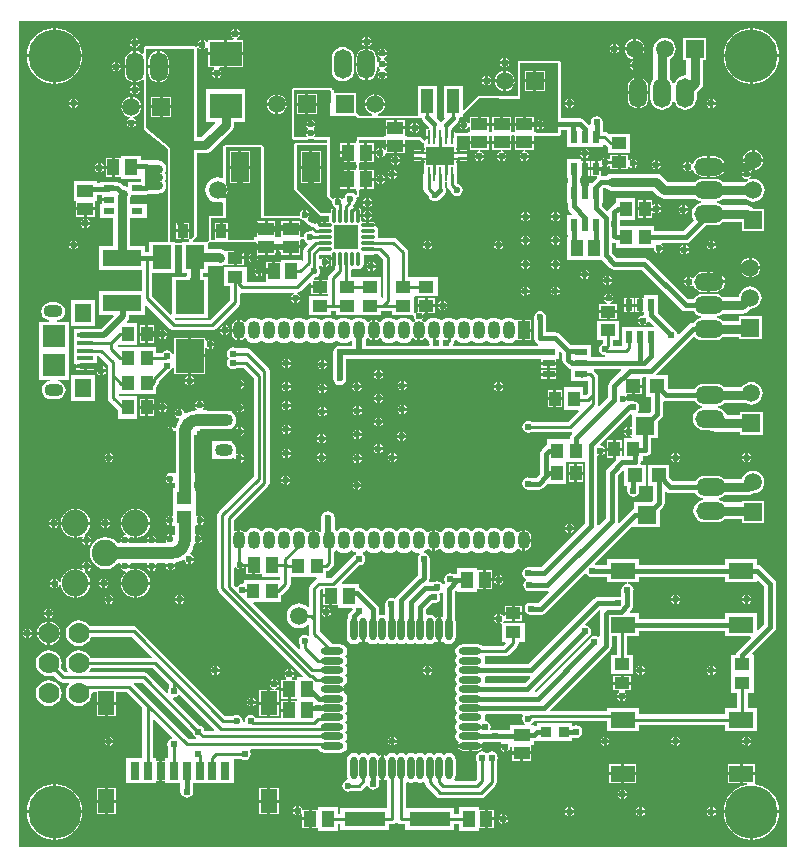
<source format=gtl>
G04*
G04 #@! TF.GenerationSoftware,Altium Limited,Altium Designer,18.1.9 (240)*
G04*
G04 Layer_Physical_Order=1*
G04 Layer_Color=255*
%FSLAX44Y44*%
%MOMM*%
G71*
G01*
G75*
%ADD10C,0.2540*%
%ADD15C,0.4000*%
%ADD64C,1.0500*%
%ADD65R,1.0000X1.3000*%
%ADD66C,1.5000*%
%ADD67R,1.0500X3.0000*%
%ADD68R,1.0500X1.5000*%
%ADD69R,1.5000X2.5000*%
%ADD70R,1.0000X2.0000*%
%ADD71R,0.8600X0.9652*%
%ADD72R,2.1000X1.4000*%
%ADD73R,1.2000X0.2500*%
%ADD74R,2.4000X1.4900*%
%ADD75R,0.2500X1.2000*%
%ADD76O,0.3500X1.2000*%
%ADD77O,1.2000X0.3500*%
%ADD78R,2.0500X2.0500*%
%ADD79R,0.6000X1.0500*%
%ADD80O,1.5240X1.0160*%
%ADD81O,1.0160X1.5240*%
%ADD82R,1.0160X1.5240*%
%ADD83R,3.5000X1.2000*%
%ADD84O,1.9000X0.6000*%
%ADD85O,0.6000X1.9000*%
%ADD86R,0.9100X1.2200*%
%ADD87R,2.7430X2.1590*%
%ADD88R,0.8000X1.5000*%
%ADD89R,1.4500X2.0000*%
%ADD90R,1.6000X2.0000*%
%ADD91R,3.3000X1.4000*%
%ADD92R,1.9000X1.9000*%
%ADD93R,1.4000X1.6000*%
%ADD94R,1.3500X0.4000*%
%ADD95R,1.6000X1.5000*%
%ADD96R,1.2000X1.2000*%
%ADD97R,1.4000X1.1000*%
%ADD98R,2.4500X2.8500*%
%ADD99R,0.9500X0.5500*%
%ADD100R,1.0500X0.6000*%
%ADD101R,1.3000X1.0000*%
%ADD102R,1.1000X1.4000*%
%ADD103C,0.8000*%
%ADD104C,0.7000*%
%ADD105C,0.5000*%
%ADD106R,2.8000X3.0915*%
%ADD107R,1.5920X3.3280*%
%ADD108R,1.7080X3.5540*%
%ADD109R,3.7000X2.7210*%
%ADD110R,3.1940X1.0950*%
%ADD111C,4.5000*%
%ADD112C,1.7780*%
%ADD113O,1.5000X2.5000*%
%ADD114C,2.2620*%
%ADD115O,1.6000X1.1000*%
%ADD116O,2.5000X1.5000*%
%ADD117R,1.5000X1.5000*%
%ADD118R,1.5000X1.5000*%
%ADD119C,0.6100*%
%ADD120C,0.6000*%
G36*
X650000Y898D02*
X649102Y0D01*
X640000Y0D01*
X0Y0D01*
Y700000D01*
X650000Y700000D01*
X650000Y898D01*
D02*
G37*
%LPC*%
G36*
X184270Y692877D02*
Y690270D01*
X186877D01*
X186815Y690580D01*
X185920Y691920D01*
X184580Y692815D01*
X184270Y692877D01*
D02*
G37*
G36*
X181730D02*
X181420Y692815D01*
X180080Y691920D01*
X179185Y690580D01*
X179123Y690270D01*
X181730D01*
Y692877D01*
D02*
G37*
G36*
X295676Y685877D02*
Y683270D01*
X298283D01*
X298221Y683580D01*
X297326Y684920D01*
X295986Y685815D01*
X295676Y685877D01*
D02*
G37*
G36*
X293136D02*
X292826Y685815D01*
X291486Y684920D01*
X290591Y683580D01*
X290529Y683270D01*
X293136D01*
Y685877D01*
D02*
G37*
G36*
X99270Y684877D02*
Y682270D01*
X101877D01*
X101815Y682580D01*
X100920Y683920D01*
X99580Y684815D01*
X99270Y684877D01*
D02*
G37*
G36*
X96730D02*
X96420Y684815D01*
X95080Y683920D01*
X94185Y682580D01*
X94123Y682270D01*
X96730D01*
Y684877D01*
D02*
G37*
G36*
X173568Y683895D02*
X160123D01*
Y680934D01*
X158853Y680808D01*
X158815Y681000D01*
X157920Y682340D01*
X156580Y683235D01*
X156270Y683297D01*
Y679420D01*
Y675543D01*
X156580Y675605D01*
X157920Y676500D01*
X158815Y677840D01*
X158853Y678031D01*
X160123Y677906D01*
Y673370D01*
X173568D01*
Y683895D01*
D02*
G37*
G36*
X153730Y683297D02*
X153420Y683235D01*
X152080Y682340D01*
X151185Y681000D01*
X151123Y680690D01*
X153730D01*
Y683297D01*
D02*
G37*
G36*
X298283Y680730D02*
X295676D01*
Y678123D01*
X295986Y678185D01*
X297326Y679080D01*
X298221Y680420D01*
X298283Y680730D01*
D02*
G37*
G36*
X293136D02*
X290529D01*
X290591Y680420D01*
X291486Y679080D01*
X292826Y678185D01*
X293136Y678123D01*
Y680730D01*
D02*
G37*
G36*
X149535Y677861D02*
X149780Y677698D01*
X149783Y677697D01*
X149535Y677861D01*
D02*
G37*
G36*
X505270Y679877D02*
Y677270D01*
X507877D01*
X507815Y677580D01*
X506920Y678920D01*
X505580Y679815D01*
X505270Y679877D01*
D02*
G37*
G36*
X502730D02*
X502420Y679815D01*
X501080Y678920D01*
X500185Y677580D01*
X500123Y677270D01*
X502730D01*
Y679877D01*
D02*
G37*
G36*
X522270Y684406D02*
Y677270D01*
X529406D01*
X529281Y678219D01*
X528425Y680287D01*
X527062Y682062D01*
X525287Y683425D01*
X523219Y684281D01*
X522270Y684406D01*
D02*
G37*
G36*
X519730D02*
X518781Y684281D01*
X516713Y683425D01*
X514938Y682062D01*
X513575Y680287D01*
X512719Y678219D01*
X512594Y677270D01*
X519730D01*
Y684406D01*
D02*
G37*
G36*
X101877Y679730D02*
X99270D01*
Y677123D01*
X99580Y677185D01*
X100920Y678080D01*
X101815Y679420D01*
X101877Y679730D01*
D02*
G37*
G36*
X96730D02*
X94123D01*
X94185Y679420D01*
X95080Y678080D01*
X96420Y677185D01*
X96730Y677123D01*
Y679730D01*
D02*
G37*
G36*
X148338Y678295D02*
X107343D01*
X106563Y678139D01*
X105901Y677698D01*
X105459Y677036D01*
X105304Y676255D01*
Y672420D01*
X104507Y672149D01*
X104034Y672084D01*
X102287Y673425D01*
X100219Y674281D01*
X99270Y674406D01*
Y661000D01*
Y647594D01*
X100219Y647719D01*
X102287Y648575D01*
X104034Y649916D01*
X104507Y649851D01*
X105304Y649581D01*
Y609092D01*
X105323Y608994D01*
X105314Y608895D01*
X105401Y608606D01*
X105459Y608311D01*
X105515Y608228D01*
X105543Y608133D01*
X105734Y607900D01*
X105901Y607650D01*
X105984Y607594D01*
X106047Y607517D01*
X125737Y591307D01*
Y512500D01*
X109773D01*
Y504098D01*
X106170D01*
Y509000D01*
X93889D01*
Y533116D01*
X107828D01*
Y544616D01*
X93889D01*
Y549176D01*
X94115Y549470D01*
X94820Y551173D01*
X94944Y552116D01*
X107828D01*
Y552847D01*
X109384Y553156D01*
X109756Y553405D01*
X110000Y553373D01*
X117256D01*
X119083Y553613D01*
X120786Y554319D01*
X122248Y555440D01*
X123370Y556903D01*
X124076Y558606D01*
X124316Y560433D01*
X124076Y562260D01*
X123370Y563963D01*
X123357Y563981D01*
X123370Y563998D01*
X124076Y565701D01*
X124316Y567529D01*
X124076Y569356D01*
X123370Y571059D01*
X123357Y571076D01*
X123370Y571094D01*
X124076Y572797D01*
X124316Y574624D01*
X124076Y576452D01*
X123370Y578154D01*
X122248Y579617D01*
X120786Y580739D01*
X119083Y581444D01*
X117256Y581685D01*
X110000D01*
X109677Y581642D01*
X109575Y581710D01*
X107624Y582098D01*
X103078D01*
Y585683D01*
X86078D01*
Y584953D01*
X86078Y583683D01*
X84808Y583683D01*
X80848D01*
Y575683D01*
Y567683D01*
X86078Y567683D01*
X86078Y566413D01*
Y565683D01*
X102940D01*
Y563616D01*
X92328D01*
Y559976D01*
X91058Y559310D01*
X89827Y559820D01*
X88172Y560038D01*
X86739Y561471D01*
X85085Y562576D01*
X83828Y562826D01*
Y563616D01*
X68328D01*
Y562281D01*
X66000D01*
Y563982D01*
X46000D01*
Y546982D01*
X46730D01*
X48000Y546982D01*
X48000Y545712D01*
Y541752D01*
X64000D01*
X64000Y546982D01*
X65270Y546982D01*
X66000D01*
Y552085D01*
X70328D01*
Y549636D01*
X76078D01*
Y547096D01*
X70328D01*
Y544616D01*
X69058Y544616D01*
X68328D01*
Y533116D01*
X79768D01*
Y509000D01*
X67170D01*
Y489000D01*
X103646D01*
Y471000D01*
X67170D01*
Y451000D01*
X79410D01*
X79896Y449827D01*
X69177Y439108D01*
X52500D01*
X50354Y438681D01*
X50083Y438500D01*
X46250D01*
Y428500D01*
Y422000D01*
Y415500D01*
Y409000D01*
X48250D01*
Y408770D01*
X56000D01*
X63750D01*
Y409000D01*
X65750D01*
Y416146D01*
X67697D01*
X75146Y408697D01*
Y399500D01*
Y380500D01*
X75478Y378834D01*
X76422Y377421D01*
X83892Y369951D01*
Y363000D01*
X99892D01*
Y382000D01*
X84805D01*
X84208Y382730D01*
X84761Y384000D01*
X99892D01*
Y384000D01*
X99892D01*
X99892D01*
Y384000D01*
X115892D01*
Y389735D01*
X116848Y390692D01*
X117792Y392104D01*
X118070Y393500D01*
X118124Y393770D01*
Y394689D01*
X126266Y402832D01*
X126979Y402974D01*
X128649Y404090D01*
X129765Y405760D01*
X129770Y405787D01*
X131040Y405661D01*
Y401000D01*
X143020D01*
Y416250D01*
Y431500D01*
X131040D01*
Y417900D01*
X129770Y417775D01*
X129765Y417801D01*
X128649Y419472D01*
X126979Y420588D01*
X125008Y420980D01*
X123038Y420588D01*
X121367Y419472D01*
X120954Y418854D01*
X116079D01*
Y423550D01*
X101349D01*
X100079Y423550D01*
X98809Y423550D01*
X84079D01*
Y423550D01*
X83403Y423270D01*
X83236Y423401D01*
X83290Y424796D01*
X83892Y425000D01*
Y425000D01*
X99892D01*
Y444000D01*
X91590D01*
X91104Y445173D01*
X91465Y445535D01*
X92681Y447354D01*
X93108Y449500D01*
Y451000D01*
X106170D01*
Y458731D01*
X107343Y459217D01*
X127639Y438922D01*
X129052Y437978D01*
X130718Y437646D01*
X163500D01*
X165166Y437978D01*
X166579Y438922D01*
X186078Y458422D01*
X187022Y459834D01*
X187354Y461500D01*
Y468738D01*
X188624Y469781D01*
X188838Y469738D01*
X232399D01*
X232524Y468468D01*
X232439Y468451D01*
X231116Y467567D01*
X230232Y466244D01*
X230174Y465953D01*
X237826D01*
X237768Y466244D01*
X236884Y467567D01*
X235561Y468451D01*
X235383Y468487D01*
X235338Y469738D01*
X237004Y470069D01*
X238417Y471013D01*
X246165Y478761D01*
X247338Y478275D01*
Y475953D01*
X253568D01*
Y480683D01*
X249746D01*
X249260Y481856D01*
X250381Y482978D01*
X251951Y483290D01*
X253605Y484395D01*
X254710Y486049D01*
X255098Y488000D01*
X254710Y489951D01*
X254192Y490726D01*
Y492348D01*
X255462Y492734D01*
X255704Y492371D01*
X257027Y491487D01*
X257318Y491429D01*
Y495255D01*
Y499081D01*
X257027Y499023D01*
X255704Y498139D01*
X255462Y497776D01*
X254192Y498161D01*
Y501288D01*
X254744Y501840D01*
X262838D01*
X263053Y501883D01*
X264034Y501077D01*
Y499703D01*
X266838D01*
Y497163D01*
X264034D01*
Y494183D01*
X264248Y493110D01*
X264856Y492200D01*
X265765Y491593D01*
X266838Y491379D01*
X267485Y490849D01*
Y489486D01*
X262760Y484761D01*
X261816Y483349D01*
X261485Y481683D01*
Y480683D01*
X256108D01*
Y474683D01*
Y468683D01*
X261485D01*
Y466683D01*
X245338D01*
Y450683D01*
X264338D01*
Y454329D01*
X265838D01*
X265838Y454329D01*
X267838D01*
Y450683D01*
X286838D01*
Y450683D01*
X287338D01*
Y450683D01*
X306338D01*
Y454329D01*
X315338D01*
Y450683D01*
X333211D01*
X334272Y449512D01*
X334292Y449413D01*
X334587Y447932D01*
X335482Y446592D01*
X335020Y445373D01*
X334018Y444703D01*
X333928Y444568D01*
X332506Y444726D01*
X331465Y446083D01*
X329777Y447378D01*
X327811Y448192D01*
X325702Y448470D01*
X323593Y448192D01*
X321627Y447378D01*
X319939Y446083D01*
X318765D01*
X317077Y447378D01*
X315111Y448192D01*
X313002Y448470D01*
X310893Y448192D01*
X308927Y447378D01*
X307239Y446083D01*
X306198Y444726D01*
X304776Y444568D01*
X304685Y444703D01*
X302674Y446047D01*
X301572Y446267D01*
Y437780D01*
Y429294D01*
X302674Y429513D01*
X304685Y430857D01*
X304776Y430992D01*
X306198Y430834D01*
X307239Y429477D01*
X308927Y428182D01*
X310893Y427368D01*
X313002Y427090D01*
X315111Y427368D01*
X317077Y428182D01*
X318765Y429477D01*
X319939D01*
X321627Y428182D01*
X323593Y427368D01*
X325702Y427090D01*
X327811Y427368D01*
X329777Y428182D01*
X331465Y429477D01*
X332506Y430834D01*
X333928Y430992D01*
X334018Y430857D01*
X336030Y429513D01*
X337132Y429294D01*
Y437780D01*
X339672D01*
Y429294D01*
X340774Y429513D01*
X342785Y430857D01*
X342876Y430992D01*
X344298Y430834D01*
X345339Y429477D01*
X346864Y428307D01*
X347080Y427224D01*
X347972Y425888D01*
X347974Y425878D01*
X347014Y424608D01*
X293210D01*
Y429358D01*
X293365Y429477D01*
X294406Y430834D01*
X295828Y430992D01*
X295918Y430857D01*
X297930Y429513D01*
X299032Y429294D01*
Y437780D01*
Y446267D01*
X297930Y446047D01*
X295918Y444703D01*
X295828Y444568D01*
X294406Y444726D01*
X293365Y446083D01*
X291677Y447378D01*
X289711Y448192D01*
X287602Y448470D01*
X285493Y448192D01*
X283527Y447378D01*
X281839Y446083D01*
X280665D01*
X278977Y447378D01*
X277011Y448192D01*
X274902Y448470D01*
X272793Y448192D01*
X270827Y447378D01*
X269139Y446083D01*
X267965D01*
X266277Y447378D01*
X264311Y448192D01*
X262202Y448470D01*
X260093Y448192D01*
X258127Y447378D01*
X256439Y446083D01*
X255265D01*
X253577Y447378D01*
X251611Y448192D01*
X249502Y448470D01*
X247393Y448192D01*
X245427Y447378D01*
X243739Y446083D01*
X242565D01*
X240877Y447378D01*
X238911Y448192D01*
X236802Y448470D01*
X234693Y448192D01*
X232727Y447378D01*
X231039Y446083D01*
X229865D01*
X228177Y447378D01*
X226211Y448192D01*
X224102Y448470D01*
X221993Y448192D01*
X220027Y447378D01*
X218339Y446083D01*
X217165D01*
X215477Y447378D01*
X213511Y448192D01*
X211402Y448470D01*
X209293Y448192D01*
X207327Y447378D01*
X205639Y446083D01*
X204465D01*
X202777Y447378D01*
X200811Y448192D01*
X198702Y448470D01*
X196593Y448192D01*
X194627Y447378D01*
X192939Y446083D01*
X191898Y444726D01*
X190476Y444568D01*
X190385Y444703D01*
X188374Y446047D01*
X187272Y446267D01*
Y437780D01*
Y429294D01*
X188374Y429513D01*
X190385Y430857D01*
X190476Y430992D01*
X191898Y430834D01*
X192939Y429477D01*
X194627Y428182D01*
X196593Y427368D01*
X198702Y427090D01*
X200811Y427368D01*
X202777Y428182D01*
X204465Y429477D01*
X205639D01*
X207327Y428182D01*
X209293Y427368D01*
X211402Y427090D01*
X213511Y427368D01*
X215477Y428182D01*
X217165Y429477D01*
X218339D01*
X220027Y428182D01*
X221993Y427368D01*
X224102Y427090D01*
X226211Y427368D01*
X228177Y428182D01*
X229865Y429477D01*
X231039D01*
X232727Y428182D01*
X234693Y427368D01*
X236802Y427090D01*
X238911Y427368D01*
X240877Y428182D01*
X242565Y429477D01*
X243739D01*
X245427Y428182D01*
X247393Y427368D01*
X249502Y427090D01*
X251611Y427368D01*
X253577Y428182D01*
X255265Y429477D01*
X256439D01*
X258127Y428182D01*
X260093Y427368D01*
X262202Y427090D01*
X264311Y427368D01*
X266277Y428182D01*
X267965Y429477D01*
X269139D01*
X270827Y428182D01*
X272793Y427368D01*
X274902Y427090D01*
X277011Y427368D01*
X278977Y428182D01*
X280665Y429477D01*
X280871D01*
X281994Y428449D01*
Y424608D01*
X271392D01*
X269246Y424181D01*
X267426Y422965D01*
X266211Y421146D01*
X265784Y419000D01*
Y408500D01*
Y397007D01*
X266211Y394861D01*
X267426Y393042D01*
X267434Y393035D01*
X269253Y391819D01*
X271399Y391392D01*
X273545Y391819D01*
X275364Y393035D01*
X276580Y394854D01*
X277007Y397000D01*
X276999Y397037D01*
Y408500D01*
Y413392D01*
X442210D01*
Y411270D01*
X448460D01*
Y410000D01*
D01*
Y411270D01*
X454710D01*
Y413500D01*
X456710D01*
Y419421D01*
X457883Y419907D01*
X459902Y417888D01*
Y413000D01*
X460290Y411049D01*
X461395Y409395D01*
X464395Y406395D01*
X466049Y405290D01*
X467210Y405059D01*
Y394500D01*
X481646D01*
Y384911D01*
X479589Y382854D01*
X477460D01*
Y389500D01*
X461460D01*
Y370500D01*
X473059D01*
X473545Y369327D01*
X464570Y360353D01*
X433573D01*
X432970Y360756D01*
X430999Y361148D01*
X429029Y360756D01*
X427358Y359640D01*
X426242Y357970D01*
X425850Y355999D01*
X426242Y354029D01*
X427358Y352358D01*
X429029Y351242D01*
X430999Y350850D01*
X432970Y351242D01*
X433573Y351645D01*
X466374D01*
X467954Y351960D01*
X468031Y351904D01*
X468429Y350639D01*
X467627Y349837D01*
X466522Y348183D01*
X466134Y346232D01*
X465322Y345420D01*
X463232Y345420D01*
X461962Y345420D01*
X447232D01*
Y340682D01*
X446969Y340630D01*
X445315Y339524D01*
X442395Y336605D01*
X441290Y334951D01*
X440902Y333000D01*
Y316112D01*
X437888Y313098D01*
X431256D01*
X431000Y313149D01*
X429030Y312757D01*
X427359Y311641D01*
X426243Y309970D01*
X425851Y308000D01*
X426243Y306030D01*
X427359Y304359D01*
X429030Y303243D01*
X431000Y302851D01*
X431256Y302902D01*
X440000D01*
X441951Y303290D01*
X443605Y304395D01*
X446143Y306933D01*
X447232Y307420D01*
Y307420D01*
X447232Y307420D01*
X463232D01*
Y325150D01*
X463232Y326420D01*
X464502Y326420D01*
X479089D01*
Y274299D01*
X441888Y237098D01*
X431256D01*
X431000Y237149D01*
X429030Y236757D01*
X427359Y235641D01*
X426243Y233970D01*
X425851Y232000D01*
X426243Y230030D01*
X427359Y228359D01*
X428750Y227430D01*
X428922Y226407D01*
X428867Y225980D01*
X428359Y225641D01*
X427243Y223970D01*
X426851Y222000D01*
X427243Y220030D01*
X428359Y218359D01*
X430030Y217243D01*
X432000Y216851D01*
X432256Y216902D01*
X447000D01*
X448119Y217125D01*
X448745Y215954D01*
X439888Y207098D01*
X433256D01*
X433000Y207149D01*
X431030Y206757D01*
X429359Y205641D01*
X428243Y203971D01*
X427851Y202000D01*
X428243Y200030D01*
X429359Y198359D01*
X431030Y197243D01*
X433000Y196851D01*
X433256Y196902D01*
X442000D01*
X443951Y197290D01*
X445605Y198395D01*
X479079Y231869D01*
X480560Y231555D01*
X481359Y230359D01*
X483030Y229243D01*
X485000Y228851D01*
X485256Y228902D01*
X497560D01*
Y224330D01*
X514295D01*
X514433Y224285D01*
X514554Y223060D01*
X514239Y222998D01*
X513030Y222757D01*
X511359Y221641D01*
X510243Y219970D01*
X509851Y218000D01*
X509902Y217744D01*
Y212546D01*
X508632Y211824D01*
X507000Y212149D01*
X506744Y212098D01*
X490000D01*
X488049Y211710D01*
X486395Y210605D01*
X430888Y155098D01*
X395188D01*
X394293Y156368D01*
X394618Y158000D01*
X394152Y160341D01*
X394028Y160527D01*
X394627Y161647D01*
X411500D01*
X413166Y161978D01*
X414579Y162922D01*
X421578Y169921D01*
X422522Y171334D01*
X422854Y173000D01*
Y174000D01*
X428000D01*
Y190000D01*
X410254D01*
X409697Y190961D01*
X409638Y191181D01*
X410158Y192024D01*
X410565Y192047D01*
X411000Y192000D01*
X411085Y192000D01*
X417230D01*
Y196730D01*
X411000D01*
Y196296D01*
X410780Y196131D01*
X409056Y196424D01*
X408920Y196628D01*
X407580Y197523D01*
X407270Y197585D01*
Y193708D01*
Y189831D01*
X407580Y189893D01*
X407730Y189993D01*
X409000Y189314D01*
X409000Y189083D01*
Y174000D01*
X411684D01*
X412170Y172827D01*
X409697Y170354D01*
X392784D01*
X390841Y171652D01*
X388500Y172118D01*
X375500D01*
X373159Y171652D01*
X371174Y170326D01*
X369848Y168341D01*
X369383Y166000D01*
X369848Y163659D01*
X370957Y162000D01*
X369848Y160341D01*
X369383Y158000D01*
X369848Y155659D01*
X370957Y154000D01*
X369848Y152341D01*
X369383Y150000D01*
X369848Y147659D01*
X370957Y146000D01*
X369848Y144341D01*
X369383Y142000D01*
X369848Y139659D01*
X370957Y138000D01*
X369848Y136341D01*
X369383Y134000D01*
X369848Y131659D01*
X370957Y130000D01*
X369848Y128341D01*
X369383Y126000D01*
X369848Y123659D01*
X370957Y122000D01*
X369848Y120341D01*
X369383Y118000D01*
X369848Y115659D01*
X370957Y114000D01*
X369848Y112341D01*
X369383Y110000D01*
X369848Y107659D01*
X370957Y106000D01*
X369848Y104341D01*
X369383Y102000D01*
X369848Y99659D01*
X370957Y98000D01*
X369848Y96341D01*
X369383Y94000D01*
X369848Y91659D01*
X371174Y89674D01*
X372536Y88764D01*
X371732Y87561D01*
X371674Y87270D01*
X382000D01*
X392326D01*
X392268Y87561D01*
X392220Y87632D01*
X392899Y88902D01*
X402744D01*
X403000Y88851D01*
X403256Y88902D01*
X407825D01*
X408035Y88630D01*
X408388Y87632D01*
X407685Y86580D01*
X407623Y86270D01*
X411500D01*
Y85000D01*
X412770D01*
Y81123D01*
X413080Y81185D01*
X414420Y82080D01*
X415315Y83420D01*
X415630Y85000D01*
X416544Y85905D01*
X417500Y85563D01*
Y81270D01*
X433500D01*
X433500Y86500D01*
X434770Y86500D01*
X435500D01*
Y89902D01*
X437451Y90290D01*
X437580Y90376D01*
X438700Y89778D01*
Y89674D01*
X452430D01*
X453300Y89674D01*
X454570Y89674D01*
X468300D01*
Y92402D01*
X471250D01*
X473201Y92790D01*
X474855Y93895D01*
X475174Y94214D01*
X475391Y94359D01*
X476507Y96030D01*
X476899Y98000D01*
X476507Y99970D01*
X475391Y101641D01*
X473720Y102757D01*
X471750Y103149D01*
X469780Y102757D01*
X469570Y102617D01*
X468300Y102852D01*
Y105326D01*
X454570D01*
X453700Y105326D01*
X452430Y105326D01*
X438700D01*
Y102598D01*
X438000D01*
X436770Y102353D01*
X435500Y103254D01*
Y103500D01*
X434054D01*
X433669Y104770D01*
X434605Y105395D01*
X435441Y106646D01*
X497390D01*
Y98220D01*
X524390D01*
Y103866D01*
X597720D01*
Y98220D01*
X624720D01*
Y118220D01*
X616744D01*
Y131000D01*
X621890D01*
Y147000D01*
X621890D01*
Y147000D01*
X621890D01*
Y163000D01*
X621259D01*
X620773Y164174D01*
X639605Y183005D01*
X640710Y184659D01*
X641098Y186610D01*
Y223000D01*
X640710Y224951D01*
X639605Y226605D01*
X628275Y237935D01*
X626621Y239040D01*
X624890Y239384D01*
Y244330D01*
X597890D01*
Y239428D01*
X524560D01*
Y244330D01*
X497560D01*
Y239098D01*
X487967D01*
X487481Y240271D01*
X519217Y272007D01*
X520390Y271521D01*
Y271000D01*
X542390D01*
Y285290D01*
X544995Y287895D01*
X546100Y289549D01*
X546488Y291500D01*
Y301033D01*
X547661Y301519D01*
X547785Y301395D01*
X549439Y300290D01*
X551390Y299902D01*
X572327D01*
X573615Y298225D01*
X575599Y296702D01*
X577910Y295745D01*
X578700Y295641D01*
Y294360D01*
X577910Y294256D01*
X575599Y293298D01*
X573615Y291775D01*
X572092Y289791D01*
X571134Y287480D01*
X570808Y285000D01*
X571134Y282520D01*
X572092Y280209D01*
X573615Y278225D01*
X575599Y276702D01*
X577910Y275745D01*
X580390Y275418D01*
X590390D01*
X592870Y275745D01*
X595181Y276702D01*
X596794Y277940D01*
X611890D01*
Y274500D01*
X630890D01*
Y293500D01*
X611890D01*
Y292060D01*
X596794D01*
X595181Y293298D01*
X592870Y294256D01*
X592080Y294360D01*
Y295641D01*
X592870Y295745D01*
X595181Y296702D01*
X596794Y297940D01*
X616990D01*
X618817Y298180D01*
X620520Y298886D01*
X621807Y299873D01*
X623870Y300145D01*
X626181Y301102D01*
X628166Y302625D01*
X629688Y304609D01*
X630645Y306920D01*
X630972Y309400D01*
X630645Y311880D01*
X629688Y314191D01*
X628166Y316175D01*
X626181Y317698D01*
X623870Y318655D01*
X621390Y318982D01*
X618910Y318655D01*
X616599Y317698D01*
X614615Y316175D01*
X613092Y314191D01*
X612209Y312060D01*
X596794D01*
X595181Y313298D01*
X592870Y314256D01*
X590390Y314582D01*
X580390D01*
X577910Y314256D01*
X575599Y313298D01*
X573615Y311775D01*
X572327Y310098D01*
X553502D01*
X550390Y313210D01*
Y324000D01*
X532390D01*
Y306000D01*
X536292D01*
Y293612D01*
X534680Y292000D01*
X520390D01*
Y286377D01*
X519549Y286210D01*
X517895Y285105D01*
X507546Y274755D01*
X506375Y275381D01*
X506598Y276500D01*
Y314808D01*
X511217Y319427D01*
X512390Y318941D01*
Y306000D01*
X514902D01*
Y302256D01*
X514851Y302000D01*
X515243Y300030D01*
X516359Y298359D01*
X518030Y297243D01*
X520000Y296851D01*
X521970Y297243D01*
X523641Y298359D01*
X524757Y300030D01*
X525149Y302000D01*
X525098Y302256D01*
Y306000D01*
X530390D01*
Y324000D01*
X526963D01*
X525921Y325270D01*
X526058Y325960D01*
Y327500D01*
X528000D01*
Y330902D01*
X530000D01*
X531951Y331290D01*
X533605Y332395D01*
X534710Y334049D01*
X535098Y336000D01*
Y346500D01*
X541000D01*
Y360790D01*
X543605Y363395D01*
X544710Y365049D01*
X545098Y367000D01*
Y377180D01*
X546368Y378127D01*
X547500Y377902D01*
X571937D01*
X573225Y376225D01*
X575209Y374702D01*
X577520Y373745D01*
X578311Y373641D01*
Y372360D01*
X577520Y372256D01*
X575209Y371298D01*
X573225Y369776D01*
X571702Y367791D01*
X570745Y365480D01*
X570418Y363000D01*
X570745Y360520D01*
X571702Y358209D01*
X573225Y356225D01*
X575209Y354702D01*
X577520Y353745D01*
X580000Y353418D01*
X584776D01*
X585470Y352886D01*
X587173Y352180D01*
X589000Y351940D01*
X610500D01*
Y349500D01*
X629500D01*
Y368500D01*
X610500D01*
Y366060D01*
X599015D01*
X598298Y367791D01*
X596776Y369776D01*
X594791Y371298D01*
X592480Y372256D01*
X591689Y372360D01*
Y373641D01*
X592480Y373745D01*
X594791Y374702D01*
X596404Y375940D01*
X615601D01*
X617520Y375145D01*
X620000Y374818D01*
X622480Y375145D01*
X624791Y376102D01*
X626776Y377625D01*
X628298Y379609D01*
X629255Y381920D01*
X629582Y384400D01*
X629255Y386880D01*
X628298Y389191D01*
X626776Y391175D01*
X624791Y392698D01*
X622480Y393656D01*
X620000Y393982D01*
X617520Y393656D01*
X615209Y392698D01*
X613225Y391175D01*
X612369Y390060D01*
X596404D01*
X594791Y391298D01*
X592480Y392256D01*
X590000Y392582D01*
X580000D01*
X577520Y392256D01*
X575209Y391298D01*
X573225Y389776D01*
X571937Y388098D01*
X549612D01*
X549000Y388710D01*
Y399500D01*
X539726D01*
X539199Y400770D01*
X570806Y432376D01*
X572073Y432293D01*
X572225Y432096D01*
X574209Y430573D01*
X576520Y429616D01*
X579000Y429290D01*
X589000D01*
X591480Y429616D01*
X593791Y430573D01*
X595404Y431811D01*
X609500D01*
Y430600D01*
X628500D01*
Y449600D01*
X609500D01*
Y445932D01*
X595404D01*
X593791Y447170D01*
X591480Y448127D01*
X590690Y448231D01*
Y449512D01*
X591480Y449616D01*
X593791Y450573D01*
X595404Y451811D01*
X612371D01*
X614199Y452052D01*
X615902Y452757D01*
X617364Y453879D01*
X619464Y455979D01*
X621480Y456245D01*
X623791Y457202D01*
X625775Y458725D01*
X627298Y460709D01*
X628256Y463020D01*
X628582Y465500D01*
X628256Y467980D01*
X627298Y470291D01*
X625775Y472276D01*
X623791Y473798D01*
X621480Y474756D01*
X619000Y475082D01*
X616520Y474756D01*
X614209Y473798D01*
X612225Y472276D01*
X610702Y470291D01*
X609745Y467980D01*
X609479Y465964D01*
X609447Y465932D01*
X595404D01*
X593791Y467170D01*
X591480Y468127D01*
X589000Y468453D01*
X579000D01*
X576520Y468127D01*
X574209Y467170D01*
X572225Y465647D01*
X570937Y463969D01*
X566332D01*
X532696Y497605D01*
X531042Y498710D01*
X529091Y499098D01*
X506112D01*
X501598Y503612D01*
Y511627D01*
X502868Y512306D01*
X503366Y511973D01*
X505317Y511585D01*
X505500D01*
Y507183D01*
X520230D01*
X521500Y507183D01*
X522770Y507183D01*
X537257Y507183D01*
X537312Y507116D01*
X537365Y506849D01*
X537622Y505556D01*
X538506Y504232D01*
X539829Y503348D01*
X540120Y503291D01*
Y507116D01*
X541390D01*
Y508386D01*
X545216D01*
X545158Y508677D01*
X544274Y510000D01*
X543803Y510315D01*
X544188Y511585D01*
X564311D01*
X566262Y511973D01*
X567916Y513078D01*
X581628Y526790D01*
X589000D01*
X591480Y527116D01*
X593791Y528073D01*
X595404Y529311D01*
X612000D01*
Y521472D01*
X631000D01*
Y540472D01*
X621985D01*
X621092Y541364D01*
X619630Y542486D01*
X617927Y543191D01*
X616100Y543432D01*
X595404D01*
X593791Y544670D01*
X591480Y545627D01*
X590690Y545731D01*
Y547012D01*
X591480Y547116D01*
X593791Y548073D01*
X595404Y549311D01*
X615096D01*
X616709Y548073D01*
X619020Y547116D01*
X621500Y546790D01*
X623980Y547116D01*
X626291Y548073D01*
X628275Y549596D01*
X629798Y551581D01*
X630756Y553892D01*
X631082Y556372D01*
X630756Y558852D01*
X629798Y561163D01*
X628275Y563147D01*
X626291Y564670D01*
X623980Y565627D01*
X621500Y565953D01*
X619020Y565627D01*
X618812Y565541D01*
X618211Y566666D01*
X618884Y567116D01*
X619768Y568439D01*
X619826Y568730D01*
X612174D01*
X612232Y568439D01*
X613116Y567116D01*
X614439Y566232D01*
X616000Y565922D01*
X616794Y566080D01*
X617165Y564859D01*
X616709Y564670D01*
X615096Y563432D01*
X595404D01*
X593791Y564670D01*
X591480Y565627D01*
X589000Y565953D01*
X579000D01*
X576520Y565627D01*
X574209Y564670D01*
X572596Y563432D01*
X549145D01*
X544492Y568084D01*
X543030Y569206D01*
X541327Y569911D01*
X539500Y570152D01*
X501500D01*
X499673Y569911D01*
X497970Y569206D01*
X496645Y568190D01*
X493714D01*
X492500Y568324D01*
X492500Y569459D01*
Y573304D01*
X488500D01*
X484500D01*
Y568324D01*
X489045D01*
X489431Y567054D01*
X488895Y566696D01*
X484895Y562696D01*
X484646Y562324D01*
X482500D01*
Y560324D01*
X480270D01*
Y554074D01*
X477730D01*
Y560324D01*
X475500D01*
Y562324D01*
X474598D01*
Y566324D01*
X475500D01*
Y568324D01*
X477730D01*
Y574574D01*
Y580824D01*
X475500D01*
Y582824D01*
X463500D01*
Y566324D01*
X464402D01*
Y562324D01*
X463500D01*
Y545824D01*
X464402D01*
Y542574D01*
X464790Y540623D01*
X465895Y538969D01*
X468367Y536497D01*
X467881Y535324D01*
X463500D01*
Y518824D01*
X464402D01*
Y517074D01*
X463500D01*
Y497074D01*
X493717D01*
X500395Y490395D01*
X502049Y489290D01*
X504000Y488902D01*
X526980D01*
X560615Y455267D01*
X562269Y454162D01*
X564220Y453774D01*
X570937D01*
X572225Y452096D01*
X574209Y450573D01*
X576520Y449616D01*
X577311Y449512D01*
Y448231D01*
X576520Y448127D01*
X574209Y447170D01*
X572225Y445647D01*
X570937Y443969D01*
X570092D01*
X568141Y443582D01*
X566487Y442476D01*
X558372Y434362D01*
X556994Y434780D01*
X556757Y435970D01*
X555641Y437641D01*
X555424Y437786D01*
X541205Y452004D01*
Y467342D01*
X529205D01*
Y465342D01*
X526975D01*
Y459092D01*
Y452842D01*
X529205D01*
Y451185D01*
X528251Y450079D01*
X528000Y450129D01*
X526420Y449815D01*
X525080Y448920D01*
X524185Y447580D01*
X524123Y447270D01*
X528000D01*
Y446000D01*
X529270D01*
Y442123D01*
X529580Y442185D01*
X530920Y443080D01*
X531815Y444420D01*
X531941Y445053D01*
X533319Y445471D01*
X537276Y441515D01*
X536790Y440342D01*
X510205D01*
Y424854D01*
X502979D01*
Y429592D01*
X508125D01*
Y445592D01*
X489125D01*
Y429592D01*
X494272D01*
Y426804D01*
X494029Y426756D01*
X492358Y425640D01*
X491242Y423969D01*
X490850Y421999D01*
X491242Y420028D01*
X492358Y418358D01*
X494029Y417242D01*
X494968Y417055D01*
X495832Y416478D01*
X496383Y416368D01*
X496258Y415098D01*
X483710D01*
Y425500D01*
X467210D01*
X466165Y426044D01*
X457605Y434605D01*
X455951Y435710D01*
X454000Y436098D01*
X446098D01*
Y449000D01*
X445710Y450951D01*
X444605Y452605D01*
X442951Y453710D01*
X441000Y454098D01*
X439049Y453710D01*
X437395Y452605D01*
X436290Y450951D01*
X435902Y449000D01*
Y431000D01*
X436290Y429049D01*
X437395Y427395D01*
X439049Y426290D01*
X439457Y425095D01*
X439289Y424608D01*
X367365D01*
X367001Y425511D01*
X366925Y425878D01*
X367824Y427224D01*
X368040Y428307D01*
X369296Y429272D01*
X370739Y429477D01*
X372427Y428182D01*
X374393Y427368D01*
X376502Y427090D01*
X378611Y427368D01*
X380577Y428182D01*
X382265Y429477D01*
X383439D01*
X385127Y428182D01*
X387093Y427368D01*
X389202Y427090D01*
X391311Y427368D01*
X393277Y428182D01*
X394965Y429477D01*
X396139D01*
X397827Y428182D01*
X399793Y427368D01*
X401902Y427090D01*
X404011Y427368D01*
X405977Y428182D01*
X407665Y429477D01*
X408839D01*
X410527Y428182D01*
X412493Y427368D01*
X414602Y427090D01*
X416711Y427368D01*
X418677Y428182D01*
X419952Y429161D01*
X421222Y429160D01*
X421222Y429160D01*
X421222Y429160D01*
X426032D01*
Y437780D01*
Y446400D01*
X421222D01*
X421222Y446400D01*
Y446400D01*
X419952Y446399D01*
X418677Y447378D01*
X416711Y448192D01*
X414602Y448470D01*
X412493Y448192D01*
X410527Y447378D01*
X408839Y446083D01*
X407665D01*
X405977Y447378D01*
X404011Y448192D01*
X401902Y448470D01*
X399793Y448192D01*
X397827Y447378D01*
X396139Y446083D01*
X394965D01*
X393277Y447378D01*
X391311Y448192D01*
X389202Y448470D01*
X387093Y448192D01*
X385127Y447378D01*
X383439Y446083D01*
X382265D01*
X380577Y447378D01*
X378611Y448192D01*
X376502Y448470D01*
X374393Y448192D01*
X372427Y447378D01*
X370739Y446083D01*
X369565D01*
X367877Y447378D01*
X365911Y448192D01*
X363802Y448470D01*
X361693Y448192D01*
X359727Y447378D01*
X358039Y446083D01*
X356865D01*
X355177Y447378D01*
X353211Y448192D01*
X351102Y448470D01*
X348993Y448192D01*
X347027Y447378D01*
X345339Y446083D01*
X344298Y444726D01*
X342876Y444568D01*
X342785Y444703D01*
X341783Y445373D01*
X341322Y446592D01*
X342217Y447932D01*
X342279Y448242D01*
X338402D01*
Y450782D01*
X342279D01*
X342217Y451092D01*
X342002Y451413D01*
X342681Y452683D01*
X343568D01*
Y457413D01*
X337338D01*
Y453430D01*
X336822Y453327D01*
X335608Y452516D01*
X335025Y452661D01*
X334338Y453006D01*
Y466031D01*
X335338Y466683D01*
X354338D01*
Y482683D01*
X335338D01*
Y482683D01*
X334338Y482683D01*
Y482683D01*
X329192D01*
Y503683D01*
X328860Y505349D01*
X327916Y506762D01*
X319917Y514761D01*
X318504Y515705D01*
X316838Y516037D01*
X304712D01*
X304181Y516683D01*
X303813Y518536D01*
X303381Y519183D01*
X303813Y519830D01*
X304181Y521683D01*
X303813Y523536D01*
X302763Y525108D01*
X301938Y525658D01*
X301938Y525659D01*
X301192Y526158D01*
X299338Y526526D01*
X295088D01*
Y526683D01*
X293818D01*
Y529487D01*
X290838D01*
X290693Y529458D01*
X289613Y530538D01*
X289642Y530683D01*
Y533663D01*
X286838D01*
Y534933D01*
X285568D01*
Y541642D01*
X284856Y541166D01*
X283821D01*
X283358Y541475D01*
X282838Y542984D01*
X282860Y543017D01*
X283192Y544683D01*
Y545035D01*
X284100Y545642D01*
X285205Y547296D01*
X285593Y549247D01*
X285535Y549540D01*
X286587Y550761D01*
X286780Y550799D01*
X287442Y551241D01*
X287884Y551903D01*
X288039Y552683D01*
Y555454D01*
X287894Y556184D01*
X287888Y556241D01*
X288596Y557454D01*
X292230D01*
Y565454D01*
Y573454D01*
X288596D01*
X287888Y574666D01*
X287894Y574724D01*
X288039Y575454D01*
Y578092D01*
X287894Y578822D01*
X287888Y578879D01*
X288596Y580092D01*
X292230D01*
Y588092D01*
Y596092D01*
X288596D01*
X287888Y597304D01*
X287894Y597362D01*
X288039Y598092D01*
Y599006D01*
X308568Y599006D01*
X309298Y599151D01*
X309356Y599157D01*
X310568Y598449D01*
Y595315D01*
X326568D01*
Y598449D01*
X327780Y599157D01*
X327838Y599151D01*
X328568Y599006D01*
X339223D01*
X341703Y596527D01*
X342318Y596116D01*
Y592045D01*
X343568D01*
Y590175D01*
X342598D01*
Y587925D01*
X341328D01*
Y586655D01*
X334328D01*
Y585676D01*
X334328D01*
Y585175D01*
X334328D01*
Y584195D01*
X341328D01*
Y582925D01*
X342598D01*
Y580675D01*
X343568D01*
Y579045D01*
X342318D01*
Y570568D01*
X342214Y570046D01*
Y557545D01*
X342214Y557545D01*
X342214Y557545D01*
X342390Y556661D01*
X342546Y555879D01*
X342546Y555879D01*
X342546Y555879D01*
X343209Y554886D01*
X343489Y554467D01*
X343489Y554467D01*
X343490Y554467D01*
X347233Y550723D01*
X347358Y550095D01*
X348463Y548441D01*
X350117Y547336D01*
X352068Y546948D01*
X354019Y547336D01*
X355673Y548441D01*
X360173Y552941D01*
X361278Y554595D01*
X361666Y556545D01*
X361278Y558496D01*
X360922Y559030D01*
Y563045D01*
X362214D01*
Y560546D01*
X362546Y558879D01*
X363489Y557467D01*
X365733Y555224D01*
X365858Y554595D01*
X366963Y552941D01*
X368617Y551836D01*
X370568Y551447D01*
X372519Y551836D01*
X374173Y552941D01*
X375278Y554595D01*
X375666Y556545D01*
X375278Y558496D01*
X374173Y560150D01*
X372519Y561255D01*
X371890Y561381D01*
X370922Y562349D01*
Y570046D01*
X370818Y570566D01*
Y579045D01*
X369568D01*
Y580675D01*
X370538D01*
Y582925D01*
X371808D01*
Y584195D01*
X378808D01*
Y585175D01*
X378808D01*
Y585676D01*
X378808D01*
Y586655D01*
X371808D01*
Y587925D01*
X370538D01*
Y590175D01*
X369568D01*
Y592045D01*
X370818D01*
Y600525D01*
X370922Y601045D01*
Y602506D01*
X379568D01*
X380298Y602651D01*
X380356Y602657D01*
X381568Y601949D01*
Y598315D01*
X397568D01*
Y602608D01*
X398466Y603506D01*
X398838Y603506D01*
X399670Y603506D01*
X400568Y602608D01*
Y598315D01*
X416568D01*
Y602608D01*
X417466Y603506D01*
X417838Y603506D01*
X418670Y603506D01*
X419568Y602608D01*
Y598315D01*
X435568D01*
Y601949D01*
X436781Y602657D01*
X436838Y602651D01*
X437568Y602506D01*
X456500D01*
X457280Y602661D01*
X457942Y603103D01*
X458384Y603765D01*
X458539Y604545D01*
Y606947D01*
X463500D01*
Y593324D01*
X494500D01*
Y594758D01*
X495673Y595244D01*
X497922Y592995D01*
X498500Y592609D01*
Y588074D01*
X517500D01*
Y604074D01*
X499157D01*
X498578Y604653D01*
X497166Y605596D01*
X495500Y605928D01*
X494500D01*
Y609824D01*
X494098D01*
Y613744D01*
X494149Y614000D01*
X493757Y615970D01*
X492641Y617641D01*
X490970Y618757D01*
X489000Y619149D01*
X487030Y618757D01*
X485359Y617641D01*
X484243Y615970D01*
X483851Y614000D01*
X483902Y613744D01*
Y611995D01*
X482632Y611609D01*
X482605Y611650D01*
X478605Y615650D01*
X476951Y616755D01*
X475000Y617143D01*
X458539D01*
Y664000D01*
X458384Y664780D01*
X457942Y665442D01*
X457280Y665884D01*
X456500Y666039D01*
X424000D01*
X423220Y665884D01*
X422558Y665442D01*
X422116Y664780D01*
X421961Y664000D01*
Y636944D01*
X421062Y636047D01*
X389552Y636131D01*
X389549Y636130D01*
X389546Y636131D01*
X389154Y636053D01*
X388771Y635978D01*
X388769Y635976D01*
X388766Y635975D01*
X388440Y635758D01*
X388108Y635537D01*
X388107Y635535D01*
X388104Y635533D01*
X376741Y624171D01*
X375568Y624657D01*
Y644546D01*
X359568D01*
Y618546D01*
X359700D01*
X360186Y617373D01*
X357963Y615150D01*
X357562Y614550D01*
X357029Y614528D01*
X356138Y614705D01*
X355173Y616150D01*
X353943Y617380D01*
X353568Y618545D01*
X353568D01*
X353568Y618545D01*
Y644545D01*
X337568D01*
Y619539D01*
X303820D01*
X303517Y620719D01*
X305585Y621575D01*
X307360Y622938D01*
X308723Y624713D01*
X309579Y626781D01*
X309704Y627730D01*
X292892D01*
X293017Y626781D01*
X293873Y624713D01*
X295236Y622938D01*
X297011Y621575D01*
X299079Y620719D01*
X298776Y619539D01*
X287742D01*
X287154Y620536D01*
X286983Y620728D01*
X286840Y620942D01*
X286720Y621022D01*
X286624Y621129D01*
X286392Y621241D01*
X286178Y621384D01*
X286037Y621412D01*
X285907Y621475D01*
X285650Y621489D01*
X285398Y621539D01*
Y638500D01*
X267479D01*
X266247Y639707D01*
X266257Y640023D01*
X266254Y640039D01*
X266258Y640055D01*
X266189Y640431D01*
X266127Y640808D01*
X266118Y640822D01*
X266115Y640838D01*
X265909Y641158D01*
X265706Y641483D01*
X265692Y641493D01*
X265683Y641507D01*
X264800Y642419D01*
X264786Y642428D01*
X264777Y642442D01*
X264459Y642654D01*
X264145Y642871D01*
X264129Y642875D01*
X264115Y642884D01*
X263741Y642959D01*
X263368Y643039D01*
X263351Y643036D01*
X263335Y643039D01*
X233000D01*
X232220Y642884D01*
X231558Y642442D01*
X231116Y641780D01*
X230961Y641000D01*
Y601045D01*
X231116Y600265D01*
X231558Y599604D01*
X232220Y599161D01*
X233000Y599006D01*
X243433D01*
X243650Y599050D01*
X243872Y599054D01*
X244037Y599126D01*
X244213Y599161D01*
X244398Y599285D01*
X244601Y599374D01*
X244725Y599504D01*
X244875Y599604D01*
X244998Y599788D01*
X245152Y599948D01*
X245334Y600233D01*
X247000Y599902D01*
X248666Y600233D01*
X248848Y599948D01*
X249002Y599788D01*
X249125Y599604D01*
X249275Y599504D01*
X249399Y599374D01*
X249602Y599285D01*
X249787Y599161D01*
X249963Y599126D01*
X250128Y599054D01*
X250350Y599049D01*
X250567Y599006D01*
X260961D01*
Y596722D01*
X234838D01*
X234058Y596567D01*
X233396Y596125D01*
X232954Y595463D01*
X232799Y594683D01*
Y557683D01*
X232799Y557683D01*
X232954Y556903D01*
X233396Y556241D01*
X233396Y556241D01*
X254396Y535241D01*
X255058Y534799D01*
X255838Y534644D01*
X261995D01*
Y530683D01*
X262038Y530469D01*
X261232Y529487D01*
X259858D01*
Y526683D01*
X257318D01*
Y529487D01*
X254338D01*
X253265Y529273D01*
X252356Y528666D01*
X252137Y528338D01*
X251998Y528229D01*
X250692Y527938D01*
X250496Y527972D01*
X249718Y528491D01*
X248169Y528800D01*
X247324Y529364D01*
X245523Y529722D01*
X244273Y530972D01*
X244434Y532607D01*
X244722Y532799D01*
X245606Y534122D01*
X245664Y534413D01*
X241838D01*
Y535683D01*
X240568D01*
Y539509D01*
X240278Y539451D01*
X238955Y538567D01*
X238070Y537244D01*
X237760Y535683D01*
X236656Y534722D01*
X206877D01*
Y592683D01*
X206722Y593463D01*
X206280Y594125D01*
X205618Y594567D01*
X204838Y594722D01*
X174838Y594722D01*
X174058Y594567D01*
X173396Y594125D01*
X172954Y593463D01*
X172799Y592683D01*
X172799Y567066D01*
X171743Y566360D01*
X170741Y566775D01*
X168000Y567136D01*
X165259Y566775D01*
X162705Y565717D01*
X160511Y564034D01*
X158828Y561841D01*
X157770Y559286D01*
X157409Y556545D01*
X157770Y553804D01*
X158828Y551250D01*
X160511Y549057D01*
X162705Y547374D01*
X165259Y546316D01*
X168000Y545955D01*
X170741Y546316D01*
X171529Y546642D01*
X172799Y545793D01*
X172799Y534722D01*
X162338Y534722D01*
X161558Y534567D01*
X160896Y534125D01*
X160454Y533463D01*
X160299Y532683D01*
Y514183D01*
X160367Y513840D01*
X160388Y513735D01*
X160410Y513463D01*
X160046Y513004D01*
X159540Y512510D01*
X159409Y512500D01*
X158634Y512500D01*
X147705D01*
X147179Y513770D01*
X149780Y516371D01*
X150222Y517032D01*
X150377Y517813D01*
Y587623D01*
X157609D01*
X159437Y587863D01*
X161139Y588568D01*
X162602Y589691D01*
X179831Y606920D01*
X180953Y608382D01*
X181658Y610085D01*
X181898Y611912D01*
Y614105D01*
X191553D01*
Y641695D01*
X158123D01*
Y614105D01*
X165387D01*
X165873Y612932D01*
X154685Y601743D01*
X150377D01*
Y676045D01*
X150377Y676255D01*
X150382Y676291D01*
X150470Y676680D01*
X151763Y676974D01*
X152080Y676500D01*
X153420Y675605D01*
X153730Y675543D01*
Y678150D01*
X150436D01*
X149924Y677668D01*
X149783Y677697D01*
X149784Y677697D01*
X149780Y677698D01*
X149118Y678139D01*
X148338Y678295D01*
D02*
G37*
G36*
X308770Y676025D02*
Y673419D01*
X311377D01*
X311315Y673729D01*
X310420Y675069D01*
X309080Y675964D01*
X308770Y676025D01*
D02*
G37*
G36*
X306230D02*
X305920Y675964D01*
X304580Y675069D01*
X303685Y673729D01*
X303623Y673419D01*
X306230D01*
Y676025D01*
D02*
G37*
G36*
X186877Y687730D02*
X179123D01*
X179185Y687420D01*
X180080Y686080D01*
X181420Y685185D01*
X181520Y685165D01*
X181395Y683895D01*
X176108D01*
Y673370D01*
X189553D01*
Y683895D01*
X184605D01*
X184480Y685165D01*
X184580Y685185D01*
X185920Y686080D01*
X186815Y687420D01*
X186877Y687730D01*
D02*
G37*
G36*
X507877Y674730D02*
X505270D01*
Y672123D01*
X505580Y672185D01*
X506920Y673080D01*
X507815Y674420D01*
X507877Y674730D01*
D02*
G37*
G36*
X502730D02*
X500123D01*
X500185Y674420D01*
X501080Y673080D01*
X502420Y672185D01*
X502730Y672123D01*
Y674730D01*
D02*
G37*
G36*
X621270Y693489D02*
Y671270D01*
X643489D01*
X643160Y674607D01*
X641816Y679037D01*
X639634Y683119D01*
X636697Y686697D01*
X633119Y689634D01*
X629037Y691816D01*
X624607Y693160D01*
X621270Y693489D01*
D02*
G37*
G36*
X31270D02*
Y671270D01*
X53489D01*
X53160Y674607D01*
X51816Y679037D01*
X49634Y683119D01*
X46697Y686697D01*
X43119Y689634D01*
X39037Y691816D01*
X34607Y693160D01*
X31270Y693489D01*
D02*
G37*
G36*
X618730D02*
X615393Y693160D01*
X610963Y691816D01*
X606881Y689634D01*
X603303Y686697D01*
X600366Y683119D01*
X598184Y679037D01*
X596840Y674607D01*
X596511Y671270D01*
X618730D01*
Y693489D01*
D02*
G37*
G36*
X28730D02*
X25393Y693160D01*
X20963Y691816D01*
X16881Y689634D01*
X13303Y686697D01*
X10366Y683119D01*
X8184Y679037D01*
X6840Y674607D01*
X6511Y671270D01*
X28730D01*
Y693489D01*
D02*
G37*
G36*
X529406Y674730D02*
X522270D01*
Y667594D01*
X523219Y667719D01*
X525287Y668575D01*
X527062Y669938D01*
X528425Y671713D01*
X529281Y673781D01*
X529406Y674730D01*
D02*
G37*
G36*
X519730D02*
X512594D01*
X512719Y673781D01*
X513575Y671713D01*
X514938Y669938D01*
X516713Y668575D01*
X518781Y667719D01*
X519730Y667594D01*
Y674730D01*
D02*
G37*
G36*
X412270Y668147D02*
Y665540D01*
X414877D01*
X414815Y665850D01*
X413920Y667190D01*
X412580Y668085D01*
X412270Y668147D01*
D02*
G37*
G36*
X409730D02*
X409420Y668085D01*
X408080Y667190D01*
X407185Y665850D01*
X407123Y665540D01*
X409730D01*
Y668147D01*
D02*
G37*
G36*
X292730Y676406D02*
X291781Y676281D01*
X289713Y675425D01*
X287938Y674062D01*
X286575Y672287D01*
X285719Y670219D01*
X285427Y668000D01*
Y664270D01*
X292730D01*
Y676406D01*
D02*
G37*
G36*
X522270Y665877D02*
Y663270D01*
X524877D01*
X524815Y663580D01*
X523920Y664920D01*
X522580Y665815D01*
X522270Y665877D01*
D02*
G37*
G36*
X519730D02*
X519420Y665815D01*
X518080Y664920D01*
X517185Y663580D01*
X517123Y663270D01*
X519730D01*
Y665877D01*
D02*
G37*
G36*
X83270Y664877D02*
Y662270D01*
X85877D01*
X85815Y662580D01*
X84920Y663920D01*
X83580Y664815D01*
X83270Y664877D01*
D02*
G37*
G36*
X80730D02*
X80420Y664815D01*
X79080Y663920D01*
X78185Y662580D01*
X78123Y662270D01*
X80730D01*
Y664877D01*
D02*
G37*
G36*
X96730Y674406D02*
X95781Y674281D01*
X93713Y673425D01*
X91938Y672062D01*
X90575Y670287D01*
X89719Y668219D01*
X89427Y666000D01*
Y662270D01*
X96730D01*
Y674406D01*
D02*
G37*
G36*
X414877Y663000D02*
X412270D01*
Y660393D01*
X412580Y660455D01*
X413920Y661350D01*
X414815Y662690D01*
X414877Y663000D01*
D02*
G37*
G36*
X409730D02*
X407123D01*
X407185Y662690D01*
X408080Y661350D01*
X409420Y660455D01*
X409730Y660393D01*
Y663000D01*
D02*
G37*
G36*
X189553Y670830D02*
X176108D01*
Y660305D01*
X189553D01*
Y670830D01*
D02*
G37*
G36*
X524877Y660730D02*
X522270D01*
Y658123D01*
X522580Y658185D01*
X523920Y659080D01*
X524815Y660420D01*
X524877Y660730D01*
D02*
G37*
G36*
X519730D02*
X517123D01*
X517185Y660420D01*
X518080Y659080D01*
X519420Y658185D01*
X519730Y658123D01*
Y660730D01*
D02*
G37*
G36*
X85877Y659730D02*
X83270D01*
Y657123D01*
X83580Y657185D01*
X84920Y658080D01*
X85815Y659420D01*
X85877Y659730D01*
D02*
G37*
G36*
X80730D02*
X78123D01*
X78185Y659420D01*
X79080Y658080D01*
X80420Y657185D01*
X80730Y657123D01*
Y659730D01*
D02*
G37*
G36*
X173568Y670830D02*
X160123D01*
Y660305D01*
X164959D01*
X165345Y659035D01*
X164454Y658440D01*
X163559Y657100D01*
X163497Y656790D01*
X171250D01*
X171189Y657100D01*
X170294Y658440D01*
X169403Y659035D01*
X169788Y660305D01*
X173568D01*
Y670830D01*
D02*
G37*
G36*
X295270Y676406D02*
Y663000D01*
Y649594D01*
X296219Y649719D01*
X298287Y650575D01*
X300062Y651938D01*
X301425Y653713D01*
X302281Y655781D01*
X302573Y658000D01*
Y660972D01*
X302662Y661007D01*
X303843Y661183D01*
X304580Y660080D01*
X305791Y659271D01*
X305860Y658594D01*
X305791Y657916D01*
X304580Y657107D01*
X303685Y655767D01*
X303623Y655457D01*
X311377D01*
X311315Y655767D01*
X310420Y657107D01*
X309209Y657916D01*
X309140Y658594D01*
X309209Y659271D01*
X310420Y660080D01*
X311315Y661420D01*
X311377Y661730D01*
X307500D01*
Y664270D01*
X311377D01*
X311315Y664580D01*
X310420Y665920D01*
X309080Y666815D01*
X308518Y666927D01*
Y668222D01*
X309080Y668334D01*
X310420Y669229D01*
X311315Y670568D01*
X311377Y670879D01*
X303623D01*
X303685Y670568D01*
X304580Y669229D01*
X305920Y668334D01*
X306482Y668222D01*
Y666927D01*
X305920Y666815D01*
X304580Y665920D01*
X303843Y664817D01*
X302662Y664993D01*
X302573Y665029D01*
Y668000D01*
X302281Y670219D01*
X301425Y672287D01*
X300062Y674062D01*
X298287Y675425D01*
X296219Y676281D01*
X295270Y676406D01*
D02*
G37*
G36*
X171250Y654250D02*
X168644D01*
Y651643D01*
X168954Y651705D01*
X170294Y652600D01*
X171189Y653940D01*
X171250Y654250D01*
D02*
G37*
G36*
X166104D02*
X163497D01*
X163559Y653940D01*
X164454Y652600D01*
X165793Y651705D01*
X166104Y651643D01*
Y654250D01*
D02*
G37*
G36*
X311377Y652917D02*
X308770D01*
Y650310D01*
X309080Y650372D01*
X310420Y651267D01*
X311315Y652607D01*
X311377Y652917D01*
D02*
G37*
G36*
X306230D02*
X303623D01*
X303685Y652607D01*
X304580Y651267D01*
X305920Y650372D01*
X306230Y650310D01*
Y652917D01*
D02*
G37*
G36*
X397270Y652877D02*
Y650270D01*
X399877D01*
X399815Y650580D01*
X398920Y651920D01*
X397580Y652815D01*
X397270Y652877D01*
D02*
G37*
G36*
X394730D02*
X394420Y652815D01*
X393080Y651920D01*
X392185Y650580D01*
X392123Y650270D01*
X394730D01*
Y652877D01*
D02*
G37*
G36*
X412270Y657406D02*
Y650270D01*
X419406D01*
X419281Y651219D01*
X418425Y653287D01*
X417062Y655062D01*
X415287Y656425D01*
X413219Y657281D01*
X412270Y657406D01*
D02*
G37*
G36*
X409730D02*
X408781Y657281D01*
X406713Y656425D01*
X404938Y655062D01*
X403575Y653287D01*
X402719Y651219D01*
X402594Y650270D01*
X409730D01*
Y657406D01*
D02*
G37*
G36*
X292730Y661730D02*
X285427D01*
Y658000D01*
X285719Y655781D01*
X286575Y653713D01*
X287938Y651938D01*
X289713Y650575D01*
X291781Y649719D01*
X292730Y649594D01*
Y661730D01*
D02*
G37*
G36*
X274000Y677582D02*
X271520Y677255D01*
X269209Y676298D01*
X267225Y674775D01*
X265702Y672791D01*
X264745Y670480D01*
X264418Y668000D01*
Y658000D01*
X264745Y655520D01*
X265702Y653209D01*
X267225Y651225D01*
X269209Y649702D01*
X271520Y648745D01*
X274000Y648418D01*
X276480Y648745D01*
X278791Y649702D01*
X280776Y651225D01*
X282298Y653209D01*
X283256Y655520D01*
X283582Y658000D01*
Y668000D01*
X283256Y670480D01*
X282298Y672791D01*
X280776Y674775D01*
X278791Y676298D01*
X276480Y677255D01*
X274000Y677582D01*
D02*
G37*
G36*
X96730Y659730D02*
X89427D01*
Y656000D01*
X89719Y653781D01*
X90575Y651713D01*
X91938Y649938D01*
X93713Y648575D01*
X95781Y647719D01*
X96730Y647594D01*
Y659730D01*
D02*
G37*
G36*
X643489Y668730D02*
X621270D01*
Y646511D01*
X624607Y646840D01*
X629037Y648184D01*
X633119Y650366D01*
X636697Y653303D01*
X639634Y656881D01*
X641816Y660963D01*
X643160Y665393D01*
X643489Y668730D01*
D02*
G37*
G36*
X53489D02*
X31270D01*
Y646511D01*
X34607Y646840D01*
X39037Y648184D01*
X43119Y650366D01*
X46697Y653303D01*
X49634Y656881D01*
X51816Y660963D01*
X53160Y665393D01*
X53489Y668730D01*
D02*
G37*
G36*
X618730D02*
X596511D01*
X596840Y665393D01*
X598184Y660963D01*
X600366Y656881D01*
X603303Y653303D01*
X606881Y650366D01*
X610963Y648184D01*
X615393Y646840D01*
X618730Y646511D01*
Y668730D01*
D02*
G37*
G36*
X28730D02*
X6511D01*
X6840Y665393D01*
X8184Y660963D01*
X10366Y656881D01*
X13303Y653303D01*
X16881Y650366D01*
X20963Y648184D01*
X25393Y646840D01*
X28730Y646511D01*
Y668730D01*
D02*
G37*
G36*
X399877Y647730D02*
X397270D01*
Y645123D01*
X397580Y645185D01*
X398920Y646080D01*
X399815Y647420D01*
X399877Y647730D01*
D02*
G37*
G36*
X394730D02*
X392123D01*
X392185Y647420D01*
X393080Y646080D01*
X394420Y645185D01*
X394730Y645123D01*
Y647730D01*
D02*
G37*
G36*
X99270Y645360D02*
Y642753D01*
X101877D01*
X101815Y643063D01*
X100920Y644403D01*
X99580Y645298D01*
X99270Y645360D01*
D02*
G37*
G36*
X96730D02*
X96420Y645298D01*
X95080Y644403D01*
X94185Y643063D01*
X94123Y642753D01*
X96730D01*
Y645360D01*
D02*
G37*
G36*
X419406Y647730D02*
X412270D01*
Y640594D01*
X413219Y640719D01*
X415287Y641575D01*
X417062Y642938D01*
X418425Y644713D01*
X419281Y646781D01*
X419406Y647730D01*
D02*
G37*
G36*
X409730D02*
X402594D01*
X402719Y646781D01*
X403575Y644713D01*
X404938Y642938D01*
X406713Y641575D01*
X408781Y640719D01*
X409730Y640594D01*
Y647730D01*
D02*
G37*
G36*
X525271Y652406D02*
Y640270D01*
X532574D01*
Y644000D01*
X532282Y646219D01*
X531426Y648287D01*
X530063Y650062D01*
X528288Y651425D01*
X526220Y652281D01*
X525271Y652406D01*
D02*
G37*
G36*
X522731D02*
X521782Y652281D01*
X519714Y651425D01*
X517939Y650062D01*
X516576Y648287D01*
X515720Y646219D01*
X515428Y644000D01*
Y640270D01*
X522731D01*
Y652406D01*
D02*
G37*
G36*
X101877Y640213D02*
X99270D01*
Y637607D01*
X99580Y637668D01*
X100920Y638563D01*
X101815Y639903D01*
X101877Y640213D01*
D02*
G37*
G36*
X96730D02*
X94123D01*
X94185Y639903D01*
X95080Y638563D01*
X96420Y637668D01*
X96730Y637607D01*
Y640213D01*
D02*
G37*
G36*
X587270Y633826D02*
Y631270D01*
X589826D01*
X589768Y631561D01*
X588884Y632884D01*
X587561Y633768D01*
X587270Y633826D01*
D02*
G37*
G36*
X584730D02*
X584439Y633768D01*
X583116Y632884D01*
X582232Y631561D01*
X582174Y631270D01*
X584730D01*
Y633826D01*
D02*
G37*
G36*
X467270D02*
Y631270D01*
X469826D01*
X469768Y631561D01*
X468884Y632884D01*
X467561Y633768D01*
X467270Y633826D01*
D02*
G37*
G36*
X464730D02*
X464439Y633768D01*
X463116Y632884D01*
X462232Y631561D01*
X462174Y631270D01*
X464730D01*
Y633826D01*
D02*
G37*
G36*
X47270D02*
Y631270D01*
X49826D01*
X49768Y631561D01*
X48884Y632884D01*
X47561Y633768D01*
X47270Y633826D01*
D02*
G37*
G36*
X44730D02*
X44439Y633768D01*
X43116Y632884D01*
X42232Y631561D01*
X42174Y631270D01*
X44730D01*
Y633826D01*
D02*
G37*
G36*
X219298Y637406D02*
Y630270D01*
X226434D01*
X226309Y631219D01*
X225453Y633287D01*
X224090Y635062D01*
X222315Y636425D01*
X220247Y637281D01*
X219298Y637406D01*
D02*
G37*
G36*
X216758D02*
X215809Y637281D01*
X213741Y636425D01*
X211966Y635062D01*
X210604Y633287D01*
X209747Y631219D01*
X209622Y630270D01*
X216758D01*
Y637406D01*
D02*
G37*
G36*
X302568D02*
Y630270D01*
X309704D01*
X309579Y631219D01*
X308723Y633287D01*
X307360Y635062D01*
X305585Y636425D01*
X303517Y637281D01*
X302568Y637406D01*
D02*
G37*
G36*
X300028D02*
X299079Y637281D01*
X297011Y636425D01*
X295236Y635062D01*
X293873Y633287D01*
X293017Y631219D01*
X292892Y630270D01*
X300028D01*
Y637406D01*
D02*
G37*
G36*
X96270Y635406D02*
Y628270D01*
X103406D01*
X103281Y629219D01*
X102425Y631287D01*
X101062Y633062D01*
X99287Y634425D01*
X97219Y635281D01*
X96270Y635406D01*
D02*
G37*
G36*
X93730D02*
X92781Y635281D01*
X90713Y634425D01*
X88938Y633062D01*
X87575Y631287D01*
X86719Y629219D01*
X86594Y628270D01*
X93730D01*
Y635406D01*
D02*
G37*
G36*
X589826Y628730D02*
X587270D01*
Y626174D01*
X587561Y626232D01*
X588884Y627116D01*
X589768Y628439D01*
X589826Y628730D01*
D02*
G37*
G36*
X584730D02*
X582174D01*
X582232Y628439D01*
X583116Y627116D01*
X584439Y626232D01*
X584730Y626174D01*
Y628730D01*
D02*
G37*
G36*
X469826D02*
X467270D01*
Y626174D01*
X467561Y626232D01*
X468884Y627116D01*
X469768Y628439D01*
X469826Y628730D01*
D02*
G37*
G36*
X464730D02*
X462174D01*
X462232Y628439D01*
X463116Y627116D01*
X464439Y626232D01*
X464730Y626174D01*
Y628730D01*
D02*
G37*
G36*
X49826D02*
X47270D01*
Y626174D01*
X47561Y626232D01*
X48884Y627116D01*
X49768Y628439D01*
X49826Y628730D01*
D02*
G37*
G36*
X44730D02*
X42174D01*
X42232Y628439D01*
X43116Y627116D01*
X44439Y626232D01*
X44730Y626174D01*
Y628730D01*
D02*
G37*
G36*
X532574Y637730D02*
X525271D01*
Y625594D01*
X526220Y625719D01*
X528288Y626575D01*
X530063Y627938D01*
X531426Y629713D01*
X532282Y631781D01*
X532574Y634000D01*
Y637730D01*
D02*
G37*
G36*
X522731D02*
X515428D01*
Y634000D01*
X515720Y631781D01*
X516576Y629713D01*
X517939Y627938D01*
X519714Y626575D01*
X521782Y625719D01*
X522731Y625594D01*
Y637730D01*
D02*
G37*
G36*
X546400Y685582D02*
X543920Y685256D01*
X541609Y684298D01*
X539625Y682775D01*
X538102Y680791D01*
X537145Y678480D01*
X536818Y676000D01*
X537037Y674336D01*
X536940Y673601D01*
Y650404D01*
X535703Y648791D01*
X534745Y646480D01*
X534419Y644000D01*
Y634000D01*
X534745Y631520D01*
X535703Y629209D01*
X537225Y627225D01*
X539210Y625702D01*
X541521Y624745D01*
X544001Y624418D01*
X546481Y624745D01*
X548792Y625702D01*
X550776Y627225D01*
X552299Y629209D01*
X553256Y631520D01*
X553360Y632311D01*
X554641D01*
X554745Y631520D01*
X555703Y629209D01*
X557225Y627225D01*
X559210Y625702D01*
X561521Y624745D01*
X564001Y624418D01*
X566481Y624745D01*
X568792Y625702D01*
X570776Y627225D01*
X572299Y629209D01*
X573256Y631520D01*
X573583Y634000D01*
Y638597D01*
X576792Y641807D01*
X577915Y643269D01*
X578620Y644972D01*
X578860Y646799D01*
Y666500D01*
X581300D01*
Y685500D01*
X562300D01*
Y666500D01*
X564740D01*
Y654230D01*
X564001Y653582D01*
X561521Y653256D01*
X559210Y652298D01*
X557225Y650776D01*
X555703Y648791D01*
X554745Y646480D01*
X554641Y645690D01*
X553360D01*
X553256Y646480D01*
X552299Y648791D01*
X551061Y650404D01*
Y667648D01*
X551191Y667702D01*
X553176Y669225D01*
X554698Y671209D01*
X555656Y673520D01*
X555982Y676000D01*
X555656Y678480D01*
X554698Y680791D01*
X553176Y682775D01*
X551191Y684298D01*
X548880Y685256D01*
X546400Y685582D01*
D02*
G37*
G36*
X226434Y627730D02*
X219298D01*
Y620594D01*
X220247Y620719D01*
X222315Y621575D01*
X224090Y622938D01*
X225453Y624713D01*
X226309Y626781D01*
X226434Y627730D01*
D02*
G37*
G36*
X216758D02*
X209622D01*
X209747Y626781D01*
X210604Y624713D01*
X211966Y622938D01*
X213741Y621575D01*
X215809Y620719D01*
X216758Y620594D01*
Y627730D01*
D02*
G37*
G36*
X103406Y625730D02*
X95000D01*
X86594D01*
X86719Y624781D01*
X87575Y622713D01*
X88938Y620938D01*
X90713Y619575D01*
X92781Y618719D01*
X94054Y618551D01*
X94096Y617265D01*
X93420Y617130D01*
X92080Y616235D01*
X91185Y614896D01*
X91123Y614585D01*
X98877D01*
X98815Y614896D01*
X97920Y616235D01*
X96580Y617130D01*
X95904Y617265D01*
X95946Y618551D01*
X97219Y618719D01*
X99287Y619575D01*
X101062Y620938D01*
X102425Y622713D01*
X103281Y624781D01*
X103406Y625730D01*
D02*
G37*
G36*
X98877Y612045D02*
X96270D01*
Y609439D01*
X96580Y609500D01*
X97920Y610396D01*
X98815Y611735D01*
X98877Y612045D01*
D02*
G37*
G36*
X93730D02*
X91123D01*
X91185Y611735D01*
X92080Y610396D01*
X93420Y609500D01*
X93730Y609439D01*
Y612045D01*
D02*
G37*
G36*
X317298Y592775D02*
X310568D01*
Y590631D01*
X310315Y590422D01*
X308621Y590672D01*
X308505Y590845D01*
X307165Y591740D01*
X306855Y591802D01*
Y587925D01*
Y584049D01*
X307165Y584110D01*
X308505Y585005D01*
X309400Y586345D01*
X309528Y586990D01*
X310568Y587545D01*
X310933Y587545D01*
X317298D01*
Y592775D01*
D02*
G37*
G36*
X300000Y596092D02*
X294770D01*
Y589362D01*
X300000D01*
Y596092D01*
D02*
G37*
G36*
X378808Y590175D02*
X373078D01*
Y589195D01*
X378808D01*
Y590175D01*
D02*
G37*
G36*
X340058D02*
X334328D01*
Y589195D01*
X340058D01*
Y590175D01*
D02*
G37*
G36*
X304315Y591802D02*
X304004Y591740D01*
X302665Y590845D01*
X301770Y589506D01*
X301708Y589195D01*
X304315D01*
Y591802D01*
D02*
G37*
G36*
X480270Y591371D02*
Y588815D01*
X482826D01*
X482768Y589106D01*
X481884Y590429D01*
X480561Y591313D01*
X480270Y591371D01*
D02*
G37*
G36*
X477730D02*
X477439Y591313D01*
X476116Y590429D01*
X475232Y589106D01*
X475174Y588815D01*
X477730D01*
Y591371D01*
D02*
G37*
G36*
X326568Y592775D02*
X319838D01*
Y587545D01*
X326568D01*
Y592775D01*
D02*
G37*
G36*
X435568Y595775D02*
X419568D01*
Y590545D01*
X427296D01*
X427421Y589275D01*
X425988Y588990D01*
X424648Y588095D01*
X423753Y586756D01*
X423691Y586445D01*
X431445D01*
X431383Y586756D01*
X430488Y588095D01*
X429148Y588990D01*
X427715Y589275D01*
X427840Y590545D01*
X435568D01*
Y595775D01*
D02*
G37*
G36*
X416568D02*
X400568D01*
Y590545D01*
X408296D01*
X408421Y589275D01*
X406988Y588990D01*
X405648Y588095D01*
X404753Y586756D01*
X404691Y586445D01*
X412445D01*
X412383Y586756D01*
X411488Y588095D01*
X410148Y588990D01*
X408715Y589275D01*
X408840Y590545D01*
X416568D01*
Y595775D01*
D02*
G37*
G36*
X397568D02*
X381568D01*
Y590545D01*
X389296D01*
X389421Y589275D01*
X387988Y588990D01*
X386648Y588095D01*
X385753Y586756D01*
X385691Y586445D01*
X393445D01*
X393383Y586756D01*
X392488Y588095D01*
X391148Y588990D01*
X389715Y589275D01*
X389841Y590545D01*
X397568D01*
Y595775D01*
D02*
G37*
G36*
X304315Y586655D02*
X301708D01*
X301770Y586345D01*
X302665Y585005D01*
X304004Y584110D01*
X304315Y584049D01*
Y586655D01*
D02*
G37*
G36*
X482826Y586275D02*
X480270D01*
Y583720D01*
X480561Y583778D01*
X481884Y584661D01*
X482768Y585985D01*
X482826Y586275D01*
D02*
G37*
G36*
X477730D02*
X475174D01*
X475232Y585985D01*
X476116Y584661D01*
X477439Y583778D01*
X477730Y583720D01*
Y586275D01*
D02*
G37*
G36*
X622770Y590178D02*
Y583041D01*
X629906D01*
X629781Y583991D01*
X628925Y586058D01*
X627562Y587834D01*
X625787Y589196D01*
X623719Y590053D01*
X622770Y590178D01*
D02*
G37*
G36*
X620230Y590178D02*
X619281Y590053D01*
X617213Y589196D01*
X615438Y587834D01*
X614075Y586058D01*
X613219Y583991D01*
X613094Y583041D01*
X620230D01*
Y590178D01*
D02*
G37*
G36*
X319838Y585519D02*
Y582912D01*
X322445D01*
X322383Y583222D01*
X321488Y584562D01*
X320148Y585457D01*
X319838Y585519D01*
D02*
G37*
G36*
X317298D02*
X316988Y585457D01*
X315648Y584562D01*
X314753Y583222D01*
X314692Y582912D01*
X317298D01*
Y585519D01*
D02*
G37*
G36*
X506730Y586074D02*
X500500D01*
Y582751D01*
X499230Y582366D01*
X498884Y582884D01*
X497561Y583768D01*
X497270Y583826D01*
Y580000D01*
Y576174D01*
X497561Y576232D01*
X498884Y577116D01*
X499230Y577634D01*
X500500Y577249D01*
Y574074D01*
X506730D01*
Y580074D01*
Y586074D01*
D02*
G37*
G36*
X431445Y583905D02*
X428838D01*
Y581299D01*
X429148Y581360D01*
X430488Y582256D01*
X431383Y583595D01*
X431445Y583905D01*
D02*
G37*
G36*
X426298D02*
X423691D01*
X423753Y583595D01*
X424648Y582256D01*
X425988Y581360D01*
X426298Y581299D01*
Y583905D01*
D02*
G37*
G36*
X412445D02*
X409838D01*
Y581299D01*
X410148Y581360D01*
X411488Y582256D01*
X412383Y583595D01*
X412445Y583905D01*
D02*
G37*
G36*
X407298D02*
X404691D01*
X404753Y583595D01*
X405648Y582256D01*
X406988Y581360D01*
X407298Y581299D01*
Y583905D01*
D02*
G37*
G36*
X393445D02*
X390838D01*
Y581299D01*
X391148Y581360D01*
X392488Y582256D01*
X393383Y583595D01*
X393445Y583905D01*
D02*
G37*
G36*
X388298D02*
X385691D01*
X385753Y583595D01*
X386648Y582256D01*
X387988Y581360D01*
X388298Y581299D01*
Y583905D01*
D02*
G37*
G36*
X378808Y581655D02*
X373078D01*
Y580675D01*
X378808D01*
Y581655D01*
D02*
G37*
G36*
X340058D02*
X334328D01*
Y580675D01*
X340058D01*
Y581655D01*
D02*
G37*
G36*
X520984Y582826D02*
Y580270D01*
X523540D01*
X523482Y580561D01*
X522598Y581884D01*
X521275Y582768D01*
X520984Y582826D01*
D02*
G37*
G36*
X300000Y586822D02*
X294770D01*
Y580092D01*
X300000D01*
Y586822D01*
D02*
G37*
G36*
X540480Y581826D02*
Y579270D01*
X543036D01*
X542978Y579561D01*
X542094Y580884D01*
X540771Y581768D01*
X540480Y581826D01*
D02*
G37*
G36*
X537940D02*
X537649Y581768D01*
X536326Y580884D01*
X535442Y579561D01*
X535384Y579270D01*
X537940D01*
Y581826D01*
D02*
G37*
G36*
X582730Y584945D02*
X579000D01*
X576781Y584653D01*
X574713Y583796D01*
X572938Y582434D01*
X571575Y580658D01*
X570794Y578772D01*
X570171Y578564D01*
X569430Y578529D01*
X568920Y579291D01*
X567580Y580187D01*
X567270Y580248D01*
Y576372D01*
Y572495D01*
X567580Y572557D01*
X568920Y573452D01*
X569430Y574215D01*
X570171Y574179D01*
X570794Y573971D01*
X571575Y572085D01*
X572938Y570309D01*
X574713Y568947D01*
X576781Y568090D01*
X579000Y567798D01*
X582730D01*
Y576372D01*
Y584945D01*
D02*
G37*
G36*
X322445Y580372D02*
X319838D01*
Y577765D01*
X320148Y577827D01*
X321488Y578722D01*
X322383Y580062D01*
X322445Y580372D01*
D02*
G37*
G36*
X317298D02*
X314692D01*
X314753Y580062D01*
X315648Y578722D01*
X316988Y577827D01*
X317298Y577765D01*
Y580372D01*
D02*
G37*
G36*
X589000Y584945D02*
X585270D01*
Y577642D01*
X597406D01*
X597281Y578591D01*
X596425Y580658D01*
X595062Y582434D01*
X593287Y583796D01*
X591219Y584653D01*
X589000Y584945D01*
D02*
G37*
G36*
X564730Y580248D02*
X564420Y580187D01*
X563080Y579291D01*
X562185Y577952D01*
X562123Y577642D01*
X564730D01*
Y580248D01*
D02*
G37*
G36*
X78308Y583683D02*
X73078D01*
Y576953D01*
X78308D01*
Y583683D01*
D02*
G37*
G36*
X68967Y579330D02*
Y576724D01*
X71574D01*
X71512Y577034D01*
X70617Y578374D01*
X69277Y579269D01*
X68967Y579330D01*
D02*
G37*
G36*
X66427D02*
X66116Y579269D01*
X64777Y578374D01*
X63882Y577034D01*
X63820Y576724D01*
X66427D01*
Y579330D01*
D02*
G37*
G36*
X494730Y583826D02*
X494439Y583768D01*
X493116Y582884D01*
X492232Y581561D01*
X492086Y580824D01*
X489770D01*
Y575844D01*
X492500D01*
Y576001D01*
X493770Y576679D01*
X494439Y576232D01*
X494730Y576174D01*
Y580000D01*
Y583826D01*
D02*
G37*
G36*
X483000Y580824D02*
X480270D01*
Y575844D01*
X483000D01*
Y580824D01*
D02*
G37*
G36*
X487230D02*
X484500D01*
Y575844D01*
X487230D01*
Y580824D01*
D02*
G37*
G36*
X523540Y577730D02*
X520984D01*
Y575174D01*
X521275Y575232D01*
X522598Y576116D01*
X523482Y577439D01*
X523540Y577730D01*
D02*
G37*
G36*
X515500Y586074D02*
X509270D01*
Y580074D01*
Y574074D01*
X515500D01*
Y575821D01*
X516770Y576206D01*
X516830Y576116D01*
X518153Y575232D01*
X518444Y575174D01*
Y579000D01*
Y582826D01*
X518153Y582768D01*
X516830Y581884D01*
X516770Y581794D01*
X515500Y582179D01*
Y586074D01*
D02*
G37*
G36*
X543036Y576730D02*
X540480D01*
Y574174D01*
X540771Y574232D01*
X542094Y575116D01*
X542978Y576439D01*
X543036Y576730D01*
D02*
G37*
G36*
X537940D02*
X535384D01*
X535442Y576439D01*
X536326Y575116D01*
X537649Y574232D01*
X537940Y574174D01*
Y576730D01*
D02*
G37*
G36*
X620230Y580502D02*
X613094D01*
X613219Y579553D01*
X614075Y577485D01*
X615438Y575709D01*
X616003Y575275D01*
X616003Y575267D01*
X615585Y573996D01*
X614439Y573768D01*
X613116Y572884D01*
X612232Y571561D01*
X612174Y571270D01*
X619826D01*
X619768Y571561D01*
X619340Y572202D01*
X620076Y573386D01*
X620230Y573366D01*
Y580502D01*
D02*
G37*
G36*
X629906D02*
X622770D01*
Y573365D01*
X623719Y573490D01*
X625787Y574347D01*
X627562Y575709D01*
X628925Y577485D01*
X629781Y579553D01*
X629906Y580502D01*
D02*
G37*
G36*
X564730Y575102D02*
X562123D01*
X562185Y574791D01*
X563080Y573452D01*
X564420Y572557D01*
X564730Y572495D01*
Y575102D01*
D02*
G37*
G36*
X71574Y574184D02*
X68967D01*
Y571577D01*
X69277Y571639D01*
X70617Y572534D01*
X71512Y573874D01*
X71574Y574184D01*
D02*
G37*
G36*
X66427D02*
X63820D01*
X63882Y573874D01*
X64777Y572534D01*
X66116Y571639D01*
X66427Y571577D01*
Y574184D01*
D02*
G37*
G36*
X317270Y573826D02*
Y571270D01*
X319826D01*
X319768Y571561D01*
X318884Y572884D01*
X317561Y573768D01*
X317270Y573826D01*
D02*
G37*
G36*
X314730D02*
X314439Y573768D01*
X313116Y572884D01*
X312232Y571561D01*
X312174Y571270D01*
X314730D01*
Y573826D01*
D02*
G37*
G36*
X483000Y573304D02*
X480270D01*
Y568324D01*
X483000D01*
Y573304D01*
D02*
G37*
G36*
X597406Y575102D02*
X585270D01*
Y567798D01*
X589000D01*
X591219Y568090D01*
X593287Y568947D01*
X595062Y570309D01*
X596425Y572085D01*
X597281Y574153D01*
X597406Y575102D01*
D02*
G37*
G36*
X78308Y574413D02*
X73078D01*
Y567683D01*
X78308D01*
Y574413D01*
D02*
G37*
G36*
X307061Y569331D02*
Y566724D01*
X309667D01*
X309606Y567034D01*
X308711Y568374D01*
X307371Y569269D01*
X307061Y569331D01*
D02*
G37*
G36*
X304521D02*
X304210Y569269D01*
X302871Y568374D01*
X301976Y567034D01*
X301914Y566724D01*
X304521D01*
Y569331D01*
D02*
G37*
G36*
X300000Y573454D02*
X294770D01*
Y566724D01*
X300000D01*
Y573454D01*
D02*
G37*
G36*
X319826Y568730D02*
X317270D01*
Y566174D01*
X317561Y566232D01*
X318884Y567116D01*
X319768Y568439D01*
X319826Y568730D01*
D02*
G37*
G36*
X314730D02*
X312174D01*
X312232Y568439D01*
X313116Y567116D01*
X314439Y566232D01*
X314730Y566174D01*
Y568730D01*
D02*
G37*
G36*
X309667Y564184D02*
X307061D01*
Y561577D01*
X307371Y561639D01*
X308711Y562534D01*
X309606Y563874D01*
X309667Y564184D01*
D02*
G37*
G36*
X304521D02*
X301914D01*
X301976Y563874D01*
X302871Y562534D01*
X304210Y561639D01*
X304521Y561577D01*
Y564184D01*
D02*
G37*
G36*
X300000Y564184D02*
X294770D01*
Y557454D01*
X300000D01*
Y564184D01*
D02*
G37*
G36*
X296270Y549537D02*
Y546982D01*
X298826D01*
X298768Y547272D01*
X297884Y548595D01*
X296561Y549479D01*
X296270Y549537D01*
D02*
G37*
G36*
X293730D02*
X293439Y549479D01*
X292116Y548595D01*
X291232Y547272D01*
X291174Y546982D01*
X293730D01*
Y549537D01*
D02*
G37*
G36*
X298826Y544441D02*
X296270D01*
Y541886D01*
X296561Y541944D01*
X297884Y542828D01*
X298768Y544151D01*
X298826Y544441D01*
D02*
G37*
G36*
X293730D02*
X291174D01*
X291232Y544151D01*
X292116Y542828D01*
X293439Y541944D01*
X293730Y541886D01*
Y544441D01*
D02*
G37*
G36*
X243108Y539509D02*
Y536953D01*
X245664D01*
X245606Y537244D01*
X244722Y538567D01*
X243399Y539451D01*
X243108Y539509D01*
D02*
G37*
G36*
X296358Y539150D02*
Y536594D01*
X298914D01*
X298856Y536885D01*
X297972Y538208D01*
X296649Y539092D01*
X296358Y539150D01*
D02*
G37*
G36*
X293818D02*
X293528Y539092D01*
X292205Y538208D01*
X291320Y536885D01*
X291263Y536594D01*
X293818D01*
Y539150D01*
D02*
G37*
G36*
X288108Y541642D02*
Y536203D01*
X289642D01*
Y539183D01*
X289429Y540256D01*
X288821Y541166D01*
X288108Y541642D01*
D02*
G37*
G36*
X455520Y537616D02*
Y535060D01*
X458076D01*
X458018Y535351D01*
X457134Y536674D01*
X455811Y537558D01*
X455520Y537616D01*
D02*
G37*
G36*
X452980D02*
X452689Y537558D01*
X451366Y536674D01*
X450482Y535351D01*
X450424Y535060D01*
X452980D01*
Y537616D01*
D02*
G37*
G36*
X429944D02*
Y535060D01*
X432499D01*
X432442Y535351D01*
X431558Y536674D01*
X430234Y537558D01*
X429944Y537616D01*
D02*
G37*
G36*
X427404D02*
X427113Y537558D01*
X425790Y536674D01*
X424906Y535351D01*
X424848Y535060D01*
X427404D01*
Y537616D01*
D02*
G37*
G36*
X64000Y539212D02*
X57270D01*
Y533982D01*
X64000D01*
Y539212D01*
D02*
G37*
G36*
X54730D02*
X48000D01*
Y533982D01*
X54730D01*
Y539212D01*
D02*
G37*
G36*
X298914Y534054D02*
X296358D01*
Y531498D01*
X296649Y531556D01*
X297972Y532440D01*
X298856Y533763D01*
X298914Y534054D01*
D02*
G37*
G36*
X293818D02*
X291263D01*
X291320Y533763D01*
X292205Y532440D01*
X293528Y531556D01*
X293818Y531498D01*
Y534054D01*
D02*
G37*
G36*
X458076Y532520D02*
X455520D01*
Y529965D01*
X455811Y530023D01*
X457134Y530907D01*
X458018Y532230D01*
X458076Y532520D01*
D02*
G37*
G36*
X452980D02*
X450424D01*
X450482Y532230D01*
X451366Y530907D01*
X452689Y530023D01*
X452980Y529965D01*
Y532520D01*
D02*
G37*
G36*
X432499D02*
X429944D01*
Y529965D01*
X430234Y530023D01*
X431558Y530907D01*
X432442Y532230D01*
X432499Y532520D01*
D02*
G37*
G36*
X427404D02*
X424848D01*
X424906Y532230D01*
X425790Y530907D01*
X427113Y530023D01*
X427404Y529965D01*
Y532520D01*
D02*
G37*
G36*
X57270Y532215D02*
Y529608D01*
X59877D01*
X59815Y529918D01*
X58920Y531258D01*
X57580Y532153D01*
X57270Y532215D01*
D02*
G37*
G36*
X54730D02*
X54420Y532153D01*
X53080Y531258D01*
X52185Y529918D01*
X52123Y529608D01*
X54730D01*
Y532215D01*
D02*
G37*
G36*
X299338Y529487D02*
X296358D01*
Y527953D01*
X301797D01*
X301321Y528666D01*
X300411Y529273D01*
X299338Y529487D01*
D02*
G37*
G36*
X59877Y527068D02*
X57270D01*
Y524461D01*
X57580Y524523D01*
X58920Y525418D01*
X59815Y526758D01*
X59877Y527068D01*
D02*
G37*
G36*
X54730D02*
X52123D01*
X52185Y526758D01*
X53080Y525418D01*
X54420Y524523D01*
X54730Y524461D01*
Y527068D01*
D02*
G37*
G36*
X455520Y517616D02*
Y515060D01*
X458076D01*
X458018Y515351D01*
X457134Y516674D01*
X455811Y517558D01*
X455520Y517616D01*
D02*
G37*
G36*
X452980D02*
X452689Y517558D01*
X451366Y516674D01*
X450482Y515351D01*
X450424Y515060D01*
X452980D01*
Y517616D01*
D02*
G37*
G36*
X429944D02*
Y515060D01*
X432499D01*
X432442Y515351D01*
X431558Y516674D01*
X430234Y517558D01*
X429944Y517616D01*
D02*
G37*
G36*
X427404D02*
X427113Y517558D01*
X425790Y516674D01*
X424906Y515351D01*
X424848Y515060D01*
X427404D01*
Y517616D01*
D02*
G37*
G36*
X587270Y513826D02*
Y511270D01*
X589826D01*
X589768Y511561D01*
X588884Y512884D01*
X587561Y513768D01*
X587270Y513826D01*
D02*
G37*
G36*
X584730D02*
X584439Y513768D01*
X583116Y512884D01*
X582232Y511561D01*
X582174Y511270D01*
X584730D01*
Y513826D01*
D02*
G37*
G36*
X407270D02*
Y511270D01*
X409826D01*
X409768Y511561D01*
X408884Y512884D01*
X407561Y513768D01*
X407270Y513826D01*
D02*
G37*
G36*
X404730D02*
X404439Y513768D01*
X403116Y512884D01*
X402232Y511561D01*
X402174Y511270D01*
X404730D01*
Y513826D01*
D02*
G37*
G36*
X347270D02*
Y511270D01*
X349826D01*
X349768Y511561D01*
X348884Y512884D01*
X347561Y513768D01*
X347270Y513826D01*
D02*
G37*
G36*
X344730D02*
X344439Y513768D01*
X343116Y512884D01*
X342232Y511561D01*
X342174Y511270D01*
X344730D01*
Y513826D01*
D02*
G37*
G36*
X47270D02*
Y511270D01*
X49826D01*
X49768Y511561D01*
X48884Y512884D01*
X47561Y513768D01*
X47270Y513826D01*
D02*
G37*
G36*
X44730D02*
X44439Y513768D01*
X43116Y512884D01*
X42232Y511561D01*
X42174Y511270D01*
X44730D01*
Y513826D01*
D02*
G37*
G36*
X458076Y512520D02*
X455520D01*
Y509965D01*
X455811Y510023D01*
X457134Y510907D01*
X458018Y512230D01*
X458076Y512520D01*
D02*
G37*
G36*
X452980D02*
X450424D01*
X450482Y512230D01*
X451366Y510907D01*
X452689Y510023D01*
X452980Y509965D01*
Y512520D01*
D02*
G37*
G36*
X432499D02*
X429944D01*
Y509965D01*
X430234Y510023D01*
X431558Y510907D01*
X432442Y512230D01*
X432499Y512520D01*
D02*
G37*
G36*
X427404D02*
X424848D01*
X424906Y512230D01*
X425790Y510907D01*
X427113Y510023D01*
X427404Y509965D01*
Y512520D01*
D02*
G37*
G36*
X564393Y509826D02*
Y507270D01*
X566949D01*
X566891Y507561D01*
X566007Y508884D01*
X564684Y509768D01*
X564393Y509826D01*
D02*
G37*
G36*
X561853D02*
X561563Y509768D01*
X560239Y508884D01*
X559355Y507561D01*
X559298Y507270D01*
X561853D01*
Y509826D01*
D02*
G37*
G36*
X589826Y508730D02*
X587270D01*
Y506174D01*
X587561Y506232D01*
X588884Y507116D01*
X589768Y508439D01*
X589826Y508730D01*
D02*
G37*
G36*
X584730D02*
X582174D01*
X582232Y508439D01*
X583116Y507116D01*
X584439Y506232D01*
X584730Y506174D01*
Y508730D01*
D02*
G37*
G36*
X409826D02*
X407270D01*
Y506174D01*
X407561Y506232D01*
X408884Y507116D01*
X409768Y508439D01*
X409826Y508730D01*
D02*
G37*
G36*
X404730D02*
X402174D01*
X402232Y508439D01*
X403116Y507116D01*
X404439Y506232D01*
X404730Y506174D01*
Y508730D01*
D02*
G37*
G36*
X349826D02*
X347270D01*
Y506174D01*
X347561Y506232D01*
X348884Y507116D01*
X349768Y508439D01*
X349826Y508730D01*
D02*
G37*
G36*
X344730D02*
X342174D01*
X342232Y508439D01*
X343116Y507116D01*
X344439Y506232D01*
X344730Y506174D01*
Y508730D01*
D02*
G37*
G36*
X49826D02*
X47270D01*
Y506174D01*
X47561Y506232D01*
X48884Y507116D01*
X49768Y508439D01*
X49826Y508730D01*
D02*
G37*
G36*
X44730D02*
X42174D01*
X42232Y508439D01*
X43116Y507116D01*
X44439Y506232D01*
X44730Y506174D01*
Y508730D01*
D02*
G37*
G36*
X545216Y505846D02*
X542660D01*
Y503291D01*
X542951Y503348D01*
X544274Y504232D01*
X545158Y505556D01*
X545216Y505846D01*
D02*
G37*
G36*
X566949Y504730D02*
X564393D01*
Y502174D01*
X564684Y502232D01*
X566007Y503116D01*
X566891Y504439D01*
X566949Y504730D01*
D02*
G37*
G36*
X561853D02*
X559298D01*
X559355Y504439D01*
X560239Y503116D01*
X561563Y502232D01*
X561853Y502174D01*
Y504730D01*
D02*
G37*
G36*
X259858Y499081D02*
Y496525D01*
X262414D01*
X262356Y496815D01*
X261472Y498139D01*
X260149Y499023D01*
X259858Y499081D01*
D02*
G37*
G36*
X455520Y497616D02*
Y495060D01*
X458076D01*
X458018Y495351D01*
X457134Y496674D01*
X455811Y497558D01*
X455520Y497616D01*
D02*
G37*
G36*
X452980D02*
X452689Y497558D01*
X451366Y496674D01*
X450482Y495351D01*
X450424Y495060D01*
X452980D01*
Y497616D01*
D02*
G37*
G36*
X429944D02*
Y495060D01*
X432499D01*
X432442Y495351D01*
X431558Y496674D01*
X430234Y497558D01*
X429944Y497616D01*
D02*
G37*
G36*
X427404D02*
X427113Y497558D01*
X425790Y496674D01*
X424906Y495351D01*
X424848Y495060D01*
X427404D01*
Y497616D01*
D02*
G37*
G36*
X620270Y499306D02*
Y492170D01*
X627406D01*
X627281Y493119D01*
X626425Y495187D01*
X625062Y496962D01*
X623287Y498325D01*
X621219Y499181D01*
X620270Y499306D01*
D02*
G37*
G36*
X617730Y499306D02*
X616781Y499181D01*
X614713Y498325D01*
X612938Y496962D01*
X611575Y495187D01*
X610719Y493119D01*
X610594Y492170D01*
X617730D01*
Y499306D01*
D02*
G37*
G36*
X262414Y493985D02*
X259858D01*
Y491429D01*
X260149Y491487D01*
X261472Y492371D01*
X262356Y493694D01*
X262414Y493985D01*
D02*
G37*
G36*
X458076Y492520D02*
X455520D01*
Y489964D01*
X455811Y490022D01*
X457134Y490906D01*
X458018Y492229D01*
X458076Y492520D01*
D02*
G37*
G36*
X452980D02*
X450424D01*
X450482Y492229D01*
X451366Y490906D01*
X452689Y490022D01*
X452980Y489964D01*
Y492520D01*
D02*
G37*
G36*
X432499D02*
X429944D01*
Y489964D01*
X430234Y490022D01*
X431558Y490906D01*
X432442Y492229D01*
X432499Y492520D01*
D02*
G37*
G36*
X427404D02*
X424848D01*
X424906Y492229D01*
X425790Y490906D01*
X427113Y490022D01*
X427404Y489964D01*
Y492520D01*
D02*
G37*
G36*
X480270Y488826D02*
Y486270D01*
X482826D01*
X482768Y486561D01*
X481884Y487884D01*
X480561Y488768D01*
X480270Y488826D01*
D02*
G37*
G36*
X477730D02*
X477439Y488768D01*
X476116Y487884D01*
X475232Y486561D01*
X475174Y486270D01*
X477730D01*
Y488826D01*
D02*
G37*
G36*
X627406Y489630D02*
X620270D01*
Y482494D01*
X621219Y482619D01*
X623287Y483475D01*
X625062Y484838D01*
X626425Y486613D01*
X627281Y488681D01*
X627406Y489630D01*
D02*
G37*
G36*
X617730D02*
X610594D01*
X610719Y488681D01*
X611575Y486613D01*
X612938Y484838D01*
X614713Y483475D01*
X616781Y482619D01*
X617730Y482494D01*
Y489630D01*
D02*
G37*
G36*
X582730Y487445D02*
X579000D01*
X576781Y487153D01*
X574713Y486296D01*
X572938Y484934D01*
X571575Y483158D01*
X571210Y482276D01*
X570656Y482123D01*
X569738Y482042D01*
X568580Y482815D01*
X568270Y482877D01*
Y479000D01*
Y475123D01*
X568580Y475185D01*
X569655Y475903D01*
X570741Y475776D01*
X571144Y475626D01*
X571575Y474585D01*
X572938Y472809D01*
X574713Y471447D01*
X576781Y470590D01*
X579000Y470298D01*
X582730D01*
Y478872D01*
Y487445D01*
D02*
G37*
G36*
X499270Y483967D02*
Y481412D01*
X501826D01*
X501768Y481702D01*
X500884Y483025D01*
X499561Y483909D01*
X499270Y483967D01*
D02*
G37*
G36*
X496730D02*
X496439Y483909D01*
X495116Y483025D01*
X494232Y481702D01*
X494174Y481412D01*
X496730D01*
Y483967D01*
D02*
G37*
G36*
X482826Y483730D02*
X480270D01*
Y481174D01*
X480561Y481232D01*
X481884Y482116D01*
X482768Y483439D01*
X482826Y483730D01*
D02*
G37*
G36*
X477730D02*
X475174D01*
X475232Y483439D01*
X476116Y482116D01*
X477439Y481232D01*
X477730Y481174D01*
Y483730D01*
D02*
G37*
G36*
X565730Y482877D02*
X565420Y482815D01*
X564080Y481920D01*
X563185Y480580D01*
X563123Y480270D01*
X565730D01*
Y482877D01*
D02*
G37*
G36*
X589000Y487445D02*
X585270D01*
Y480142D01*
X597406D01*
X597281Y481091D01*
X596425Y483158D01*
X595062Y484934D01*
X593287Y486296D01*
X591219Y487153D01*
X589000Y487445D01*
D02*
G37*
G36*
X501826Y478872D02*
X499270D01*
Y476316D01*
X499561Y476374D01*
X500884Y477258D01*
X501768Y478581D01*
X501826Y478872D01*
D02*
G37*
G36*
X496730D02*
X494174D01*
X494232Y478581D01*
X495116Y477258D01*
X496439Y476374D01*
X496730Y476316D01*
Y478872D01*
D02*
G37*
G36*
X565730Y477730D02*
X563123D01*
X563185Y477420D01*
X564080Y476080D01*
X565420Y475185D01*
X565730Y475123D01*
Y477730D01*
D02*
G37*
G36*
X455270Y474826D02*
Y472270D01*
X457826D01*
X457768Y472561D01*
X456884Y473884D01*
X455561Y474768D01*
X455270Y474826D01*
D02*
G37*
G36*
X452730D02*
X452439Y474768D01*
X451116Y473884D01*
X450232Y472561D01*
X450174Y472270D01*
X452730D01*
Y474826D01*
D02*
G37*
G36*
X429694D02*
Y472270D01*
X432249D01*
X432192Y472561D01*
X431307Y473884D01*
X429984Y474768D01*
X429694Y474826D01*
D02*
G37*
G36*
X427154D02*
X426863Y474768D01*
X425540Y473884D01*
X424656Y472561D01*
X424598Y472270D01*
X427154D01*
Y474826D01*
D02*
G37*
G36*
X597406Y477602D02*
X585270D01*
Y470298D01*
X589000D01*
X591219Y470590D01*
X593287Y471447D01*
X595062Y472809D01*
X596425Y474585D01*
X597281Y476653D01*
X597406Y477602D01*
D02*
G37*
G36*
X253568Y473413D02*
X247338D01*
Y468683D01*
X253568D01*
Y473413D01*
D02*
G37*
G36*
X457826Y469730D02*
X455270D01*
Y467174D01*
X455561Y467232D01*
X456884Y468116D01*
X457768Y469439D01*
X457826Y469730D01*
D02*
G37*
G36*
X452730D02*
X450174D01*
X450232Y469439D01*
X451116Y468116D01*
X452439Y467232D01*
X452730Y467174D01*
Y469730D01*
D02*
G37*
G36*
X432249D02*
X429694D01*
Y467174D01*
X429984Y467232D01*
X431307Y468116D01*
X432192Y469439D01*
X432249Y469730D01*
D02*
G37*
G36*
X427154D02*
X424598D01*
X424656Y469439D01*
X425540Y468116D01*
X426863Y467232D01*
X427154Y467174D01*
Y469730D01*
D02*
G37*
G36*
X500270Y468560D02*
Y465953D01*
X502877D01*
X502815Y466263D01*
X501920Y467603D01*
X500580Y468498D01*
X500270Y468560D01*
D02*
G37*
G36*
X497730D02*
X497420Y468498D01*
X496080Y467603D01*
X495185Y466263D01*
X495123Y465953D01*
X497730D01*
Y468560D01*
D02*
G37*
G36*
X237826Y463413D02*
X235270D01*
Y460857D01*
X235561Y460915D01*
X236884Y461799D01*
X237768Y463122D01*
X237826Y463413D01*
D02*
G37*
G36*
X232730D02*
X230174D01*
X230232Y463122D01*
X231116Y461799D01*
X232439Y460915D01*
X232730Y460857D01*
Y463413D01*
D02*
G37*
G36*
X524435Y465342D02*
X521705D01*
Y460362D01*
X524435D01*
Y465342D01*
D02*
G37*
G36*
X520205D02*
X517475D01*
Y460362D01*
X520205D01*
Y465342D01*
D02*
G37*
G36*
X514935D02*
X512205D01*
Y460362D01*
X514935D01*
Y465342D01*
D02*
G37*
G36*
X359672Y462560D02*
Y459953D01*
X362279D01*
X362217Y460263D01*
X361322Y461603D01*
X359982Y462498D01*
X359672Y462560D01*
D02*
G37*
G36*
X357132D02*
X356822Y462498D01*
X355482Y461603D01*
X354587Y460263D01*
X354525Y459953D01*
X357132D01*
Y462560D01*
D02*
G37*
G36*
X352338Y464683D02*
X346108D01*
Y459953D01*
X352338D01*
Y464683D01*
D02*
G37*
G36*
X343568D02*
X337338D01*
Y459953D01*
X343568D01*
Y464683D01*
D02*
G37*
G36*
X502877Y463413D02*
X495123D01*
X495185Y463103D01*
X496080Y461763D01*
X497420Y460868D01*
X497453Y460862D01*
X497328Y459592D01*
X491125D01*
Y454862D01*
X498625D01*
X506125D01*
Y459592D01*
X500672D01*
X500547Y460862D01*
X500580Y460868D01*
X501920Y461763D01*
X502815Y463103D01*
X502877Y463413D01*
D02*
G37*
G36*
X362279Y457413D02*
X359672D01*
Y454807D01*
X359982Y454868D01*
X361322Y455763D01*
X362217Y457103D01*
X362279Y457413D01*
D02*
G37*
G36*
X357132D02*
X354525D01*
X354587Y457103D01*
X355482Y455763D01*
X356822Y454868D01*
X357132Y454807D01*
Y457413D01*
D02*
G37*
G36*
X524435Y457822D02*
X521705D01*
Y452842D01*
X524435D01*
Y457822D01*
D02*
G37*
G36*
X520205D02*
X517475D01*
Y452842D01*
X520205D01*
Y457822D01*
D02*
G37*
G36*
X514935D02*
X512205D01*
Y452842D01*
X514935D01*
Y457822D01*
D02*
G37*
G36*
X352338Y457413D02*
X346108D01*
Y452683D01*
X352338D01*
Y457413D01*
D02*
G37*
G36*
X506125Y452322D02*
X499895D01*
Y447592D01*
X506125D01*
Y452322D01*
D02*
G37*
G36*
X497355D02*
X491125D01*
Y447592D01*
X497355D01*
Y452322D01*
D02*
G37*
G36*
X526730Y444730D02*
X524123D01*
X524185Y444420D01*
X525080Y443080D01*
X526420Y442185D01*
X526730Y442123D01*
Y444730D01*
D02*
G37*
G36*
X64250Y463500D02*
X44250D01*
Y441500D01*
X64250D01*
Y463500D01*
D02*
G37*
G36*
X175390Y441877D02*
Y439270D01*
X177996D01*
X177935Y439580D01*
X177040Y440920D01*
X175700Y441815D01*
X175390Y441877D01*
D02*
G37*
G36*
X172850D02*
X172540Y441815D01*
X171200Y440920D01*
X170305Y439580D01*
X170243Y439270D01*
X172850D01*
Y441877D01*
D02*
G37*
G36*
X433382Y446400D02*
X428572D01*
Y439050D01*
X433382D01*
Y446400D01*
D02*
G37*
G36*
X184732Y446267D02*
X183630Y446047D01*
X181618Y444703D01*
X180275Y442692D01*
X179803Y440320D01*
Y439050D01*
X184732D01*
Y446267D01*
D02*
G37*
G36*
X122770Y438326D02*
Y435770D01*
X125326D01*
X125268Y436060D01*
X124384Y437384D01*
X123061Y438268D01*
X122770Y438326D01*
D02*
G37*
G36*
X120230D02*
X119939Y438268D01*
X118616Y437384D01*
X117732Y436060D01*
X117674Y435770D01*
X120230D01*
Y438326D01*
D02*
G37*
G36*
X113892Y442000D02*
X109162D01*
Y435770D01*
X113892D01*
Y442000D01*
D02*
G37*
G36*
X106622D02*
X101892D01*
Y435770D01*
X106622D01*
Y442000D01*
D02*
G37*
G36*
X177996Y436730D02*
X175390D01*
Y434123D01*
X175700Y434185D01*
X177040Y435080D01*
X177935Y436420D01*
X177996Y436730D01*
D02*
G37*
G36*
X172850D02*
X170243D01*
X170305Y436420D01*
X171200Y435080D01*
X172540Y434185D01*
X172850Y434123D01*
Y436730D01*
D02*
G37*
G36*
X125326Y433230D02*
X122770D01*
Y430674D01*
X123061Y430732D01*
X124384Y431616D01*
X125268Y432939D01*
X125326Y433230D01*
D02*
G37*
G36*
X120230D02*
X117674D01*
X117732Y432939D01*
X118616Y431616D01*
X119939Y430732D01*
X120230Y430674D01*
Y433230D01*
D02*
G37*
G36*
X184732Y436510D02*
X179803D01*
Y435240D01*
X180275Y432868D01*
X181618Y430857D01*
X183630Y429513D01*
X184732Y429294D01*
Y436510D01*
D02*
G37*
G36*
X433382D02*
X428572D01*
Y429160D01*
X433382D01*
Y436510D01*
D02*
G37*
G36*
X162828Y429826D02*
Y427270D01*
X165384D01*
X165326Y427561D01*
X164442Y428884D01*
X163119Y429768D01*
X162828Y429826D01*
D02*
G37*
G36*
X113892Y433230D02*
X109162D01*
Y427000D01*
X113892D01*
Y433230D01*
D02*
G37*
G36*
X106622D02*
X101892D01*
Y427000D01*
X106622D01*
Y433230D01*
D02*
G37*
G36*
X165384Y424730D02*
X162828D01*
Y422174D01*
X163119Y422232D01*
X164442Y423116D01*
X165326Y424439D01*
X165384Y424730D01*
D02*
G37*
G36*
X157540Y431500D02*
X145560D01*
Y417520D01*
X157540D01*
Y422527D01*
X158198Y422869D01*
X158810Y423025D01*
X159997Y422232D01*
X160288Y422174D01*
Y426000D01*
Y429826D01*
X159997Y429768D01*
X158810Y428975D01*
X158198Y429131D01*
X157540Y429473D01*
Y431500D01*
D02*
G37*
G36*
X227270Y413826D02*
Y411270D01*
X229826D01*
X229768Y411561D01*
X228884Y412884D01*
X227561Y413768D01*
X227270Y413826D01*
D02*
G37*
G36*
X224730D02*
X224439Y413768D01*
X223116Y412884D01*
X222232Y411561D01*
X222174Y411270D01*
X224730D01*
Y413826D01*
D02*
G37*
G36*
X257731Y412616D02*
Y410060D01*
X260287D01*
X260229Y410351D01*
X259345Y411674D01*
X258022Y412558D01*
X257731Y412616D01*
D02*
G37*
G36*
X255191D02*
X254900Y412558D01*
X253577Y411674D01*
X252693Y410351D01*
X252635Y410060D01*
X255191D01*
Y412616D01*
D02*
G37*
G36*
X229826Y408730D02*
X227270D01*
Y406174D01*
X227561Y406232D01*
X228884Y407116D01*
X229768Y408439D01*
X229826Y408730D01*
D02*
G37*
G36*
X224730D02*
X222174D01*
X222232Y408439D01*
X223116Y407116D01*
X224439Y406232D01*
X224730Y406174D01*
Y408730D01*
D02*
G37*
G36*
X454710Y408730D02*
X449730D01*
Y406000D01*
X454710D01*
Y408730D01*
D02*
G37*
G36*
X447190D02*
X442210D01*
Y406000D01*
X447190D01*
Y408730D01*
D02*
G37*
G36*
X260287Y407520D02*
X257731D01*
Y404965D01*
X258022Y405023D01*
X259345Y405907D01*
X260229Y407230D01*
X260287Y407520D01*
D02*
G37*
G36*
X255191D02*
X252635D01*
X252693Y407230D01*
X253577Y405907D01*
X254900Y405023D01*
X255191Y404965D01*
Y407520D01*
D02*
G37*
G36*
X70770Y407326D02*
Y404770D01*
X73326D01*
X73268Y405061D01*
X72384Y406384D01*
X71061Y407268D01*
X70770Y407326D01*
D02*
G37*
G36*
X68230D02*
X67939Y407268D01*
X66616Y406384D01*
X65732Y405061D01*
X65674Y404770D01*
X68230D01*
Y407326D01*
D02*
G37*
G36*
X63750Y406230D02*
X57270D01*
Y404500D01*
X63750D01*
Y406230D01*
D02*
G37*
G36*
X54730D02*
X48250D01*
Y404500D01*
X54730D01*
Y406230D01*
D02*
G37*
G36*
X454710Y404500D02*
X449730D01*
Y401770D01*
X454710D01*
Y404500D01*
D02*
G37*
G36*
X447190D02*
X442210D01*
Y401770D01*
X447190D01*
Y404500D01*
D02*
G37*
G36*
X305520Y403950D02*
Y401394D01*
X308076D01*
X308018Y401685D01*
X307134Y403008D01*
X305811Y403892D01*
X305520Y403950D01*
D02*
G37*
G36*
X302980D02*
X302689Y403892D01*
X301366Y403008D01*
X300482Y401685D01*
X300424Y401394D01*
X302980D01*
Y403950D01*
D02*
G37*
G36*
X157540Y414980D02*
X145560D01*
Y401000D01*
X157540D01*
Y414980D01*
D02*
G37*
G36*
X73326Y402230D02*
X70770D01*
Y399674D01*
X71061Y399732D01*
X72384Y400616D01*
X73268Y401939D01*
X73326Y402230D01*
D02*
G37*
G36*
X68230D02*
X65674D01*
X65732Y401939D01*
X66616Y400616D01*
X67939Y399732D01*
X68230Y399674D01*
Y402230D01*
D02*
G37*
G36*
X454710Y399230D02*
X449730D01*
Y396500D01*
X454710D01*
Y399230D01*
D02*
G37*
G36*
X447190D02*
X442210D01*
Y396500D01*
X447190D01*
Y399230D01*
D02*
G37*
G36*
X308076Y398854D02*
X305520D01*
Y396298D01*
X305811Y396356D01*
X307134Y397240D01*
X308018Y398564D01*
X308076Y398854D01*
D02*
G37*
G36*
X302980D02*
X300424D01*
X300482Y398564D01*
X301366Y397240D01*
X302689Y396356D01*
X302980Y396298D01*
Y398854D01*
D02*
G37*
G36*
X145560Y398826D02*
Y396270D01*
X148116D01*
X148058Y396561D01*
X147174Y397884D01*
X145851Y398768D01*
X145560Y398826D01*
D02*
G37*
G36*
X143020D02*
X142730Y398768D01*
X141406Y397884D01*
X140522Y396561D01*
X140464Y396270D01*
X143020D01*
Y398826D01*
D02*
G37*
G36*
X187822Y395856D02*
Y393300D01*
X190377D01*
X190319Y393591D01*
X189436Y394914D01*
X188112Y395798D01*
X187822Y395856D01*
D02*
G37*
G36*
X185282D02*
X184991Y395798D01*
X183668Y394914D01*
X182784Y393591D01*
X182726Y393300D01*
X185282D01*
Y395856D01*
D02*
G37*
G36*
X325520Y394820D02*
Y392264D01*
X328076D01*
X328018Y392555D01*
X327134Y393878D01*
X325811Y394762D01*
X325520Y394820D01*
D02*
G37*
G36*
X322980D02*
X322689Y394762D01*
X321366Y393878D01*
X320482Y392555D01*
X320424Y392264D01*
X322980D01*
Y394820D01*
D02*
G37*
G36*
X407270Y393826D02*
Y391270D01*
X409826D01*
X409768Y391561D01*
X408884Y392884D01*
X407561Y393768D01*
X407270Y393826D01*
D02*
G37*
G36*
X404730D02*
X404439Y393768D01*
X403116Y392884D01*
X402232Y391561D01*
X402174Y391270D01*
X404730D01*
Y393826D01*
D02*
G37*
G36*
X287270D02*
Y391270D01*
X289826D01*
X289768Y391561D01*
X288884Y392884D01*
X287561Y393768D01*
X287270Y393826D01*
D02*
G37*
G36*
X284730D02*
X284439Y393768D01*
X283116Y392884D01*
X282232Y391561D01*
X282174Y391270D01*
X284730D01*
Y393826D01*
D02*
G37*
G36*
X227270D02*
Y391270D01*
X229826D01*
X229768Y391561D01*
X228884Y392884D01*
X227561Y393768D01*
X227270Y393826D01*
D02*
G37*
G36*
X224730D02*
X224439Y393768D01*
X223116Y392884D01*
X222232Y391561D01*
X222174Y391270D01*
X224730D01*
Y393826D01*
D02*
G37*
G36*
X148116Y393730D02*
X145560D01*
Y391174D01*
X145851Y391232D01*
X147174Y392116D01*
X148058Y393439D01*
X148070Y393500D01*
X148116Y393730D01*
D02*
G37*
G36*
X143020D02*
X140464D01*
X140522Y393439D01*
X141406Y392116D01*
X142730Y391232D01*
X143020Y391174D01*
Y393730D01*
D02*
G37*
G36*
X257731Y392616D02*
Y390060D01*
X260287D01*
X260229Y390351D01*
X259345Y391674D01*
X258022Y392558D01*
X257731Y392616D01*
D02*
G37*
G36*
X255191D02*
X254900Y392558D01*
X253577Y391674D01*
X252693Y390351D01*
X252635Y390060D01*
X255191D01*
Y392616D01*
D02*
G37*
G36*
X175592Y393379D02*
X174322D01*
Y388450D01*
X181538D01*
X181319Y389552D01*
X179975Y391563D01*
X177964Y392907D01*
X175592Y393379D01*
D02*
G37*
G36*
X171782D02*
X170512D01*
X168139Y392907D01*
X166128Y391563D01*
X164785Y389552D01*
X164565Y388450D01*
X171782D01*
Y393379D01*
D02*
G37*
G36*
X190377Y390760D02*
X187822D01*
Y388204D01*
X188112Y388262D01*
X189436Y389146D01*
X190319Y390470D01*
X190377Y390760D01*
D02*
G37*
G36*
X185282D02*
X182726D01*
X182784Y390470D01*
X183668Y389146D01*
X184991Y388262D01*
X185282Y388204D01*
Y390760D01*
D02*
G37*
G36*
X328076Y389724D02*
X325520D01*
Y387169D01*
X325811Y387226D01*
X327134Y388111D01*
X328018Y389434D01*
X328076Y389724D01*
D02*
G37*
G36*
X322980D02*
X320424D01*
X320482Y389434D01*
X321366Y388111D01*
X322689Y387226D01*
X322980Y387169D01*
Y389724D01*
D02*
G37*
G36*
X409826Y388730D02*
X407270D01*
Y386174D01*
X407561Y386232D01*
X408884Y387116D01*
X409768Y388439D01*
X409826Y388730D01*
D02*
G37*
G36*
X404730D02*
X402174D01*
X402232Y388439D01*
X403116Y387116D01*
X404439Y386232D01*
X404730Y386174D01*
Y388730D01*
D02*
G37*
G36*
X289826D02*
X287270D01*
Y386174D01*
X287561Y386232D01*
X288884Y387116D01*
X289768Y388439D01*
X289826Y388730D01*
D02*
G37*
G36*
X284730D02*
X282174D01*
X282232Y388439D01*
X283116Y387116D01*
X284439Y386232D01*
X284730Y386174D01*
Y388730D01*
D02*
G37*
G36*
X229826D02*
X227270D01*
Y386174D01*
X227561Y386232D01*
X228884Y387116D01*
X229768Y388439D01*
X229826Y388730D01*
D02*
G37*
G36*
X224730D02*
X222174D01*
X222232Y388439D01*
X223116Y387116D01*
X224439Y386232D01*
X224730Y386174D01*
Y388730D01*
D02*
G37*
G36*
X260287Y387520D02*
X257731D01*
Y384965D01*
X258022Y385023D01*
X259345Y385907D01*
X260229Y387230D01*
X260287Y387520D01*
D02*
G37*
G36*
X255191D02*
X252635D01*
X252693Y387230D01*
X253577Y385907D01*
X254900Y385023D01*
X255191Y384965D01*
Y387520D01*
D02*
G37*
G36*
X305520Y383950D02*
Y381394D01*
X308076D01*
X308018Y381685D01*
X307134Y383008D01*
X305811Y383892D01*
X305520Y383950D01*
D02*
G37*
G36*
X302980D02*
X302689Y383892D01*
X301366Y383008D01*
X300482Y381685D01*
X300424Y381394D01*
X302980D01*
Y383950D01*
D02*
G37*
G36*
X459460Y387500D02*
X454730D01*
Y381270D01*
X459460D01*
Y387500D01*
D02*
G37*
G36*
X452190D02*
X447460D01*
Y381270D01*
X452190D01*
Y387500D01*
D02*
G37*
G36*
X31250Y461315D02*
X26250D01*
X24292Y461057D01*
X22468Y460301D01*
X20901Y459099D01*
X19699Y457532D01*
X18943Y455708D01*
X18685Y453750D01*
X18943Y451792D01*
X19699Y449967D01*
X20901Y448401D01*
X22468Y447199D01*
X24292Y446443D01*
X25607Y446270D01*
X25524Y445000D01*
X16750D01*
Y420000D01*
Y396000D01*
X26023D01*
X26107Y394730D01*
X24792Y394557D01*
X22968Y393801D01*
X21401Y392599D01*
X20199Y391032D01*
X19443Y389208D01*
X19185Y387250D01*
X19443Y385292D01*
X20199Y383467D01*
X21401Y381901D01*
X22968Y380699D01*
X24792Y379943D01*
X26750Y379685D01*
X31750D01*
X33708Y379943D01*
X35532Y380699D01*
X37099Y381901D01*
X38301Y383467D01*
X39057Y385292D01*
X39315Y387250D01*
X39057Y389208D01*
X38301Y391032D01*
X37697Y391819D01*
X37099Y392599D01*
X35532Y393801D01*
X33708Y394557D01*
X32393Y394730D01*
X32476Y396000D01*
X41750D01*
Y420000D01*
Y445000D01*
X31976D01*
X31893Y446270D01*
X33208Y446443D01*
X35032Y447199D01*
X36599Y448401D01*
X37801Y449967D01*
X38557Y451792D01*
X38815Y453750D01*
X38557Y455708D01*
X37801Y457532D01*
X36599Y459099D01*
X35032Y460301D01*
X33208Y461057D01*
X31250Y461315D01*
D02*
G37*
G36*
X64250Y399500D02*
X44250D01*
Y377500D01*
X64250D01*
Y399500D01*
D02*
G37*
G36*
X308076Y378854D02*
X305520D01*
Y376299D01*
X305811Y376356D01*
X307134Y377240D01*
X308018Y378564D01*
X308076Y378854D01*
D02*
G37*
G36*
X302980D02*
X300424D01*
X300482Y378564D01*
X301366Y377240D01*
X302689Y376356D01*
X302980Y376299D01*
Y378854D01*
D02*
G37*
G36*
X154162Y378306D02*
Y375750D01*
X156718D01*
X156660Y376041D01*
X155776Y377364D01*
X155242Y377720D01*
X154453Y378248D01*
X154162Y378306D01*
D02*
G37*
G36*
X151622D02*
X151331Y378248D01*
X150008Y377364D01*
X149124Y376041D01*
X149066Y375750D01*
X151622D01*
Y378306D01*
D02*
G37*
G36*
X227304Y377596D02*
Y375040D01*
X229860D01*
X229802Y375331D01*
X228918Y376654D01*
X227595Y377538D01*
X227304Y377596D01*
D02*
G37*
G36*
X224764D02*
X224473Y377538D01*
X223150Y376654D01*
X222266Y375331D01*
X222208Y375040D01*
X224764D01*
Y377596D01*
D02*
G37*
G36*
X122770Y376326D02*
Y373770D01*
X125326D01*
X125268Y374061D01*
X124384Y375384D01*
X123061Y376268D01*
X122770Y376326D01*
D02*
G37*
G36*
X120230D02*
X119939Y376268D01*
X118616Y375384D01*
X117732Y374061D01*
X117674Y373770D01*
X120230D01*
Y376326D01*
D02*
G37*
G36*
X113892Y380000D02*
X109162D01*
Y375384D01*
Y373770D01*
X113892D01*
Y378108D01*
Y380000D01*
D02*
G37*
G36*
X106622D02*
X101892D01*
Y373770D01*
X106622D01*
Y380000D01*
D02*
G37*
G36*
X187822Y375856D02*
Y373300D01*
X190377D01*
X190319Y373591D01*
X189436Y374914D01*
X188112Y375798D01*
X187822Y375856D01*
D02*
G37*
G36*
X459460Y378730D02*
X454730D01*
Y372500D01*
X459460D01*
Y378730D01*
D02*
G37*
G36*
X452190D02*
X447460D01*
Y372500D01*
X452190D01*
Y378730D01*
D02*
G37*
G36*
X325520Y374820D02*
Y372264D01*
X328076D01*
X328018Y372555D01*
X327134Y373878D01*
X325811Y374762D01*
X325520Y374820D01*
D02*
G37*
G36*
X322980D02*
X322689Y374762D01*
X321366Y373878D01*
X320482Y372555D01*
X320424Y372264D01*
X322980D01*
Y374820D01*
D02*
G37*
G36*
X287520Y373373D02*
Y370817D01*
X290076D01*
X290018Y371108D01*
X289134Y372431D01*
X287811Y373315D01*
X287520Y373373D01*
D02*
G37*
G36*
X284980D02*
X284689Y373315D01*
X283366Y372431D01*
X282482Y371108D01*
X282424Y370817D01*
X284980D01*
Y373373D01*
D02*
G37*
G36*
X181538Y385910D02*
X164565D01*
X164785Y384808D01*
X166128Y382797D01*
X168083Y381491D01*
X168139Y381094D01*
Y380566D01*
X168083Y380169D01*
X166128Y378863D01*
X164785Y376852D01*
X164565Y375750D01*
X173052D01*
Y373210D01*
X164565D01*
X164785Y372108D01*
X165377Y371221D01*
X164778Y370101D01*
X155824D01*
X155439Y371371D01*
X155776Y371596D01*
X156660Y372919D01*
X156718Y373210D01*
X149066D01*
X149124Y372919D01*
X150008Y371596D01*
X150371Y371354D01*
X150043Y370046D01*
X147169Y369762D01*
X143683Y368705D01*
X140686Y367103D01*
X140021Y367320D01*
X139417Y367766D01*
X139160Y369061D01*
X138276Y370384D01*
X136953Y371268D01*
X136662Y371326D01*
Y367500D01*
X135392D01*
Y366230D01*
X131566D01*
X131624Y365939D01*
X132508Y364616D01*
X133831Y363732D01*
X135030Y363494D01*
X135538Y362546D01*
X135599Y362184D01*
X135125Y361607D01*
X133249Y358098D01*
X132388Y355258D01*
D01*
X130998Y355051D01*
X130776Y355384D01*
X129453Y356268D01*
X129162Y356326D01*
Y352500D01*
X127892D01*
Y351230D01*
X124066D01*
X124124Y350939D01*
X124571Y350270D01*
X123892Y349000D01*
X119052D01*
Y334270D01*
X125302D01*
Y331730D01*
X119052D01*
Y317000D01*
X125440D01*
X125578Y316797D01*
X125244Y315072D01*
X125008Y314914D01*
X124124Y313591D01*
X124066Y313300D01*
X127892D01*
Y312030D01*
X129162D01*
Y308204D01*
X129453Y308262D01*
X130461Y308936D01*
X131524Y308540D01*
X131731Y308373D01*
Y304000D01*
X130392D01*
Y288000D01*
X130392D01*
Y288000D01*
X130392D01*
Y281551D01*
X129162Y280856D01*
Y277000D01*
Y273144D01*
X130392Y272449D01*
Y272000D01*
X131826D01*
Y264540D01*
X131066Y264188D01*
X130556Y264069D01*
X129337Y264884D01*
X129046Y264942D01*
Y261116D01*
X127776D01*
Y259846D01*
X123950D01*
X124008Y259555D01*
X124583Y258695D01*
X123989Y257425D01*
X116885D01*
X116202Y258695D01*
X116209Y258730D01*
X108558D01*
X108565Y258695D01*
X107882Y257425D01*
X94055D01*
X93372Y258695D01*
X93379Y258730D01*
X85728D01*
X85735Y258695D01*
X85052Y257425D01*
X83366D01*
X82547Y258493D01*
X79766Y260626D01*
X76528Y261968D01*
X73054Y262425D01*
X69579Y261968D01*
X66341Y260626D01*
X63561Y258493D01*
X61427Y255713D01*
X60086Y252475D01*
X59629Y249000D01*
X60086Y245525D01*
X61427Y242288D01*
X63561Y239507D01*
X66341Y237374D01*
X69579Y236033D01*
X73054Y235575D01*
X76528Y236033D01*
X79766Y237374D01*
X82547Y239507D01*
X83525Y240783D01*
X85465D01*
X86139Y239739D01*
X86114Y239513D01*
X86066Y239270D01*
X93718D01*
X93670Y239513D01*
X93645Y239739D01*
X94319Y240783D01*
X107957D01*
X108631Y239739D01*
X108611Y239561D01*
X108606Y239513D01*
X108558Y239270D01*
X116209D01*
X116161Y239513D01*
X116137Y239739D01*
X116811Y240783D01*
X123641D01*
X124337Y239513D01*
X124336Y239507D01*
X131988D01*
X131930Y239798D01*
D01*
X131862Y239900D01*
X131859Y239911D01*
D01*
D01*
X132490Y241245D01*
X132968Y241292D01*
X136585Y242390D01*
X138706Y243523D01*
X140135Y242847D01*
X140232Y242361D01*
X141116Y241038D01*
X142439Y240154D01*
X142730Y240096D01*
Y243922D01*
X144000D01*
Y245192D01*
X147826D01*
X147768Y245482D01*
X146884Y246806D01*
X145561Y247690D01*
X145225Y247757D01*
X144797Y248952D01*
X145240Y249493D01*
X147022Y252827D01*
X148120Y256445D01*
X148164Y256891D01*
X149177Y257369D01*
X149484Y257339D01*
D01*
X149730Y257290D01*
Y261116D01*
Y264949D01*
X148469Y265647D01*
Y272000D01*
X149392D01*
Y272981D01*
X150662Y273659D01*
X151301Y273232D01*
X151592Y273174D01*
Y277000D01*
Y280826D01*
X151301Y280768D01*
X150662Y280341D01*
X149392Y281020D01*
Y288000D01*
X149392D01*
Y288000D01*
X149392D01*
Y304000D01*
X148373D01*
Y309262D01*
X149643Y309648D01*
X149978Y309146D01*
X151301Y308262D01*
X151592Y308204D01*
Y312030D01*
X152862D01*
Y313300D01*
X156688D01*
X156630Y313591D01*
X155746Y314914D01*
X155510Y315072D01*
X155176Y316797D01*
X155314Y317000D01*
X159629D01*
X159784Y316219D01*
X160668Y314896D01*
X161991Y314012D01*
X163552Y313702D01*
X163615Y313714D01*
X164639Y312623D01*
X164565Y312250D01*
X181538D01*
X181319Y313352D01*
X179975Y315364D01*
X178021Y316669D01*
X177964Y317066D01*
Y317594D01*
X178021Y317991D01*
X179975Y319297D01*
X181319Y321308D01*
X181538Y322410D01*
X173052D01*
Y324950D01*
X181538D01*
X181319Y326052D01*
X179975Y328064D01*
X179840Y328154D01*
X179998Y329576D01*
X181175Y330480D01*
X181803Y330260D01*
X182341Y329832D01*
X182223Y329240D01*
X182534Y327679D01*
X183418Y326356D01*
X184741Y325472D01*
X185032Y325414D01*
Y329240D01*
Y333066D01*
X184741Y333008D01*
X184153Y332615D01*
X183127Y333457D01*
X183464Y334271D01*
X183742Y336380D01*
X183464Y338489D01*
X182650Y340455D01*
X181355Y342143D01*
X179998Y343184D01*
X179840Y344606D01*
X179975Y344697D01*
X181319Y346708D01*
X181538Y347810D01*
X173052D01*
Y350350D01*
X182309D01*
X182784Y350469D01*
X183668Y349146D01*
X184991Y348262D01*
X185282Y348204D01*
Y352030D01*
Y355856D01*
X184991Y355798D01*
X183668Y354914D01*
X182784Y353591D01*
X182473Y352030D01*
X182528Y351755D01*
X181319Y351452D01*
X179975Y353464D01*
X179840Y353554D01*
X179998Y354976D01*
X181355Y356017D01*
X182650Y357705D01*
X183464Y359671D01*
X183742Y361780D01*
X183464Y363889D01*
X182650Y365855D01*
X181355Y367543D01*
X179998Y368584D01*
X179840Y370006D01*
X179975Y370097D01*
X181275Y372041D01*
X181430Y372040D01*
X181635Y372025D01*
X182520Y371794D01*
X182784Y370470D01*
X183668Y369146D01*
X184991Y368262D01*
X185282Y368204D01*
Y372030D01*
Y375856D01*
X184991Y375798D01*
X183668Y374914D01*
X182962Y373858D01*
X181766Y374354D01*
X181791Y374480D01*
X181319Y376852D01*
X179975Y378863D01*
X178021Y380169D01*
X177964Y380566D01*
Y381094D01*
X178021Y381491D01*
X179975Y382797D01*
X181319Y384808D01*
X181538Y385910D01*
D02*
G37*
G36*
X257731Y372616D02*
Y370060D01*
X260287D01*
X260229Y370351D01*
X259345Y371674D01*
X258022Y372558D01*
X257731Y372616D01*
D02*
G37*
G36*
X255191D02*
X254900Y372558D01*
X253577Y371674D01*
X252693Y370351D01*
X252635Y370060D01*
X255191D01*
Y372616D01*
D02*
G37*
G36*
X229860Y372500D02*
X227304D01*
Y369945D01*
X227595Y370003D01*
X228918Y370887D01*
X229802Y372210D01*
X229860Y372500D01*
D02*
G37*
G36*
X224764D02*
X222208D01*
X222266Y372210D01*
X223150Y370887D01*
X224473Y370003D01*
X224764Y369945D01*
Y372500D01*
D02*
G37*
G36*
X134122Y371326D02*
X133831Y371268D01*
X132508Y370384D01*
X131624Y369061D01*
X131566Y368770D01*
X134122D01*
Y371326D01*
D02*
G37*
G36*
X125326Y371230D02*
X122770D01*
Y368674D01*
X123061Y368732D01*
X124384Y369616D01*
X125268Y370939D01*
X125326Y371230D01*
D02*
G37*
G36*
X120230D02*
X117674D01*
X117732Y370939D01*
X118616Y369616D01*
X119939Y368732D01*
X120230Y368674D01*
Y371230D01*
D02*
G37*
G36*
X190377Y370760D02*
X187822D01*
Y368204D01*
X188112Y368262D01*
X189436Y369146D01*
X190319Y370470D01*
X190377Y370760D01*
D02*
G37*
G36*
X328076Y369724D02*
X325520D01*
Y367168D01*
X325811Y367226D01*
X327134Y368110D01*
X328018Y369433D01*
X328076Y369724D01*
D02*
G37*
G36*
X322980D02*
X320424D01*
X320482Y369433D01*
X321366Y368110D01*
X322689Y367226D01*
X322980Y367168D01*
Y369724D01*
D02*
G37*
G36*
X290076Y368277D02*
X287520D01*
Y365722D01*
X287811Y365779D01*
X289134Y366664D01*
X290018Y367987D01*
X290076Y368277D01*
D02*
G37*
G36*
X284980D02*
X282424D01*
X282482Y367987D01*
X283366Y366664D01*
X284689Y365779D01*
X284980Y365722D01*
Y368277D01*
D02*
G37*
G36*
X113892Y371230D02*
X109162D01*
Y365000D01*
X113892D01*
Y371230D01*
D02*
G37*
G36*
X106622D02*
X101892D01*
Y365000D01*
X106622D01*
Y371230D01*
D02*
G37*
G36*
X260287Y367520D02*
X257731D01*
Y364964D01*
X258022Y365022D01*
X259345Y365906D01*
X260229Y367229D01*
X260287Y367520D01*
D02*
G37*
G36*
X255191D02*
X252635D01*
X252693Y367229D01*
X253577Y365906D01*
X254900Y365022D01*
X255191Y364964D01*
Y367520D01*
D02*
G37*
G36*
X305520Y363950D02*
Y361394D01*
X308076D01*
X308018Y361685D01*
X307134Y363008D01*
X305811Y363892D01*
X305520Y363950D01*
D02*
G37*
G36*
X302980D02*
X302689Y363892D01*
X301366Y363008D01*
X300482Y361685D01*
X300424Y361394D01*
X302980D01*
Y363950D01*
D02*
G37*
G36*
X308076Y358854D02*
X305520D01*
Y356298D01*
X305811Y356356D01*
X307134Y357240D01*
X308018Y358563D01*
X308076Y358854D01*
D02*
G37*
G36*
X302980D02*
X300424D01*
X300482Y358563D01*
X301366Y357240D01*
X302689Y356356D01*
X302980Y356298D01*
Y358854D01*
D02*
G37*
G36*
X227304Y357596D02*
Y355040D01*
X229860D01*
X229802Y355331D01*
X228918Y356654D01*
X227595Y357538D01*
X227304Y357596D01*
D02*
G37*
G36*
X224764D02*
X224473Y357538D01*
X223150Y356654D01*
X222266Y355331D01*
X222208Y355040D01*
X224764D01*
Y357596D01*
D02*
G37*
G36*
X126622Y356326D02*
X126331Y356268D01*
X125008Y355384D01*
X124124Y354061D01*
X124066Y353770D01*
X126622D01*
Y356326D01*
D02*
G37*
G36*
X187822Y355856D02*
Y353300D01*
X190377D01*
X190319Y353591D01*
X189436Y354914D01*
X188112Y355798D01*
X187822Y355856D01*
D02*
G37*
G36*
X287520Y353373D02*
Y350817D01*
X290076D01*
X290018Y351108D01*
X289134Y352431D01*
X287811Y353315D01*
X287520Y353373D01*
D02*
G37*
G36*
X284980D02*
X284689Y353315D01*
X283366Y352431D01*
X282482Y351108D01*
X282424Y350817D01*
X284980D01*
Y353373D01*
D02*
G37*
G36*
X229860Y352500D02*
X227304D01*
Y349945D01*
X227595Y350003D01*
X228918Y350887D01*
X229802Y352210D01*
X229860Y352500D01*
D02*
G37*
G36*
X224764D02*
X222208D01*
X222266Y352210D01*
X223150Y350887D01*
X224473Y350003D01*
X224764Y349945D01*
Y352500D01*
D02*
G37*
G36*
X325270Y352030D02*
Y349474D01*
X327826D01*
X327768Y349765D01*
X326884Y351088D01*
X325561Y351972D01*
X325270Y352030D01*
D02*
G37*
G36*
X322730D02*
X322439Y351972D01*
X321116Y351088D01*
X320232Y349765D01*
X320174Y349474D01*
X322730D01*
Y352030D01*
D02*
G37*
G36*
X190377Y350760D02*
X187822D01*
Y348204D01*
X188112Y348262D01*
X189436Y349146D01*
X190319Y350469D01*
X190377Y350760D01*
D02*
G37*
G36*
X257481Y349826D02*
Y347270D01*
X260037D01*
X259979Y347561D01*
X259095Y348884D01*
X257772Y349768D01*
X257481Y349826D01*
D02*
G37*
G36*
X254941D02*
X254650Y349768D01*
X253327Y348884D01*
X252443Y347561D01*
X252385Y347270D01*
X254941D01*
Y349826D01*
D02*
G37*
G36*
X290076Y348277D02*
X287520D01*
Y345722D01*
X287811Y345779D01*
X289134Y346664D01*
X290018Y347987D01*
X290076Y348277D01*
D02*
G37*
G36*
X284980D02*
X282424D01*
X282482Y347987D01*
X283366Y346664D01*
X284689Y345779D01*
X284980Y345722D01*
Y348277D01*
D02*
G37*
G36*
X327826Y346934D02*
X325270D01*
Y344378D01*
X325561Y344436D01*
X326884Y345320D01*
X327768Y346643D01*
X327826Y346934D01*
D02*
G37*
G36*
X322730D02*
X320174D01*
X320232Y346643D01*
X321116Y345320D01*
X322439Y344436D01*
X322730Y344378D01*
Y346934D01*
D02*
G37*
G36*
X260037Y344730D02*
X257481D01*
Y342174D01*
X257772Y342232D01*
X259095Y343116D01*
X259979Y344439D01*
X260037Y344730D01*
D02*
G37*
G36*
X254941D02*
X252385D01*
X252443Y344439D01*
X253327Y343116D01*
X254650Y342232D01*
X254941Y342174D01*
Y344730D01*
D02*
G37*
G36*
X305270Y341160D02*
Y338604D01*
X307826D01*
X307768Y338895D01*
X306884Y340218D01*
X305561Y341102D01*
X305270Y341160D01*
D02*
G37*
G36*
X302730D02*
X302439Y341102D01*
X301116Y340218D01*
X300232Y338895D01*
X300174Y338604D01*
X302730D01*
Y341160D01*
D02*
G37*
G36*
X227304Y337596D02*
Y335040D01*
X229860D01*
X229802Y335331D01*
X228918Y336654D01*
X227595Y337538D01*
X227304Y337596D01*
D02*
G37*
G36*
X224764D02*
X224473Y337538D01*
X223150Y336654D01*
X222266Y335331D01*
X222208Y335040D01*
X224764D01*
Y337596D01*
D02*
G37*
G36*
X307826Y336064D02*
X305270D01*
Y333508D01*
X305561Y333566D01*
X306884Y334450D01*
X307768Y335773D01*
X307826Y336064D01*
D02*
G37*
G36*
X302730D02*
X300174D01*
X300232Y335773D01*
X301116Y334450D01*
X302439Y333566D01*
X302730Y333508D01*
Y336064D01*
D02*
G37*
G36*
X617270Y333826D02*
Y331270D01*
X619826D01*
X619768Y331561D01*
X618884Y332884D01*
X617561Y333768D01*
X617270Y333826D01*
D02*
G37*
G36*
X614730D02*
X614439Y333768D01*
X613116Y332884D01*
X612232Y331561D01*
X612174Y331270D01*
X614730D01*
Y333826D01*
D02*
G37*
G36*
X557270D02*
Y331270D01*
X559826D01*
X559768Y331561D01*
X558884Y332884D01*
X557561Y333768D01*
X557270Y333826D01*
D02*
G37*
G36*
X554730D02*
X554439Y333768D01*
X553116Y332884D01*
X552232Y331561D01*
X552174Y331270D01*
X554730D01*
Y333826D01*
D02*
G37*
G36*
X317270D02*
Y331270D01*
X319826D01*
X319768Y331561D01*
X318884Y332884D01*
X317561Y333768D01*
X317270Y333826D01*
D02*
G37*
G36*
X314730D02*
X314439Y333768D01*
X313116Y332884D01*
X312232Y331561D01*
X312174Y331270D01*
X314730D01*
Y333826D01*
D02*
G37*
G36*
X257270D02*
Y331270D01*
X259826D01*
X259768Y331561D01*
X258884Y332884D01*
X257561Y333768D01*
X257270Y333826D01*
D02*
G37*
G36*
X254730D02*
X254439Y333768D01*
X253116Y332884D01*
X252232Y331561D01*
X252174Y331270D01*
X254730D01*
Y333826D01*
D02*
G37*
G36*
X77270D02*
Y331270D01*
X79826D01*
X79768Y331561D01*
X78884Y332884D01*
X77561Y333768D01*
X77270Y333826D01*
D02*
G37*
G36*
X74730D02*
X74439Y333768D01*
X73116Y332884D01*
X72232Y331561D01*
X72174Y331270D01*
X74730D01*
Y333826D01*
D02*
G37*
G36*
X287520Y333373D02*
Y330817D01*
X290076D01*
X290018Y331108D01*
X289134Y332431D01*
X287811Y333315D01*
X287520Y333373D01*
D02*
G37*
G36*
X284980D02*
X284689Y333315D01*
X283366Y332431D01*
X282482Y331108D01*
X282424Y330817D01*
X284980D01*
Y333373D01*
D02*
G37*
G36*
X187572Y333066D02*
Y330510D01*
X190127D01*
X190070Y330801D01*
X189186Y332124D01*
X187862Y333008D01*
X187572Y333066D01*
D02*
G37*
G36*
X229860Y332500D02*
X227304D01*
Y329944D01*
X227595Y330002D01*
X228918Y330886D01*
X229802Y332209D01*
X229860Y332500D01*
D02*
G37*
G36*
X224764D02*
X222208D01*
X222266Y332209D01*
X223150Y330886D01*
X224473Y330002D01*
X224764Y329944D01*
Y332500D01*
D02*
G37*
G36*
X619826Y328730D02*
X617270D01*
Y326174D01*
X617561Y326232D01*
X618884Y327116D01*
X619768Y328439D01*
X619826Y328730D01*
D02*
G37*
G36*
X614730D02*
X612174D01*
X612232Y328439D01*
X613116Y327116D01*
X614439Y326232D01*
X614730Y326174D01*
Y328730D01*
D02*
G37*
G36*
X559826D02*
X557270D01*
Y326174D01*
X557561Y326232D01*
X558884Y327116D01*
X559768Y328439D01*
X559826Y328730D01*
D02*
G37*
G36*
X554730D02*
X552174D01*
X552232Y328439D01*
X553116Y327116D01*
X554439Y326232D01*
X554730Y326174D01*
Y328730D01*
D02*
G37*
G36*
X319826D02*
X317270D01*
Y326174D01*
X317561Y326232D01*
X318884Y327116D01*
X319768Y328439D01*
X319826Y328730D01*
D02*
G37*
G36*
X314730D02*
X312174D01*
X312232Y328439D01*
X313116Y327116D01*
X314439Y326232D01*
X314730Y326174D01*
Y328730D01*
D02*
G37*
G36*
X259826D02*
X257270D01*
Y326174D01*
X257561Y326232D01*
X258884Y327116D01*
X259768Y328439D01*
X259826Y328730D01*
D02*
G37*
G36*
X254730D02*
X252174D01*
X252232Y328439D01*
X253116Y327116D01*
X254439Y326232D01*
X254730Y326174D01*
Y328730D01*
D02*
G37*
G36*
X79826D02*
X77270D01*
Y326174D01*
X77561Y326232D01*
X78884Y327116D01*
X79768Y328439D01*
X79826Y328730D01*
D02*
G37*
G36*
X74730D02*
X72174D01*
X72232Y328439D01*
X73116Y327116D01*
X74439Y326232D01*
X74730Y326174D01*
Y328730D01*
D02*
G37*
G36*
X290076Y328277D02*
X287520D01*
Y325721D01*
X287811Y325779D01*
X289134Y326663D01*
X290018Y327986D01*
X290076Y328277D01*
D02*
G37*
G36*
X284980D02*
X282424D01*
X282482Y327986D01*
X283366Y326663D01*
X284689Y325779D01*
X284980Y325721D01*
Y328277D01*
D02*
G37*
G36*
X190127Y327970D02*
X187572D01*
Y325414D01*
X187862Y325472D01*
X189186Y326356D01*
X190070Y327679D01*
X190127Y327970D01*
D02*
G37*
G36*
X477232Y324420D02*
X472502D01*
Y318190D01*
X477232D01*
Y324420D01*
D02*
G37*
G36*
X469962D02*
X465232D01*
Y318190D01*
X469962D01*
Y324420D01*
D02*
G37*
G36*
X227054Y314806D02*
Y312250D01*
X229610D01*
X229552Y312541D01*
X228668Y313864D01*
X227345Y314748D01*
X227054Y314806D01*
D02*
G37*
G36*
X224514D02*
X224223Y314748D01*
X222900Y313864D01*
X222016Y312541D01*
X221958Y312250D01*
X224514D01*
Y314806D01*
D02*
G37*
G36*
X477232Y315650D02*
X472502D01*
Y309420D01*
X477232D01*
Y315650D01*
D02*
G37*
G36*
X469962D02*
X465232D01*
Y309420D01*
X469962D01*
Y315650D01*
D02*
G37*
G36*
X156688Y310760D02*
X154132D01*
Y308204D01*
X154423Y308262D01*
X155746Y309146D01*
X156630Y310469D01*
X156688Y310760D01*
D02*
G37*
G36*
X126622D02*
X124066D01*
X124124Y310469D01*
X125008Y309146D01*
X126331Y308262D01*
X126622Y308204D01*
Y310760D01*
D02*
G37*
G36*
X287270Y310583D02*
Y308027D01*
X289826D01*
X289768Y308318D01*
X288884Y309641D01*
X287561Y310525D01*
X287270Y310583D01*
D02*
G37*
G36*
X284730D02*
X284439Y310525D01*
X283116Y309641D01*
X282232Y308318D01*
X282174Y308027D01*
X284730D01*
Y310583D01*
D02*
G37*
G36*
X229610Y309710D02*
X227054D01*
Y307154D01*
X227345Y307212D01*
X228668Y308096D01*
X229552Y309419D01*
X229610Y309710D01*
D02*
G37*
G36*
X224514D02*
X221958D01*
X222016Y309419D01*
X222900Y308096D01*
X224223Y307212D01*
X224514Y307154D01*
Y309710D01*
D02*
G37*
G36*
X181538D02*
X174322D01*
Y304781D01*
X175592D01*
X177964Y305253D01*
X179975Y306597D01*
X181319Y308608D01*
X181538Y309710D01*
D02*
G37*
G36*
X171782D02*
X164565D01*
X164785Y308608D01*
X166128Y306597D01*
X168139Y305253D01*
X170512Y304781D01*
X171782D01*
Y309710D01*
D02*
G37*
G36*
X289826Y305487D02*
X287270D01*
Y302931D01*
X287561Y302989D01*
X288884Y303873D01*
X289768Y305196D01*
X289826Y305487D01*
D02*
G37*
G36*
X284730D02*
X282174D01*
X282232Y305196D01*
X283116Y303873D01*
X284439Y302989D01*
X284730Y302931D01*
Y305487D01*
D02*
G37*
G36*
X154132Y280826D02*
Y278270D01*
X156688D01*
X156630Y278561D01*
X155746Y279884D01*
X154423Y280768D01*
X154132Y280826D01*
D02*
G37*
G36*
X126622D02*
X126331Y280768D01*
X125008Y279884D01*
X124124Y278561D01*
X124066Y278270D01*
X126622D01*
Y280826D01*
D02*
G37*
G36*
X74270Y278277D02*
Y275670D01*
X76877D01*
X76815Y275980D01*
X75920Y277320D01*
X74580Y278215D01*
X74270Y278277D01*
D02*
G37*
G36*
X71730D02*
X71420Y278215D01*
X70080Y277320D01*
X69185Y275980D01*
X69123Y275670D01*
X71730D01*
Y278277D01*
D02*
G37*
G36*
X48924Y286649D02*
Y275670D01*
X59903D01*
X59647Y277614D01*
X58407Y280608D01*
X56433Y283180D01*
X53862Y285153D01*
X50867Y286393D01*
X48924Y286649D01*
D02*
G37*
G36*
X46384D02*
X44440Y286393D01*
X41446Y285153D01*
X38874Y283180D01*
X36901Y280608D01*
X35661Y277614D01*
X35405Y275670D01*
X46384D01*
Y286649D01*
D02*
G37*
G36*
X30520Y278277D02*
Y275670D01*
X33127D01*
X33065Y275980D01*
X32170Y277320D01*
X30830Y278215D01*
X30782Y278225D01*
X30520Y278277D01*
D02*
G37*
G36*
X27980D02*
X27670Y278215D01*
X26330Y277320D01*
X25435Y275980D01*
X25373Y275670D01*
X27980D01*
Y278277D01*
D02*
G37*
G36*
X99724Y286649D02*
Y275670D01*
X110703D01*
X110447Y277614D01*
X109206Y280608D01*
X107233Y283180D01*
X104662Y285153D01*
X101667Y286393D01*
X99724Y286649D01*
D02*
G37*
G36*
X97184Y286649D02*
X95240Y286393D01*
X92246Y285153D01*
X89674Y283180D01*
X87701Y280608D01*
X86461Y277614D01*
X86205Y275670D01*
X97184D01*
Y286649D01*
D02*
G37*
G36*
X156688Y275730D02*
X154132D01*
Y273174D01*
X154423Y273232D01*
X155746Y274116D01*
X156630Y275439D01*
X156688Y275730D01*
D02*
G37*
G36*
X126622D02*
X124066D01*
X124124Y275439D01*
X125008Y274116D01*
X126331Y273232D01*
X126622Y273174D01*
Y275730D01*
D02*
G37*
G36*
X467270Y273826D02*
Y271270D01*
X469826D01*
X469768Y271561D01*
X468884Y272884D01*
X467561Y273768D01*
X467270Y273826D01*
D02*
G37*
G36*
X464730D02*
X464439Y273768D01*
X463116Y272884D01*
X462232Y271561D01*
X462174Y271270D01*
X464730D01*
Y273826D01*
D02*
G37*
G36*
X76877Y273130D02*
X74270D01*
Y270523D01*
X74580Y270585D01*
X75920Y271480D01*
X76815Y272820D01*
X76877Y273130D01*
D02*
G37*
G36*
X71730D02*
X69123D01*
X69185Y272820D01*
X70080Y271480D01*
X71420Y270585D01*
X71730Y270523D01*
Y273130D01*
D02*
G37*
G36*
X33127D02*
X30520D01*
Y270523D01*
X30830Y270585D01*
X32170Y271480D01*
X33065Y272820D01*
X33127Y273130D01*
D02*
G37*
G36*
X27980D02*
X25373D01*
X25435Y272820D01*
X26330Y271480D01*
X27670Y270585D01*
X27980Y270523D01*
Y273130D01*
D02*
G37*
G36*
X414602Y270470D02*
X412493Y270192D01*
X410527Y269378D01*
X408839Y268083D01*
X407665D01*
X405977Y269378D01*
X404011Y270192D01*
X401902Y270470D01*
X399793Y270192D01*
X397827Y269378D01*
X396139Y268083D01*
X394965D01*
X393277Y269378D01*
X391311Y270192D01*
X389202Y270470D01*
X387093Y270192D01*
X385127Y269378D01*
X383439Y268083D01*
X382265D01*
X380577Y269378D01*
X378611Y270192D01*
X376502Y270470D01*
X374393Y270192D01*
X372427Y269378D01*
X370739Y268083D01*
X369565D01*
X367877Y269378D01*
X365911Y270192D01*
X363802Y270470D01*
X361693Y270192D01*
X359727Y269378D01*
X358039Y268083D01*
X356998Y266726D01*
X355576Y266568D01*
X355485Y266703D01*
X353474Y268047D01*
X352372Y268267D01*
Y259780D01*
Y251294D01*
X353474Y251513D01*
X355485Y252857D01*
X355576Y252992D01*
X356998Y252834D01*
X358039Y251477D01*
X359727Y250182D01*
X361693Y249368D01*
X363802Y249090D01*
X365911Y249368D01*
X367877Y250182D01*
X369565Y251477D01*
X370739D01*
X372427Y250182D01*
X374393Y249368D01*
X376502Y249090D01*
X378611Y249368D01*
X380577Y250182D01*
X382265Y251477D01*
X383439D01*
X385127Y250182D01*
X387093Y249368D01*
X389202Y249090D01*
X391311Y249368D01*
X393277Y250182D01*
X394965Y251477D01*
X396139D01*
X397827Y250182D01*
X399793Y249368D01*
X401902Y249090D01*
X404011Y249368D01*
X405977Y250182D01*
X407665Y251477D01*
X408839D01*
X410527Y250182D01*
X412493Y249368D01*
X414602Y249090D01*
X416711Y249368D01*
X418677Y250182D01*
X420365Y251477D01*
X421406Y252834D01*
X422828Y252992D01*
X422918Y252857D01*
X424930Y251513D01*
X426032Y251294D01*
Y259780D01*
Y268267D01*
X424930Y268047D01*
X422918Y266703D01*
X422828Y266568D01*
X421406Y266726D01*
X420365Y268083D01*
X418677Y269378D01*
X416711Y270192D01*
X414602Y270470D01*
D02*
G37*
G36*
X469826Y268730D02*
X467270D01*
Y266174D01*
X467561Y266232D01*
X468884Y267116D01*
X469768Y268439D01*
X469826Y268730D01*
D02*
G37*
G36*
X464730D02*
X462174D01*
X462232Y268439D01*
X463116Y267116D01*
X464439Y266232D01*
X464730Y266174D01*
Y268730D01*
D02*
G37*
G36*
X97184Y273130D02*
X86205D01*
X86461Y271187D01*
X87701Y268192D01*
X89674Y265620D01*
X90151Y265254D01*
X89613Y264067D01*
X89554Y264078D01*
X87993Y263768D01*
X86670Y262884D01*
X85786Y261561D01*
X85728Y261270D01*
X93379D01*
X93322Y261561D01*
X93076Y261929D01*
X93918Y262955D01*
X95240Y262407D01*
X97184Y262151D01*
Y273130D01*
D02*
G37*
G36*
X152270Y264942D02*
Y262386D01*
X154826D01*
X154768Y262677D01*
X153884Y264000D01*
X152561Y264884D01*
X152270Y264942D01*
D02*
G37*
G36*
X126506D02*
X126215Y264884D01*
X124892Y264000D01*
X124008Y262677D01*
X123950Y262386D01*
X126506D01*
Y264942D01*
D02*
G37*
G36*
X110703Y273130D02*
X99724D01*
Y262151D01*
X101667Y262407D01*
X104662Y263647D01*
X107233Y265620D01*
X109206Y268192D01*
X110447Y271187D01*
X110703Y273130D01*
D02*
G37*
G36*
X46384Y273130D02*
X35405D01*
X35661Y271187D01*
X36901Y268192D01*
X38874Y265620D01*
X41446Y263647D01*
X44440Y262407D01*
X46384Y262151D01*
Y273130D01*
D02*
G37*
G36*
X113654Y263826D02*
Y261270D01*
X116209D01*
X116152Y261561D01*
X115268Y262884D01*
X113945Y263768D01*
X113654Y263826D01*
D02*
G37*
G36*
X111114D02*
X110823Y263768D01*
X109500Y262884D01*
X108616Y261561D01*
X108558Y261270D01*
X111114D01*
Y263826D01*
D02*
G37*
G36*
X58594D02*
Y261270D01*
X61150D01*
X61092Y261561D01*
X60208Y262884D01*
X58885Y263768D01*
X58594Y263826D01*
D02*
G37*
G36*
X59903Y273130D02*
X48924D01*
Y262151D01*
X50867Y262407D01*
X53255Y263396D01*
X54097Y262370D01*
X53556Y261561D01*
X53498Y261270D01*
X56054D01*
Y264237D01*
X55687Y265048D01*
X56433Y265620D01*
X58407Y268192D01*
X59647Y271187D01*
X59903Y273130D01*
D02*
G37*
G36*
X428572Y268267D02*
Y261050D01*
X433501D01*
Y262320D01*
X433029Y264692D01*
X431685Y266703D01*
X429674Y268047D01*
X428572Y268267D01*
D02*
G37*
G36*
X154826Y259846D02*
X152270D01*
Y257290D01*
X152561Y257348D01*
X153884Y258232D01*
X154768Y259555D01*
X154826Y259846D01*
D02*
G37*
G36*
X61150Y258730D02*
X58594D01*
Y256174D01*
X58885Y256232D01*
X60208Y257116D01*
X61092Y258439D01*
X61150Y258730D01*
D02*
G37*
G36*
X56054D02*
X53498D01*
X53556Y258439D01*
X54440Y257116D01*
X55763Y256232D01*
X56054Y256174D01*
Y258730D01*
D02*
G37*
G36*
X433501Y258510D02*
X428572D01*
Y251294D01*
X429674Y251513D01*
X431685Y252857D01*
X433029Y254868D01*
X433501Y257240D01*
Y258510D01*
D02*
G37*
G36*
X181000Y423249D02*
X179030Y422857D01*
X177359Y421741D01*
X176243Y420070D01*
X175851Y418100D01*
X176243Y416130D01*
X177032Y414949D01*
X177257Y414050D01*
X177032Y413151D01*
X176243Y411970D01*
X175851Y410000D01*
X176243Y408030D01*
X177359Y406359D01*
X179030Y405243D01*
X181000Y404851D01*
X182970Y405243D01*
X183574Y405646D01*
X190197D01*
X198714Y397129D01*
Y313998D01*
X169012Y284296D01*
X168068Y282883D01*
X167737Y281217D01*
Y219553D01*
X168068Y217887D01*
X169012Y216475D01*
X240313Y145173D01*
X239827Y144000D01*
X235000D01*
Y143270D01*
X235000Y142000D01*
X231087Y142000D01*
X230922Y142220D01*
X231216Y143944D01*
X231420Y144080D01*
X232315Y145420D01*
X232377Y145730D01*
X224623D01*
X224685Y145420D01*
X225580Y144080D01*
X225784Y143944D01*
X226078Y142220D01*
X225912Y142000D01*
X222000D01*
Y135270D01*
X228500D01*
Y134000D01*
X229770D01*
Y126000D01*
X235000Y126000D01*
X235000Y124730D01*
Y124000D01*
X233730Y124000D01*
X229770D01*
Y116000D01*
X228500D01*
Y114730D01*
X222000D01*
Y109354D01*
X200501D01*
X199641Y110641D01*
X197970Y111757D01*
X196000Y112149D01*
X194030Y111757D01*
X192359Y110641D01*
X191243Y108970D01*
X190851Y107000D01*
X189975Y105980D01*
X189098Y107000D01*
X188710Y108951D01*
X187605Y110605D01*
X185951Y111710D01*
X184000Y112098D01*
X182049Y111710D01*
X181516Y111354D01*
X174567D01*
X100079Y185842D01*
X98666Y186786D01*
X97000Y187117D01*
X59699D01*
X58167Y189113D01*
X55892Y190859D01*
X53243Y191956D01*
X50400Y192330D01*
X47557Y191956D01*
X44908Y190859D01*
X42633Y189113D01*
X40888Y186838D01*
X39790Y184189D01*
X39416Y181346D01*
X39790Y178503D01*
X40888Y175854D01*
X42633Y173580D01*
X44908Y171834D01*
X47557Y170737D01*
X50400Y170362D01*
X53243Y170737D01*
X55892Y171834D01*
X58167Y173580D01*
X59912Y175854D01*
X60971Y178410D01*
X95197D01*
X112133Y161473D01*
X111647Y160300D01*
X60384D01*
X59912Y161438D01*
X58167Y163713D01*
X55892Y165459D01*
X53243Y166556D01*
X50400Y166930D01*
X47557Y166556D01*
X44908Y165459D01*
X42633Y163713D01*
X40888Y161438D01*
X39790Y158789D01*
X39416Y155946D01*
X39790Y153104D01*
X40888Y150454D01*
X41689Y149410D01*
X41063Y148140D01*
X38963D01*
X35138Y151965D01*
X35610Y153104D01*
X35984Y155946D01*
X35610Y158789D01*
X34512Y161438D01*
X32767Y163713D01*
X30492Y165459D01*
X27843Y166556D01*
X25000Y166930D01*
X22157Y166556D01*
X19508Y165459D01*
X17233Y163713D01*
X15488Y161438D01*
X14390Y158789D01*
X14016Y155946D01*
X14390Y153104D01*
X15488Y150454D01*
X17233Y148180D01*
X19508Y146434D01*
X22157Y145337D01*
X25000Y144962D01*
X27843Y145337D01*
X28981Y145808D01*
X34081Y140708D01*
X35494Y139764D01*
X37160Y139433D01*
X42226D01*
X42518Y138163D01*
X40888Y136038D01*
X39790Y133389D01*
X39416Y130546D01*
X39790Y127704D01*
X40888Y125054D01*
X42633Y122780D01*
X44908Y121034D01*
X47557Y119937D01*
X50400Y119562D01*
X53243Y119937D01*
X55892Y121034D01*
X58167Y122780D01*
X59912Y125054D01*
X61010Y127704D01*
X61384Y130546D01*
X61365Y130692D01*
X62202Y131646D01*
X65610D01*
Y123270D01*
X73860D01*
X82110D01*
Y131646D01*
X91160D01*
X104306Y118501D01*
Y75500D01*
X90660D01*
Y54500D01*
X115660D01*
Y56500D01*
X118390D01*
Y65000D01*
Y73500D01*
X115660D01*
Y75500D01*
X113013D01*
Y108134D01*
X114187Y108620D01*
X129653Y93154D01*
X129284Y91938D01*
X128689Y91820D01*
X127019Y90704D01*
X125903Y89033D01*
X125511Y87063D01*
X125903Y85093D01*
X126306Y84489D01*
Y75500D01*
X123660D01*
Y73500D01*
X120930D01*
Y65000D01*
Y56500D01*
X123660D01*
Y54500D01*
X136562D01*
Y47340D01*
X136950Y45390D01*
X138055Y43736D01*
X138214Y43576D01*
X138359Y43359D01*
X140030Y42243D01*
X142000Y41851D01*
X143970Y42243D01*
X145641Y43359D01*
X146757Y45030D01*
X147149Y47000D01*
X146758Y48967D01*
Y54500D01*
X181660D01*
Y74646D01*
X188426D01*
X189030Y74243D01*
X191000Y73851D01*
X192970Y74243D01*
X194641Y75359D01*
X195757Y77030D01*
X196149Y79000D01*
X195757Y80970D01*
X195305Y81646D01*
X195984Y82916D01*
X253344D01*
X254174Y81674D01*
X256159Y80348D01*
X258500Y79882D01*
X271500D01*
X273841Y80348D01*
X275826Y81674D01*
X277152Y83659D01*
X277617Y86000D01*
X277152Y88341D01*
X276043Y90000D01*
X277152Y91659D01*
X277617Y94000D01*
X277152Y96341D01*
X276043Y98000D01*
X277152Y99659D01*
X277617Y102000D01*
X277152Y104341D01*
X276043Y106000D01*
X277152Y107659D01*
X277617Y110000D01*
X277152Y112341D01*
X276043Y114000D01*
X277152Y115659D01*
X277617Y118000D01*
X277152Y120341D01*
X276043Y122000D01*
X277152Y123659D01*
X277617Y126000D01*
X277152Y128341D01*
X275826Y130326D01*
X274464Y131236D01*
X275268Y132439D01*
X275326Y132730D01*
X265000D01*
Y135270D01*
X275326D01*
X275268Y135561D01*
X274464Y136764D01*
X275826Y137674D01*
X277152Y139659D01*
X277617Y142000D01*
X277152Y144341D01*
X276043Y146000D01*
X277152Y147659D01*
X277617Y150000D01*
X277152Y152341D01*
X276043Y154000D01*
X277152Y155659D01*
X277617Y158000D01*
X277152Y160341D01*
X276043Y162000D01*
X277152Y163659D01*
X277617Y166000D01*
X277152Y168341D01*
X275826Y170326D01*
X273841Y171652D01*
X271500Y172118D01*
X265039D01*
X254354Y182803D01*
Y192838D01*
Y217674D01*
X255596Y218916D01*
X257338D01*
Y214270D01*
X263838D01*
Y213000D01*
X265108D01*
Y205000D01*
X270338D01*
X270338Y203730D01*
Y203000D01*
X282131D01*
X282617Y201827D01*
X279895Y199105D01*
X278790Y197451D01*
X278402Y195500D01*
Y194170D01*
X277848Y193341D01*
X277383Y191000D01*
Y178000D01*
X277848Y175659D01*
X279174Y173674D01*
X281159Y172348D01*
X283500Y171882D01*
X285841Y172348D01*
X287826Y173674D01*
X288736Y175036D01*
X289939Y174232D01*
X290230Y174174D01*
Y184500D01*
X292770D01*
Y174174D01*
X293061Y174232D01*
X294264Y175036D01*
X295174Y173674D01*
X297159Y172348D01*
X299500Y171882D01*
X301841Y172348D01*
X303500Y173457D01*
X305159Y172348D01*
X307500Y171882D01*
X309841Y172348D01*
X311500Y173457D01*
X313159Y172348D01*
X315500Y171882D01*
X317841Y172348D01*
X319500Y173457D01*
X321159Y172348D01*
X323500Y171882D01*
X325841Y172348D01*
X327500Y173457D01*
X329159Y172348D01*
X331500Y171882D01*
X333841Y172348D01*
X335500Y173457D01*
X337159Y172348D01*
X339500Y171882D01*
X341841Y172348D01*
X343500Y173457D01*
X345159Y172348D01*
X347500Y171882D01*
X349841Y172348D01*
X351826Y173674D01*
X352736Y175036D01*
X353939Y174232D01*
X354230Y174174D01*
Y184500D01*
Y194826D01*
X353939Y194768D01*
X352736Y193964D01*
X351826Y195326D01*
X349841Y196652D01*
X347500Y197118D01*
X345868Y196793D01*
X344598Y197688D01*
Y201388D01*
X349719Y206509D01*
X350846D01*
X351102Y206458D01*
X353072Y206850D01*
X354743Y207966D01*
X355859Y209636D01*
X356251Y211607D01*
X355859Y213577D01*
X355289Y214431D01*
X355428Y214767D01*
X357082Y215872D01*
X357132Y215923D01*
X358163Y215588D01*
X358402Y215387D01*
Y195399D01*
X357132Y194720D01*
X357061Y194768D01*
X356770Y194826D01*
Y184500D01*
Y174174D01*
X357061Y174232D01*
X358264Y175036D01*
X359174Y173674D01*
X361159Y172348D01*
X363500Y171882D01*
X365841Y172348D01*
X367826Y173674D01*
X369152Y175659D01*
X369618Y178000D01*
Y191000D01*
X369152Y193341D01*
X368598Y194170D01*
Y216687D01*
X369267Y217219D01*
X370500Y216672D01*
Y216500D01*
X387500D01*
Y217230D01*
X387500Y218500D01*
X388770Y218500D01*
X392730D01*
Y226500D01*
Y234500D01*
X387500Y234500D01*
X387500Y235770D01*
Y236500D01*
X370500D01*
Y231499D01*
X369771Y231354D01*
X367574D01*
X366970Y231757D01*
X365000Y232149D01*
X363030Y231757D01*
X361359Y230641D01*
X360243Y228971D01*
X359851Y227000D01*
X360243Y225030D01*
X361075Y223785D01*
X359895Y222605D01*
X359842Y222525D01*
X358350Y222578D01*
X357640Y223640D01*
X355970Y224756D01*
X353999Y225148D01*
X352029Y224756D01*
X351758Y224575D01*
X347532D01*
X346934Y225695D01*
X347150Y226019D01*
X347538Y227970D01*
Y243882D01*
X347589Y244138D01*
X347197Y246108D01*
X346081Y247778D01*
X344411Y248895D01*
X343145Y249146D01*
X342882Y250494D01*
X344165Y251477D01*
X345206Y252834D01*
X346628Y252992D01*
X346718Y252857D01*
X348730Y251513D01*
X349832Y251294D01*
Y259780D01*
Y268267D01*
X348730Y268047D01*
X346718Y266703D01*
X346628Y266568D01*
X345206Y266726D01*
X344165Y268083D01*
X342477Y269378D01*
X340511Y270192D01*
X338402Y270470D01*
X336293Y270192D01*
X334327Y269378D01*
X332639Y268083D01*
X331465D01*
X329777Y269378D01*
X327811Y270192D01*
X325702Y270470D01*
X323593Y270192D01*
X321627Y269378D01*
X319939Y268083D01*
X318765D01*
X317077Y269378D01*
X315111Y270192D01*
X313002Y270470D01*
X310893Y270192D01*
X308927Y269378D01*
X307239Y268083D01*
X306065D01*
X304377Y269378D01*
X302411Y270192D01*
X300302Y270470D01*
X298193Y270192D01*
X296227Y269378D01*
X294539Y268083D01*
X293365D01*
X291677Y269378D01*
X289711Y270192D01*
X287602Y270470D01*
X285493Y270192D01*
X283527Y269378D01*
X281839Y268083D01*
X280665D01*
X278977Y269378D01*
X277011Y270192D01*
X274902Y270470D01*
X272793Y270192D01*
X270827Y269378D01*
X269139Y268083D01*
X267696Y268289D01*
X266999Y268823D01*
Y279000D01*
X266573Y281146D01*
X265357Y282966D01*
X263538Y284181D01*
X261392Y284608D01*
X259246Y284181D01*
X257426Y282966D01*
X256211Y281146D01*
X255784Y279000D01*
Y267229D01*
X255398Y266726D01*
X253976Y266568D01*
X253885Y266703D01*
X251874Y268047D01*
X250772Y268267D01*
Y259780D01*
X248232D01*
Y268267D01*
X247130Y268047D01*
X245118Y266703D01*
X245028Y266568D01*
X243606Y266726D01*
X242565Y268083D01*
X240877Y269378D01*
X238911Y270192D01*
X236802Y270470D01*
X234693Y270192D01*
X232727Y269378D01*
X231307Y268289D01*
X230452Y268167D01*
X229596Y268289D01*
X228177Y269378D01*
X226211Y270192D01*
X224102Y270470D01*
X221993Y270192D01*
X220027Y269378D01*
X218339Y268083D01*
X217165D01*
X215477Y269378D01*
X213511Y270192D01*
X211402Y270470D01*
X209293Y270192D01*
X207327Y269378D01*
X205639Y268083D01*
X204465D01*
X202777Y269378D01*
X200811Y270192D01*
X198702Y270470D01*
X196593Y270192D01*
X194627Y269378D01*
X192939Y268083D01*
X191898Y266726D01*
X190476Y266568D01*
X190385Y266703D01*
X188374Y268047D01*
X187272Y268267D01*
Y259780D01*
X184732D01*
Y268267D01*
X183630Y268047D01*
X183126Y267711D01*
X182006Y268309D01*
Y277111D01*
X210686Y305791D01*
X211630Y307203D01*
X211961Y308869D01*
Y403481D01*
X211630Y405147D01*
X210686Y406559D01*
X196067Y421179D01*
X194654Y422122D01*
X192988Y422454D01*
X183574D01*
X182970Y422857D01*
X181000Y423249D01*
D02*
G37*
G36*
X147826Y242652D02*
X145270D01*
Y240096D01*
X145561Y240154D01*
X146884Y241038D01*
X147768Y242361D01*
X147826Y242652D01*
D02*
G37*
G36*
X58594Y241826D02*
Y239270D01*
X61150D01*
X61092Y239561D01*
X60208Y240884D01*
X58885Y241768D01*
X58594Y241826D01*
D02*
G37*
G36*
X56054D02*
X55763Y241768D01*
X54440Y240884D01*
X53556Y239561D01*
X53498Y239270D01*
X56054D01*
Y241826D01*
D02*
G37*
G36*
Y236730D02*
X53498D01*
X53556Y236439D01*
X54097Y235630D01*
X53255Y234604D01*
X50867Y235593D01*
X48924Y235849D01*
Y224870D01*
X59903D01*
X59647Y226814D01*
X58407Y229808D01*
X56433Y232380D01*
X55687Y232952D01*
X56054Y233762D01*
Y236730D01*
D02*
G37*
G36*
X131988Y236967D02*
X129432D01*
Y234412D01*
X129723Y234469D01*
X131046Y235353D01*
X131930Y236677D01*
X131988Y236967D01*
D02*
G37*
G36*
X126892D02*
X124336D01*
X124394Y236677D01*
X125278Y235353D01*
X126601Y234469D01*
X126892Y234412D01*
Y236967D01*
D02*
G37*
G36*
X116209Y236730D02*
X113654D01*
Y234174D01*
X113945Y234232D01*
X115268Y235116D01*
X116152Y236439D01*
X116209Y236730D01*
D02*
G37*
G36*
X111114D02*
X108558D01*
X108616Y236439D01*
X109500Y235116D01*
X110823Y234232D01*
X111114Y234174D01*
Y236730D01*
D02*
G37*
G36*
X61150D02*
X58594D01*
Y234174D01*
X58885Y234232D01*
X60208Y235116D01*
X61092Y236439D01*
X61150Y236730D01*
D02*
G37*
G36*
X395270Y234500D02*
Y227770D01*
X400500D01*
Y234500D01*
X395270D01*
D02*
G37*
G36*
X407247Y230225D02*
Y227618D01*
X409853D01*
X409792Y227928D01*
X408897Y229268D01*
X407557Y230163D01*
X407247Y230225D01*
D02*
G37*
G36*
X404707D02*
X404397Y230163D01*
X403057Y229268D01*
X402162Y227928D01*
X402100Y227618D01*
X404707D01*
Y230225D01*
D02*
G37*
G36*
X72770Y227477D02*
Y224870D01*
X75377D01*
X75315Y225180D01*
X74420Y226520D01*
X73080Y227415D01*
X72770Y227477D01*
D02*
G37*
G36*
X70230D02*
X69920Y227415D01*
X68580Y226520D01*
X67685Y225180D01*
X67623Y224870D01*
X70230D01*
Y227477D01*
D02*
G37*
G36*
X99724Y235849D02*
Y224870D01*
X110703D01*
X110447Y226814D01*
X109206Y229808D01*
X107233Y232380D01*
X104662Y234353D01*
X101667Y235593D01*
X99724Y235849D01*
D02*
G37*
G36*
X93718Y236730D02*
X86066D01*
X86124Y236439D01*
X87008Y235116D01*
X88331Y234232D01*
X89658Y233968D01*
X89993Y233247D01*
X90077Y232689D01*
X89674Y232380D01*
X87701Y229808D01*
X86461Y226814D01*
X86205Y224870D01*
X97184D01*
Y235849D01*
X95240Y235593D01*
X94385Y235239D01*
X93543Y236265D01*
X93660Y236439D01*
X93718Y236730D01*
D02*
G37*
G36*
X28622Y227022D02*
X28312Y226961D01*
X26972Y226066D01*
X26077Y224726D01*
X26015Y224416D01*
X28622D01*
Y227022D01*
D02*
G37*
G36*
X46384Y235849D02*
X44440Y235593D01*
X41446Y234353D01*
X38874Y232380D01*
X36901Y229808D01*
X35661Y226814D01*
X35282Y223937D01*
D01*
D01*
X34991Y223709D01*
D01*
D01*
X33794Y224288D01*
D01*
D01*
X33707Y224726D01*
X32812Y226066D01*
X31472Y226961D01*
X31162Y227022D01*
Y223146D01*
Y219269D01*
X31472Y219331D01*
X32812Y220226D01*
X33707Y221565D01*
X33802Y222044D01*
X35207Y222598D01*
D01*
D01*
X35387Y222468D01*
D01*
D01*
X35661Y220387D01*
X36901Y217392D01*
X38874Y214820D01*
X41446Y212847D01*
X44440Y211607D01*
X46384Y211351D01*
Y223600D01*
Y235849D01*
D02*
G37*
G36*
X409853Y225078D02*
X407247D01*
Y222472D01*
X407557Y222533D01*
X408897Y223428D01*
X409792Y224768D01*
X409853Y225078D01*
D02*
G37*
G36*
X404707D02*
X402100D01*
X402162Y224768D01*
X403057Y223428D01*
X404397Y222533D01*
X404707Y222472D01*
Y225078D01*
D02*
G37*
G36*
X75377Y222330D02*
X72770D01*
Y219723D01*
X73080Y219785D01*
X74420Y220680D01*
X75315Y222020D01*
X75377Y222330D01*
D02*
G37*
G36*
X70230D02*
X67623D01*
X67685Y222020D01*
X68580Y220680D01*
X69920Y219785D01*
X70230Y219723D01*
Y222330D01*
D02*
G37*
G36*
X28622Y221876D02*
X26015D01*
X26077Y221565D01*
X26972Y220226D01*
X28312Y219331D01*
X28622Y219269D01*
Y221876D01*
D02*
G37*
G36*
X400500Y225230D02*
X395270D01*
Y218500D01*
X400500D01*
Y225230D01*
D02*
G37*
G36*
X110703Y222330D02*
X99724D01*
Y211351D01*
X101667Y211607D01*
X104662Y212847D01*
X107233Y214820D01*
X109206Y217392D01*
X110447Y220387D01*
X110703Y222330D01*
D02*
G37*
G36*
X97184D02*
X86205D01*
X86461Y220387D01*
X87701Y217392D01*
X89674Y214820D01*
X92246Y212847D01*
X95240Y211607D01*
X97184Y211351D01*
Y222330D01*
D02*
G37*
G36*
X59903Y222330D02*
X48924D01*
Y211351D01*
X50867Y211607D01*
X53862Y212847D01*
X56433Y214820D01*
X58407Y217392D01*
X59647Y220387D01*
X59903Y222330D01*
D02*
G37*
G36*
X137270Y213826D02*
Y211270D01*
X139826D01*
X139768Y211561D01*
X138884Y212884D01*
X137561Y213768D01*
X137270Y213826D01*
D02*
G37*
G36*
X134730D02*
X134439Y213768D01*
X133116Y212884D01*
X132232Y211561D01*
X132174Y211270D01*
X134730D01*
Y213826D01*
D02*
G37*
G36*
X77270D02*
Y211270D01*
X79826D01*
X79768Y211561D01*
X78884Y212884D01*
X77561Y213768D01*
X77270Y213826D01*
D02*
G37*
G36*
X74730D02*
X74439Y213768D01*
X73116Y212884D01*
X72232Y211561D01*
X72174Y211270D01*
X74730D01*
Y213826D01*
D02*
G37*
G36*
X139826Y208730D02*
X137270D01*
Y206174D01*
X137561Y206232D01*
X138884Y207116D01*
X139768Y208439D01*
X139826Y208730D01*
D02*
G37*
G36*
X134730D02*
X132174D01*
X132232Y208439D01*
X133116Y207116D01*
X134439Y206232D01*
X134730Y206174D01*
Y208730D01*
D02*
G37*
G36*
X79826D02*
X77270D01*
Y206174D01*
X77561Y206232D01*
X78884Y207116D01*
X79768Y208439D01*
X79826Y208730D01*
D02*
G37*
G36*
X74730D02*
X72174D01*
X72232Y208439D01*
X73116Y207116D01*
X74439Y206232D01*
X74730Y206174D01*
Y208730D01*
D02*
G37*
G36*
X262568Y211730D02*
X257338D01*
Y205000D01*
X262568D01*
Y211730D01*
D02*
G37*
G36*
X261270Y203147D02*
Y200540D01*
X263877D01*
X263815Y200850D01*
X262920Y202190D01*
X261580Y203085D01*
X261270Y203147D01*
D02*
G37*
G36*
X258730D02*
X258420Y203085D01*
X257080Y202190D01*
X256185Y200850D01*
X256123Y200540D01*
X258730D01*
Y203147D01*
D02*
G37*
G36*
X26270Y202213D02*
Y199606D01*
X28877D01*
X28815Y199917D01*
X27920Y201256D01*
X26580Y202151D01*
X26270Y202213D01*
D02*
G37*
G36*
X23730D02*
X23420Y202151D01*
X22080Y201256D01*
X21185Y199917D01*
X21123Y199606D01*
X23730D01*
Y202213D01*
D02*
G37*
G36*
X426000Y204000D02*
X419770D01*
Y199270D01*
X426000D01*
Y204000D01*
D02*
G37*
G36*
X417230D02*
X411000D01*
Y199270D01*
X417230D01*
Y204000D01*
D02*
G37*
G36*
X263877Y198000D02*
X261270D01*
Y195393D01*
X261580Y195455D01*
X262920Y196350D01*
X263815Y197690D01*
X263877Y198000D01*
D02*
G37*
G36*
X258730D02*
X256123D01*
X256185Y197690D01*
X257080Y196350D01*
X258420Y195455D01*
X258730Y195393D01*
Y198000D01*
D02*
G37*
G36*
X404730Y197585D02*
X404420Y197523D01*
X403080Y196628D01*
X402185Y195288D01*
X402123Y194978D01*
X404730D01*
Y197585D01*
D02*
G37*
G36*
X28877Y197066D02*
X26270D01*
Y194460D01*
X26580Y194521D01*
X27920Y195417D01*
X28815Y196756D01*
X28877Y197066D01*
D02*
G37*
G36*
X23730D02*
X21123D01*
X21185Y196756D01*
X22080Y195417D01*
X23420Y194521D01*
X23730Y194460D01*
Y197066D01*
D02*
G37*
G36*
X426000Y196730D02*
X419770D01*
Y192000D01*
X426000D01*
Y196730D01*
D02*
G37*
G36*
X404730Y192438D02*
X402123D01*
X402185Y192128D01*
X403080Y190788D01*
X404420Y189893D01*
X404730Y189831D01*
Y192438D01*
D02*
G37*
G36*
X26270Y191154D02*
Y182616D01*
X34808D01*
X34636Y183928D01*
X33639Y186334D01*
X32054Y188400D01*
X29988Y189985D01*
X27582Y190982D01*
X26270Y191154D01*
D02*
G37*
G36*
X8270Y185223D02*
Y182616D01*
X10877D01*
X10815Y182927D01*
X9920Y184266D01*
X8580Y185161D01*
X8270Y185223D01*
D02*
G37*
G36*
X5730D02*
X5420Y185161D01*
X4080Y184266D01*
X3185Y182927D01*
X3123Y182616D01*
X5730D01*
Y185223D01*
D02*
G37*
G36*
X23730Y191154D02*
X22418Y190982D01*
X20012Y189985D01*
X17946Y188400D01*
X16361Y186334D01*
X15365Y183928D01*
X15192Y182616D01*
X23730D01*
Y191154D01*
D02*
G37*
G36*
X10877Y180076D02*
X8270D01*
Y177470D01*
X8580Y177531D01*
X9920Y178426D01*
X10815Y179766D01*
X10877Y180076D01*
D02*
G37*
G36*
X5730D02*
X3123D01*
X3185Y179766D01*
X4080Y178426D01*
X5420Y177531D01*
X5730Y177470D01*
Y180076D01*
D02*
G37*
G36*
X34808D02*
X26270D01*
Y171538D01*
X27582Y171711D01*
X29988Y172708D01*
X32054Y174293D01*
X33639Y176359D01*
X34636Y178765D01*
X34808Y180076D01*
D02*
G37*
G36*
X23730D02*
X15192D01*
X15365Y178765D01*
X16361Y176359D01*
X17946Y174293D01*
X20012Y172708D01*
X22418Y171711D01*
X23730Y171538D01*
Y180076D01*
D02*
G37*
G36*
X347270Y153826D02*
Y151270D01*
X349826D01*
X349768Y151561D01*
X348884Y152884D01*
X347561Y153768D01*
X347270Y153826D01*
D02*
G37*
G36*
X344730D02*
X344439Y153768D01*
X343116Y152884D01*
X342232Y151561D01*
X342174Y151270D01*
X344730D01*
Y153826D01*
D02*
G37*
G36*
X167270D02*
Y151270D01*
X169826D01*
X169768Y151561D01*
X168884Y152884D01*
X167561Y153768D01*
X167270Y153826D01*
D02*
G37*
G36*
X164730D02*
X164439Y153768D01*
X163116Y152884D01*
X162232Y151561D01*
X162174Y151270D01*
X164730D01*
Y153826D01*
D02*
G37*
G36*
X229770Y150877D02*
Y148270D01*
X232377D01*
X232315Y148580D01*
X231420Y149920D01*
X230080Y150815D01*
X229770Y150877D01*
D02*
G37*
G36*
X227230D02*
X226920Y150815D01*
X225580Y149920D01*
X224685Y148580D01*
X224623Y148270D01*
X227230D01*
Y150877D01*
D02*
G37*
G36*
X349826Y148730D02*
X347270D01*
Y146174D01*
X347561Y146232D01*
X348884Y147116D01*
X349768Y148439D01*
X349826Y148730D01*
D02*
G37*
G36*
X344730D02*
X342174D01*
X342232Y148439D01*
X343116Y147116D01*
X344439Y146232D01*
X344730Y146174D01*
Y148730D01*
D02*
G37*
G36*
X169826D02*
X167270D01*
Y146174D01*
X167561Y146232D01*
X168884Y147116D01*
X169768Y148439D01*
X169826Y148730D01*
D02*
G37*
G36*
X164730D02*
X162174D01*
X162232Y148439D01*
X163116Y147116D01*
X164439Y146232D01*
X164730Y146174D01*
Y148730D01*
D02*
G37*
G36*
X217270Y142190D02*
Y139583D01*
X219877D01*
X219815Y139893D01*
X218920Y141233D01*
X217580Y142128D01*
X217270Y142190D01*
D02*
G37*
G36*
X214730D02*
X214420Y142128D01*
X213080Y141233D01*
X212185Y139893D01*
X212123Y139583D01*
X214730D01*
Y142190D01*
D02*
G37*
G36*
X227230Y132730D02*
X222000D01*
Y126000D01*
X227230D01*
Y132730D01*
D02*
G37*
G36*
X197863Y126826D02*
Y124270D01*
X200418D01*
X200361Y124561D01*
X199476Y125884D01*
X198153Y126768D01*
X197863Y126826D01*
D02*
G37*
G36*
X195323D02*
X195032Y126768D01*
X193709Y125884D01*
X192825Y124561D01*
X192767Y124270D01*
X195323D01*
Y126826D01*
D02*
G37*
G36*
X219877Y137043D02*
X212123D01*
X212185Y136733D01*
X213080Y135393D01*
X214420Y134498D01*
X215228Y134338D01*
X215567Y134270D01*
X215442Y133000D01*
X212630D01*
Y123270D01*
X219610D01*
Y133000D01*
X216558D01*
X216433Y134270D01*
X216772Y134338D01*
X217580Y134498D01*
X218920Y135393D01*
X219815Y136733D01*
X219877Y137043D01*
D02*
G37*
G36*
X210090Y133000D02*
X203110D01*
Y123270D01*
X210090D01*
Y133000D01*
D02*
G37*
G36*
X25000Y141530D02*
X22157Y141156D01*
X19508Y140059D01*
X17233Y138313D01*
X15488Y136038D01*
X14390Y133389D01*
X14016Y130546D01*
X14390Y127704D01*
X15488Y125054D01*
X17233Y122780D01*
X19508Y121034D01*
X22157Y119937D01*
X25000Y119562D01*
X27843Y119937D01*
X30492Y121034D01*
X32767Y122780D01*
X34512Y125054D01*
X35610Y127704D01*
X35984Y130546D01*
X35610Y133389D01*
X34512Y136038D01*
X32767Y138313D01*
X30492Y140059D01*
X27843Y141156D01*
X25000Y141530D01*
D02*
G37*
G36*
X200418Y121730D02*
X197863D01*
Y119174D01*
X198153Y119232D01*
X199476Y120116D01*
X200361Y121439D01*
X200418Y121730D01*
D02*
G37*
G36*
X195323D02*
X192767D01*
X192825Y121439D01*
X193709Y120116D01*
X195032Y119232D01*
X195323Y119174D01*
Y121730D01*
D02*
G37*
G36*
X227230Y124000D02*
X222000D01*
Y117270D01*
X227230D01*
Y124000D01*
D02*
G37*
G36*
X219610Y120730D02*
X212630D01*
Y111000D01*
X219610D01*
Y120730D01*
D02*
G37*
G36*
X210090D02*
X203110D01*
Y111000D01*
X210090D01*
Y120730D01*
D02*
G37*
G36*
X82110D02*
X75130D01*
Y111000D01*
X82110D01*
Y120730D01*
D02*
G37*
G36*
X72590D02*
X65610D01*
Y111000D01*
X72590D01*
Y120730D01*
D02*
G37*
G36*
X617270Y93826D02*
Y91270D01*
X619826D01*
X619768Y91561D01*
X618884Y92884D01*
X617561Y93768D01*
X617270Y93826D01*
D02*
G37*
G36*
X614730D02*
X614439Y93768D01*
X613116Y92884D01*
X612232Y91561D01*
X612174Y91270D01*
X614730D01*
Y93826D01*
D02*
G37*
G36*
X557270D02*
Y91270D01*
X559826D01*
X559768Y91561D01*
X558884Y92884D01*
X557561Y93768D01*
X557270Y93826D01*
D02*
G37*
G36*
X554730D02*
X554439Y93768D01*
X553116Y92884D01*
X552232Y91561D01*
X552174Y91270D01*
X554730D01*
Y93826D01*
D02*
G37*
G36*
X497270D02*
Y91270D01*
X499826D01*
X499768Y91561D01*
X498884Y92884D01*
X497561Y93768D01*
X497270Y93826D01*
D02*
G37*
G36*
X494730D02*
X494439Y93768D01*
X493116Y92884D01*
X492232Y91561D01*
X492174Y91270D01*
X494730D01*
Y93826D01*
D02*
G37*
G36*
X317270D02*
Y91270D01*
X319826D01*
X319768Y91561D01*
X318884Y92884D01*
X317561Y93768D01*
X317270Y93826D01*
D02*
G37*
G36*
X314730D02*
X314439Y93768D01*
X313116Y92884D01*
X312232Y91561D01*
X312174Y91270D01*
X314730D01*
Y93826D01*
D02*
G37*
G36*
X77270D02*
Y91270D01*
X79826D01*
X79768Y91561D01*
X78884Y92884D01*
X77561Y93768D01*
X77270Y93826D01*
D02*
G37*
G36*
X74730D02*
X74439Y93768D01*
X73116Y92884D01*
X72232Y91561D01*
X72174Y91270D01*
X74730D01*
Y93826D01*
D02*
G37*
G36*
X619826Y88730D02*
X617270D01*
Y86174D01*
X617561Y86232D01*
X618884Y87116D01*
X619768Y88439D01*
X619826Y88730D01*
D02*
G37*
G36*
X614730D02*
X612174D01*
X612232Y88439D01*
X613116Y87116D01*
X614439Y86232D01*
X614730Y86174D01*
Y88730D01*
D02*
G37*
G36*
X559826D02*
X557270D01*
Y86174D01*
X557561Y86232D01*
X558884Y87116D01*
X559768Y88439D01*
X559826Y88730D01*
D02*
G37*
G36*
X554730D02*
X552174D01*
X552232Y88439D01*
X553116Y87116D01*
X554439Y86232D01*
X554730Y86174D01*
Y88730D01*
D02*
G37*
G36*
X499826D02*
X497270D01*
Y86174D01*
X497561Y86232D01*
X498884Y87116D01*
X499768Y88439D01*
X499826Y88730D01*
D02*
G37*
G36*
X494730D02*
X492174D01*
X492232Y88439D01*
X493116Y87116D01*
X494439Y86232D01*
X494730Y86174D01*
Y88730D01*
D02*
G37*
G36*
X319826D02*
X317270D01*
Y86174D01*
X317561Y86232D01*
X318884Y87116D01*
X319768Y88439D01*
X319826Y88730D01*
D02*
G37*
G36*
X314730D02*
X312174D01*
X312232Y88439D01*
X313116Y87116D01*
X314439Y86232D01*
X314730Y86174D01*
Y88730D01*
D02*
G37*
G36*
X79826D02*
X77270D01*
Y86174D01*
X77561Y86232D01*
X78884Y87116D01*
X79768Y88439D01*
X79826Y88730D01*
D02*
G37*
G36*
X74730D02*
X72174D01*
X72232Y88439D01*
X73116Y87116D01*
X74439Y86232D01*
X74730Y86174D01*
Y88730D01*
D02*
G37*
G36*
X392326Y84730D02*
X383270D01*
Y81922D01*
X388500D01*
X390061Y82232D01*
X391384Y83116D01*
X392268Y84439D01*
X392326Y84730D01*
D02*
G37*
G36*
X380730D02*
X371674D01*
X371732Y84439D01*
X372616Y83116D01*
X373939Y82232D01*
X375500Y81922D01*
X380730D01*
Y84730D01*
D02*
G37*
G36*
X410230Y83730D02*
X407623D01*
X407685Y83420D01*
X408580Y82080D01*
X409920Y81185D01*
X410230Y81123D01*
Y83730D01*
D02*
G37*
G36*
X400000Y81149D02*
X398030Y80757D01*
X396849Y79968D01*
X395950Y79743D01*
X395051Y79968D01*
X393870Y80757D01*
X391900Y81149D01*
X389930Y80757D01*
X388259Y79641D01*
X387143Y77970D01*
X386751Y76000D01*
X387143Y74030D01*
X387546Y73426D01*
Y57681D01*
X386219Y56354D01*
X369139D01*
X368460Y57624D01*
X369152Y58659D01*
X369618Y61000D01*
Y74000D01*
X369152Y76341D01*
X367826Y78326D01*
X365841Y79652D01*
X363500Y80118D01*
X361159Y79652D01*
X359500Y78544D01*
X357841Y79652D01*
X355500Y80118D01*
X353159Y79652D01*
X351500Y78544D01*
X349841Y79652D01*
X347500Y80118D01*
X345159Y79652D01*
X343500Y78544D01*
X341841Y79652D01*
X339500Y80118D01*
X337159Y79652D01*
X335500Y78544D01*
X333841Y79652D01*
X331500Y80118D01*
X329159Y79652D01*
X327500Y78544D01*
X325841Y79652D01*
X323500Y80118D01*
X321159Y79652D01*
X319500Y78544D01*
X317841Y79652D01*
X315500Y80118D01*
X313159Y79652D01*
X311174Y78326D01*
X310264Y76964D01*
X309061Y77768D01*
X308770Y77826D01*
Y67500D01*
Y57174D01*
X309061Y57232D01*
X310264Y58036D01*
X311146Y56716D01*
Y36000D01*
X311146Y36000D01*
X311146Y36000D01*
Y33000D01*
X272000D01*
Y28354D01*
X269793D01*
Y34000D01*
X252793D01*
Y33270D01*
X252793Y32000D01*
X251523Y32000D01*
X247563D01*
Y24000D01*
Y16000D01*
X252793Y16000D01*
X252793Y14730D01*
Y14000D01*
X269793D01*
Y19646D01*
X272000D01*
Y15000D01*
X313000D01*
Y19646D01*
X315500D01*
X317166Y19978D01*
X318578Y20922D01*
X318865Y21350D01*
X320135D01*
X320421Y20922D01*
X321834Y19978D01*
X323500Y19646D01*
X327000D01*
Y15000D01*
X368000D01*
Y19646D01*
X372023D01*
Y14000D01*
X389023D01*
Y14730D01*
X389023Y16000D01*
X390293Y16000D01*
X394253D01*
Y24000D01*
Y32000D01*
X389023Y32000D01*
X389023Y33270D01*
Y34000D01*
X372023D01*
Y28354D01*
X368000D01*
Y33000D01*
X327854D01*
Y54873D01*
X328974Y55472D01*
X329159Y55348D01*
X331500Y54882D01*
X333841Y55348D01*
X335500Y56457D01*
X337159Y55348D01*
X339500Y54882D01*
X341841Y55348D01*
X342052Y55489D01*
X343196Y54726D01*
X343478Y53311D01*
X344422Y51899D01*
X353399Y42922D01*
X354811Y41978D01*
X356477Y41646D01*
X391000D01*
X392666Y41978D01*
X394078Y42922D01*
X403078Y51922D01*
X404022Y53334D01*
X404354Y55000D01*
Y73426D01*
X404757Y74030D01*
X405149Y76000D01*
X404757Y77970D01*
X403641Y79641D01*
X401970Y80757D01*
X400000Y81149D01*
D02*
G37*
G36*
X299500Y80118D02*
X297159Y79652D01*
X295500Y78544D01*
X293841Y79652D01*
X291500Y80118D01*
X289159Y79652D01*
X287500Y78544D01*
X285841Y79652D01*
X283500Y80118D01*
X281159Y79652D01*
X279174Y78326D01*
X277848Y76341D01*
X277383Y74000D01*
Y61000D01*
X277848Y58659D01*
X278081Y58310D01*
X277497Y56898D01*
X276549Y56710D01*
X274895Y55605D01*
X273790Y53951D01*
X273402Y52000D01*
X273790Y50049D01*
X274895Y48395D01*
X276549Y47290D01*
X278500Y46902D01*
X280451Y47290D01*
X280984Y47646D01*
X287500D01*
X289166Y47978D01*
X290578Y48922D01*
X293570Y51913D01*
X295039Y51586D01*
X295859Y50359D01*
X297530Y49243D01*
X299500Y48851D01*
X301470Y49243D01*
X303141Y50359D01*
X304257Y52030D01*
X304649Y54000D01*
X304598Y54256D01*
Y56601D01*
X305868Y57280D01*
X305939Y57232D01*
X306230Y57174D01*
Y67500D01*
Y77826D01*
X305939Y77768D01*
X304736Y76964D01*
X303826Y78326D01*
X301841Y79652D01*
X299500Y80118D01*
D02*
G37*
G36*
X433500Y78730D02*
X426770D01*
Y73500D01*
X433500D01*
Y78730D01*
D02*
G37*
G36*
X424230D02*
X417500D01*
Y73500D01*
X424230D01*
Y78730D01*
D02*
G37*
G36*
X622720Y70500D02*
X612490D01*
Y63770D01*
X622720D01*
Y70500D01*
D02*
G37*
G36*
X609950D02*
X599720D01*
Y63770D01*
X609950D01*
Y70500D01*
D02*
G37*
G36*
X522390D02*
X512160D01*
Y63770D01*
X522390D01*
Y70500D01*
D02*
G37*
G36*
X509620D02*
X499390D01*
Y63770D01*
X509620D01*
Y70500D01*
D02*
G37*
G36*
X609950Y61230D02*
X599720D01*
Y54500D01*
X609950D01*
Y61230D01*
D02*
G37*
G36*
X522390D02*
X512160D01*
Y54500D01*
X522390D01*
Y61230D01*
D02*
G37*
G36*
X509620D02*
X499390D01*
Y54500D01*
X509620D01*
Y61230D01*
D02*
G37*
G36*
X512050Y48877D02*
Y46270D01*
X514657D01*
X514595Y46580D01*
X513700Y47920D01*
X512360Y48815D01*
X512050Y48877D01*
D02*
G37*
G36*
X509510D02*
X509200Y48815D01*
X507860Y47920D01*
X506965Y46580D01*
X506903Y46270D01*
X509510D01*
Y48877D01*
D02*
G37*
G36*
X514657Y43730D02*
X512050D01*
Y41123D01*
X512360Y41185D01*
X513700Y42080D01*
X514595Y43420D01*
X514657Y43730D01*
D02*
G37*
G36*
X509510D02*
X506903D01*
X506965Y43420D01*
X507860Y42080D01*
X509200Y41185D01*
X509510Y41123D01*
Y43730D01*
D02*
G37*
G36*
X219610Y50000D02*
X212630D01*
Y40270D01*
X219610D01*
Y50000D01*
D02*
G37*
G36*
X82110D02*
X75130D01*
Y40270D01*
X82110D01*
Y50000D01*
D02*
G37*
G36*
X210090D02*
X203110D01*
Y40270D01*
X210090D01*
Y50000D01*
D02*
G37*
G36*
X72590D02*
X65610D01*
Y40270D01*
X72590D01*
Y50000D01*
D02*
G37*
G36*
X234449Y34877D02*
X234139Y34815D01*
X232799Y33920D01*
X231904Y32580D01*
X231842Y32270D01*
X234449D01*
Y34877D01*
D02*
G37*
G36*
X31162Y53489D02*
Y31270D01*
X53381D01*
X53052Y34607D01*
X51708Y39037D01*
X49526Y43119D01*
X46589Y46698D01*
X43011Y49634D01*
X38928Y51816D01*
X34499Y53160D01*
X31162Y53489D01*
D02*
G37*
G36*
X587270Y33826D02*
Y31270D01*
X589826D01*
X589768Y31561D01*
X588884Y32884D01*
X587561Y33768D01*
X587270Y33826D01*
D02*
G37*
G36*
X584730D02*
X584439Y33768D01*
X583116Y32884D01*
X582232Y31561D01*
X582174Y31270D01*
X584730D01*
Y33826D01*
D02*
G37*
G36*
X527270D02*
Y31270D01*
X529826D01*
X529768Y31561D01*
X528884Y32884D01*
X527561Y33768D01*
X527270Y33826D01*
D02*
G37*
G36*
X524730D02*
X524439Y33768D01*
X523116Y32884D01*
X522232Y31561D01*
X522174Y31270D01*
X524730D01*
Y33826D01*
D02*
G37*
G36*
X467270D02*
Y31270D01*
X469826D01*
X469768Y31561D01*
X468884Y32884D01*
X467561Y33768D01*
X467270Y33826D01*
D02*
G37*
G36*
X464730D02*
X464439Y33768D01*
X463116Y32884D01*
X462232Y31561D01*
X462174Y31270D01*
X464730D01*
Y33826D01*
D02*
G37*
G36*
X28622Y53489D02*
X25285Y53160D01*
X20855Y51816D01*
X16773Y49634D01*
X13195Y46698D01*
X10258Y43119D01*
X8076Y39037D01*
X6732Y34607D01*
X6403Y31270D01*
X28622D01*
Y53489D01*
D02*
G37*
G36*
X622720Y61230D02*
X612490D01*
Y54500D01*
X616042D01*
X616105Y53230D01*
X615393Y53160D01*
X610963Y51816D01*
X606881Y49634D01*
X603303Y46697D01*
X600366Y43119D01*
X598184Y39037D01*
X596840Y34607D01*
X596511Y31270D01*
X620000D01*
X643489D01*
X643160Y34607D01*
X641816Y39037D01*
X639634Y43119D01*
X636697Y46697D01*
X633119Y49634D01*
X629037Y51816D01*
X624607Y53160D01*
X622946Y53324D01*
X622720Y54500D01*
X622720Y54622D01*
Y61230D01*
D02*
G37*
G36*
X219610Y37730D02*
X212630D01*
Y28000D01*
X219610D01*
Y37730D01*
D02*
G37*
G36*
X210090D02*
X203110D01*
Y28000D01*
X210090D01*
Y37730D01*
D02*
G37*
G36*
X82110D02*
X75130D01*
Y28000D01*
X82110D01*
Y37730D01*
D02*
G37*
G36*
X72590D02*
X65610D01*
Y28000D01*
X72590D01*
Y37730D01*
D02*
G37*
G36*
X234449Y29730D02*
X231842D01*
X231904Y29420D01*
X232799Y28080D01*
X234139Y27185D01*
X234449Y27123D01*
Y29730D01*
D02*
G37*
G36*
X589826Y28730D02*
X587270D01*
Y26174D01*
X587561Y26232D01*
X588884Y27116D01*
X589768Y28439D01*
X589826Y28730D01*
D02*
G37*
G36*
X584730D02*
X582174D01*
X582232Y28439D01*
X583116Y27116D01*
X584439Y26232D01*
X584730Y26174D01*
Y28730D01*
D02*
G37*
G36*
X529826D02*
X527270D01*
Y26174D01*
X527561Y26232D01*
X528884Y27116D01*
X529768Y28439D01*
X529826Y28730D01*
D02*
G37*
G36*
X524730D02*
X522174D01*
X522232Y28439D01*
X523116Y27116D01*
X524439Y26232D01*
X524730Y26174D01*
Y28730D01*
D02*
G37*
G36*
X469826D02*
X467270D01*
Y26174D01*
X467561Y26232D01*
X468884Y27116D01*
X469768Y28439D01*
X469826Y28730D01*
D02*
G37*
G36*
X464730D02*
X462174D01*
X462232Y28439D01*
X463116Y27116D01*
X464439Y26232D01*
X464730Y26174D01*
Y28730D01*
D02*
G37*
G36*
X396793Y32000D02*
Y25270D01*
X402023D01*
Y32000D01*
X396793D01*
D02*
G37*
G36*
X410967Y27877D02*
Y25270D01*
X413573D01*
X413512Y25580D01*
X412617Y26920D01*
X411277Y27815D01*
X410967Y27877D01*
D02*
G37*
G36*
X408427D02*
X408117Y27815D01*
X406777Y26920D01*
X405882Y25580D01*
X405820Y25270D01*
X408427D01*
Y27877D01*
D02*
G37*
G36*
X236989Y34877D02*
Y31000D01*
Y27123D01*
X237299Y27185D01*
X238523Y28003D01*
X239075Y27869D01*
X239793Y27521D01*
Y25270D01*
X245023D01*
Y32000D01*
X239793D01*
X239574Y32402D01*
X239534Y32579D01*
X239534Y32580D01*
X238639Y33920D01*
X237299Y34815D01*
X236989Y34877D01*
D02*
G37*
G36*
X413573Y22730D02*
X410967D01*
Y20123D01*
X411277Y20185D01*
X412617Y21080D01*
X413512Y22420D01*
X413573Y22730D01*
D02*
G37*
G36*
X408427D02*
X405820D01*
X405882Y22420D01*
X406777Y21080D01*
X408117Y20185D01*
X408427Y20123D01*
Y22730D01*
D02*
G37*
G36*
X402023Y22730D02*
X396793D01*
Y16000D01*
X402023D01*
Y22730D01*
D02*
G37*
G36*
X245023Y22730D02*
X239793D01*
Y16000D01*
X245023D01*
Y22730D01*
D02*
G37*
G36*
X53381Y28730D02*
X31162D01*
Y6511D01*
X34499Y6840D01*
X38928Y8184D01*
X43011Y10366D01*
X46589Y13303D01*
X49526Y16881D01*
X51708Y20963D01*
X53052Y25393D01*
X53381Y28730D01*
D02*
G37*
G36*
X28622D02*
X6403D01*
X6732Y25393D01*
X8076Y20963D01*
X10258Y16881D01*
X13195Y13303D01*
X16773Y10366D01*
X20855Y8184D01*
X25285Y6840D01*
X28622Y6511D01*
Y28730D01*
D02*
G37*
G36*
X643489Y28730D02*
X621270D01*
Y6511D01*
X624607Y6840D01*
X629037Y8184D01*
X633119Y10366D01*
X636697Y13303D01*
X639634Y16881D01*
X641816Y20963D01*
X643160Y25393D01*
X643489Y28730D01*
D02*
G37*
G36*
X618730D02*
X596511D01*
X596840Y25393D01*
X598184Y20963D01*
X600366Y16881D01*
X603303Y13303D01*
X606881Y10366D01*
X610963Y8184D01*
X615393Y6840D01*
X618730Y6511D01*
Y28730D01*
D02*
G37*
%LPD*%
G36*
X456500Y604545D02*
X437568D01*
Y605545D01*
X436838D01*
X435568Y605545D01*
X435568Y606815D01*
Y610775D01*
X419568D01*
X419568Y605545D01*
X418298Y605545D01*
X417838D01*
X416568Y605545D01*
X416568Y606815D01*
Y610775D01*
X400568D01*
X400568Y605545D01*
X399298Y605545D01*
X398838D01*
X397568Y605545D01*
X397568Y606815D01*
Y610775D01*
X389568D01*
Y612045D01*
X388298D01*
Y618545D01*
X381568D01*
Y613554D01*
X380393Y613145D01*
X380298Y613163D01*
X379452Y614430D01*
X378129Y615313D01*
X377838Y615371D01*
Y611546D01*
Y607720D01*
X378129Y607778D01*
X379452Y608662D01*
X380298Y609929D01*
X380393Y609946D01*
X381568Y609537D01*
X381568Y605545D01*
X380298Y605545D01*
X379568D01*
Y604545D01*
X368818D01*
Y608045D01*
X367074D01*
X366548Y609315D01*
X371173Y613941D01*
X372278Y615595D01*
X372583Y617128D01*
X374001Y618546D01*
X375568D01*
Y620113D01*
X389546Y634091D01*
X424000Y634000D01*
Y664000D01*
X456500D01*
Y604545D01*
D02*
G37*
G36*
X264219Y640088D02*
X263565Y619545D01*
X266398D01*
Y619500D01*
X285398D01*
X286000Y618479D01*
Y617500D01*
X340613D01*
X340694Y617419D01*
X340858Y616594D01*
X341963Y614941D01*
X347215Y609689D01*
Y608045D01*
X344318D01*
Y602315D01*
X346568D01*
Y599775D01*
X344318D01*
Y598455D01*
X343145Y597969D01*
X340068Y601045D01*
X328568D01*
Y602545D01*
X327838D01*
X326568Y602545D01*
X326568Y603815D01*
Y607775D01*
X310568D01*
X310568Y602545D01*
X309298Y602545D01*
X308568D01*
Y601045D01*
X286000Y601045D01*
Y598092D01*
X285000D01*
Y597362D01*
X285000Y596092D01*
X283730Y596092D01*
X279770D01*
Y588092D01*
Y580092D01*
X285000Y580092D01*
X285000Y578822D01*
Y578092D01*
X286000D01*
Y575454D01*
X285000D01*
Y574724D01*
X285000Y573454D01*
X283730Y573454D01*
X279770D01*
Y565454D01*
Y557454D01*
X285000Y557454D01*
X285000Y556184D01*
Y555454D01*
X286000D01*
Y552683D01*
X284213D01*
X284100Y552852D01*
X282446Y553957D01*
X280495Y554345D01*
X278544Y553957D01*
X276891Y552852D01*
X275785Y551198D01*
X275673Y550631D01*
X274816Y549349D01*
X273501Y548772D01*
X273204Y548845D01*
X272722Y549567D01*
X271399Y550451D01*
X271108Y550509D01*
Y546683D01*
X268568D01*
Y550509D01*
X268278Y550451D01*
X266954Y549567D01*
X266872Y549444D01*
X265992Y549218D01*
X265238Y549283D01*
X263000Y551521D01*
Y601045D01*
X250567D01*
X250243Y601554D01*
X250017Y602315D01*
X250768Y603439D01*
X250826Y603730D01*
X243174D01*
X243232Y603439D01*
X243983Y602315D01*
X243757Y601554D01*
X243433Y601045D01*
X233000D01*
Y641000D01*
X263335D01*
X264219Y640088D01*
D02*
G37*
G36*
X260961Y551521D02*
X260961Y551521D01*
X261116Y550741D01*
X261558Y550079D01*
X261558Y550079D01*
X263796Y547842D01*
X264054Y547669D01*
X264296Y547475D01*
X264383Y547449D01*
X264457Y547400D01*
X264740Y546683D01*
X265128Y544732D01*
X266234Y543078D01*
X265869Y541794D01*
X265765Y541773D01*
X264856Y541166D01*
X264248Y540256D01*
X264034Y539183D01*
Y536683D01*
X255838D01*
X234838Y557683D01*
Y594683D01*
X260961D01*
Y551521D01*
D02*
G37*
G36*
X497970Y556977D02*
X499673Y556272D01*
X501500Y556031D01*
X536576D01*
X541228Y551379D01*
X542690Y550257D01*
X544393Y549552D01*
X546220Y549311D01*
X572596D01*
X574209Y548073D01*
X576520Y547116D01*
X577311Y547012D01*
Y545731D01*
X576520Y545627D01*
X574209Y544670D01*
X572225Y543147D01*
X570702Y541162D01*
X569745Y538852D01*
X569418Y536372D01*
X569745Y533892D01*
X570702Y531581D01*
X571265Y530846D01*
X562200Y521781D01*
X537500D01*
Y526183D01*
X522770D01*
X521500Y526183D01*
X520230Y526183D01*
X509098D01*
Y527744D01*
X509149Y528000D01*
X509098Y528256D01*
Y531092D01*
X521500D01*
Y550092D01*
X505500D01*
Y545472D01*
X504641Y545302D01*
X502987Y544196D01*
X500395Y541605D01*
X499290Y539951D01*
X499165Y539322D01*
X497787Y538904D01*
X493598Y543092D01*
Y545824D01*
X494500D01*
Y557882D01*
X494612Y557994D01*
X496645D01*
X497970Y556977D01*
D02*
G37*
G36*
X204838Y532683D02*
X237829D01*
X238234Y532078D01*
X239888Y530973D01*
X241761Y530600D01*
X247178Y525183D01*
X247838D01*
Y522481D01*
X246815Y521587D01*
X245838Y521781D01*
X243887Y521393D01*
X242234Y520288D01*
X241128Y518634D01*
X240938Y517678D01*
X240000Y516878D01*
X239270D01*
X238000Y516878D01*
X238000Y518148D01*
Y522108D01*
X222000D01*
X222000Y517845D01*
X220730Y516878D01*
X217730D01*
X217000Y516878D01*
X217000Y518148D01*
Y522108D01*
X201000D01*
X201000Y516878D01*
X199730Y516878D01*
X199000D01*
Y514183D01*
X177747D01*
X176738Y515453D01*
Y520643D01*
X171188D01*
X165638D01*
Y515453D01*
X165638Y514813D01*
X164629Y514183D01*
X162338D01*
Y532683D01*
X174838Y532683D01*
X174838Y551494D01*
X175425Y552259D01*
X176281Y554327D01*
X176406Y555275D01*
X168000D01*
Y557816D01*
X176406D01*
X176281Y558764D01*
X175425Y560832D01*
X174838Y561597D01*
X174838Y592683D01*
X204838Y592683D01*
Y532683D01*
D02*
G37*
G36*
X241128Y514732D02*
X242234Y513078D01*
X243760Y512058D01*
X243979Y511670D01*
X244256Y510758D01*
X241760Y508262D01*
X241760Y508262D01*
X241760Y508262D01*
X241290Y507559D01*
X240816Y506849D01*
X240816Y506849D01*
X240816Y506849D01*
X240638Y505956D01*
X240485Y505183D01*
X240485Y505183D01*
X240485Y505183D01*
X240643Y504385D01*
Y497132D01*
X240108Y496718D01*
X238838Y497342D01*
Y497683D01*
X221838D01*
Y496953D01*
X221838Y495683D01*
X220568Y495683D01*
X216608D01*
Y487683D01*
X215338D01*
Y486413D01*
X208838D01*
Y479715D01*
X208838Y479683D01*
X208760Y478445D01*
X192500D01*
Y491092D01*
X173500D01*
Y475092D01*
X178646D01*
Y463303D01*
X161697Y446354D01*
X132521D01*
X131548Y447327D01*
X132034Y448500D01*
X159540D01*
Y483000D01*
X155834D01*
Y486500D01*
X159773D01*
Y492440D01*
X167374D01*
X168000Y492180D01*
X169827Y491940D01*
X171655Y492180D01*
X173358Y492886D01*
X174230Y493555D01*
X175500Y493092D01*
Y493092D01*
X181730D01*
Y499092D01*
Y505092D01*
X175500D01*
Y505092D01*
X174434Y504599D01*
X174230Y504561D01*
X172858Y505615D01*
X171155Y506320D01*
X169327Y506561D01*
X159773D01*
Y511334D01*
X159773Y511861D01*
X159825Y512073D01*
X160956Y512645D01*
X161140Y512579D01*
X161264Y512496D01*
X161558Y512299D01*
X162338Y512144D01*
X164629D01*
X164795Y512177D01*
X164965Y512172D01*
X165182Y512254D01*
X165410Y512299D01*
X165550Y512393D01*
X165709Y512453D01*
X166285Y512813D01*
X176257D01*
X176305Y512741D01*
X176541Y512584D01*
X176758Y512400D01*
X176869Y512364D01*
X176967Y512299D01*
X177245Y512244D01*
X177515Y512157D01*
X177632Y512167D01*
X177747Y512144D01*
X199000D01*
X199730Y512289D01*
X199788Y512295D01*
X201000Y511587D01*
Y509648D01*
X209000D01*
Y508378D01*
X210270D01*
Y501878D01*
X217000D01*
Y503297D01*
X217730Y503845D01*
Y508183D01*
X220270D01*
Y504357D01*
X220561Y504415D01*
X220730Y504528D01*
X222000Y503849D01*
Y501878D01*
X228730D01*
Y508378D01*
X230000D01*
Y509648D01*
X238000D01*
Y513940D01*
X238898Y514838D01*
X240000Y514838D01*
X240312Y514901D01*
X240629Y514938D01*
X241128Y514732D01*
D02*
G37*
G36*
X148338Y517813D02*
X145287Y514761D01*
X144038Y515309D01*
X144038Y515878D01*
Y520643D01*
X139758D01*
Y514813D01*
X142888D01*
X143542Y514813D01*
X144090Y513564D01*
X143026Y512500D01*
X137773D01*
Y511683D01*
X131773D01*
Y512500D01*
X127776D01*
Y592270D01*
X107343Y609092D01*
Y654187D01*
X107582Y656000D01*
Y666000D01*
X107343Y667813D01*
Y676255D01*
X148338D01*
Y517813D01*
D02*
G37*
G36*
X307985Y497880D02*
Y465328D01*
X307608Y465076D01*
X306338Y465753D01*
Y466683D01*
X306338D01*
Y466683D01*
X306338D01*
Y482683D01*
X287338D01*
Y482683D01*
X286838D01*
Y482683D01*
X281192D01*
Y488810D01*
X281838Y489340D01*
X283692Y489709D01*
X284338Y490141D01*
X284985Y489709D01*
X286838Y489340D01*
X288692Y489709D01*
X290263Y490759D01*
X291313Y492330D01*
X291681Y494183D01*
Y501840D01*
X299338D01*
X301192Y502209D01*
X301373Y502330D01*
X303535D01*
X307985Y497880D01*
D02*
G37*
G36*
X137773Y486500D02*
X141713D01*
Y483925D01*
X140788Y483000D01*
X129040D01*
Y451494D01*
X127867Y451008D01*
X112354Y466521D01*
Y486500D01*
X131773D01*
Y509644D01*
X137773D01*
Y486500D01*
D02*
G37*
G36*
X509777Y403729D02*
X500264Y394216D01*
X499159Y392563D01*
X498771Y390612D01*
Y380981D01*
X491361Y373571D01*
X490095Y373969D01*
X490039Y374045D01*
X490354Y375625D01*
Y383108D01*
Y397799D01*
X490022Y399465D01*
X489078Y400877D01*
X486377Y403579D01*
X486297Y403632D01*
X486683Y404902D01*
X509291D01*
X509777Y403729D01*
D02*
G37*
G36*
X531000Y381500D02*
X534902D01*
Y369112D01*
X533290Y367500D01*
X523893D01*
X523507Y368770D01*
X523641Y368859D01*
X524757Y370530D01*
X525149Y372500D01*
X524757Y374470D01*
X523641Y376141D01*
X521970Y377257D01*
X520000Y377649D01*
X519744Y377598D01*
X516125D01*
X515728Y377519D01*
X515651Y377556D01*
X514988Y378339D01*
X510869D01*
Y380879D01*
X514695D01*
X514637Y381170D01*
X513929Y382230D01*
X514243Y383162D01*
X514491Y383500D01*
X518730D01*
Y390500D01*
X520000D01*
Y391770D01*
X527000D01*
Y397500D01*
X527888Y398402D01*
X531000D01*
Y381500D01*
D02*
G37*
G36*
X519000Y366369D02*
Y356358D01*
X517730Y355679D01*
X517527Y355815D01*
X517216Y355877D01*
Y352000D01*
Y348123D01*
X517527Y348185D01*
X517722Y348316D01*
X518758Y347748D01*
X518626Y346500D01*
X517730Y346500D01*
X512000D01*
Y331058D01*
X510540D01*
X510000Y331501D01*
Y335730D01*
X505270D01*
Y329359D01*
X505698Y328327D01*
X497895Y320524D01*
X496790Y318871D01*
X496402Y316920D01*
Y278612D01*
X490555Y272765D01*
X489285Y273291D01*
Y331369D01*
X490180Y331847D01*
X490555Y331931D01*
X490730Y331897D01*
Y335773D01*
X492000D01*
Y337043D01*
X495877D01*
X495815Y337354D01*
X494920Y338693D01*
X493580Y339588D01*
X492445Y339814D01*
X491917Y341082D01*
X517730Y366895D01*
X519000Y366369D01*
D02*
G37*
G36*
X597890Y224330D02*
X624890D01*
Y225241D01*
X626063Y225727D01*
X630902Y220888D01*
Y188722D01*
X626063Y183883D01*
X624890Y184369D01*
Y198610D01*
X597890D01*
Y193708D01*
X524560D01*
Y198610D01*
X517449D01*
X516963Y199783D01*
X518605Y201425D01*
X519710Y203079D01*
X520098Y205030D01*
Y217744D01*
X520149Y218000D01*
X519757Y219970D01*
X518641Y221641D01*
X516970Y222757D01*
X515761Y222998D01*
X515446Y223060D01*
X515567Y224285D01*
X515705Y224330D01*
X524560D01*
Y229232D01*
X597890D01*
Y224330D01*
D02*
G37*
G36*
X491543Y201044D02*
X492107Y199601D01*
X491850Y199218D01*
X491462Y197267D01*
Y178524D01*
X490192Y177941D01*
X488970Y178757D01*
X487000Y179149D01*
X485030Y178757D01*
X483359Y177641D01*
X483214Y177424D01*
X437376Y131586D01*
X436899Y131657D01*
X436454Y133008D01*
X482424Y178977D01*
X482641Y179123D01*
X483757Y180793D01*
X484149Y182763D01*
X483757Y184734D01*
X482641Y186404D01*
X480970Y187520D01*
X479766Y187760D01*
X479347Y189138D01*
X491310Y201100D01*
X491543Y201044D01*
D02*
G37*
G36*
X597890Y178610D02*
X619131D01*
X619617Y177437D01*
X608785Y166605D01*
X607680Y164951D01*
X607292Y163000D01*
Y163000D01*
X602890D01*
Y148270D01*
X602890Y147000D01*
X602890D01*
Y147000D01*
X602890D01*
Y131000D01*
X608036D01*
Y118220D01*
X597720D01*
Y112573D01*
X524390D01*
Y118220D01*
X497390D01*
Y115354D01*
X450223D01*
X449737Y116527D01*
X500165Y166955D01*
X501270Y168609D01*
X501658Y170560D01*
Y178610D01*
X506036D01*
Y163000D01*
X500890D01*
Y147000D01*
X519890D01*
Y163000D01*
X514743D01*
Y178610D01*
X524560D01*
Y183512D01*
X597890D01*
Y178610D01*
D02*
G37*
G36*
X432659Y143632D02*
X428125Y139098D01*
X395188D01*
X394293Y140368D01*
X394618Y142000D01*
X394293Y143632D01*
X395188Y144902D01*
X432133D01*
X432659Y143632D01*
D02*
G37*
G36*
X426745Y111632D02*
X426290Y110951D01*
X425902Y109000D01*
X426290Y107049D01*
X427395Y105395D01*
X428331Y104770D01*
X427946Y103500D01*
X415500D01*
Y99098D01*
X403256D01*
X403000Y99149D01*
X402744Y99098D01*
X399546D01*
X398824Y100368D01*
X399149Y102000D01*
X398757Y103970D01*
X397641Y105641D01*
X395970Y106757D01*
X395182Y106914D01*
X394152Y107659D01*
X394618Y110000D01*
X394293Y111632D01*
X395188Y112902D01*
X426066D01*
X426745Y111632D01*
D02*
G37*
%LPC*%
G36*
X444900Y657500D02*
X437670D01*
Y650270D01*
X444900D01*
Y657500D01*
D02*
G37*
G36*
X435130D02*
X427900D01*
Y650270D01*
X435130D01*
Y657500D01*
D02*
G37*
G36*
X444900Y647730D02*
X437670D01*
Y640500D01*
X444900D01*
Y647730D01*
D02*
G37*
G36*
X435130D02*
X427900D01*
Y640500D01*
X435130D01*
Y647730D01*
D02*
G37*
G36*
X442270Y615871D02*
Y613315D01*
X444826D01*
X444768Y613606D01*
X443884Y614929D01*
X442561Y615813D01*
X442270Y615871D01*
D02*
G37*
G36*
X439730D02*
X439439Y615813D01*
X438116Y614929D01*
X437232Y613606D01*
X437174Y613315D01*
X439730D01*
Y615871D01*
D02*
G37*
G36*
X435568Y618545D02*
X428838D01*
Y613315D01*
X435568D01*
Y618545D01*
D02*
G37*
G36*
X426298D02*
X419568D01*
Y613315D01*
X426298D01*
Y618545D01*
D02*
G37*
G36*
X416568D02*
X409838D01*
Y613315D01*
X416568D01*
Y618545D01*
D02*
G37*
G36*
X407298D02*
X400568D01*
Y613315D01*
X407298D01*
Y618545D01*
D02*
G37*
G36*
X397568D02*
X390838D01*
Y613315D01*
X397568D01*
Y618545D01*
D02*
G37*
G36*
X375298Y615371D02*
X375007Y615313D01*
X373684Y614430D01*
X372800Y613106D01*
X372742Y612816D01*
X375298D01*
Y615371D01*
D02*
G37*
G36*
X444826Y610775D02*
X442270D01*
Y608220D01*
X442561Y608277D01*
X443884Y609161D01*
X444768Y610485D01*
X444826Y610775D01*
D02*
G37*
G36*
X439730D02*
X437174D01*
X437232Y610485D01*
X438116Y609161D01*
X439439Y608277D01*
X439730Y608220D01*
Y610775D01*
D02*
G37*
G36*
X375298Y610276D02*
X372742D01*
X372800Y609985D01*
X373684Y608662D01*
X375007Y607778D01*
X375298Y607720D01*
Y610276D01*
D02*
G37*
G36*
X251928Y637500D02*
X244698D01*
Y630270D01*
X251928D01*
Y637500D01*
D02*
G37*
G36*
X242158D02*
X234928D01*
Y630270D01*
X242158D01*
Y637500D01*
D02*
G37*
G36*
X251928Y627730D02*
X244698D01*
Y620500D01*
X251928D01*
Y627730D01*
D02*
G37*
G36*
X242158D02*
X234928D01*
Y620500D01*
X242158D01*
Y627730D01*
D02*
G37*
G36*
X248270Y615871D02*
Y613315D01*
X250826D01*
X250768Y613606D01*
X249884Y614929D01*
X248561Y615813D01*
X248270Y615871D01*
D02*
G37*
G36*
X245730D02*
X245439Y615813D01*
X244116Y614929D01*
X243232Y613606D01*
X243174Y613315D01*
X245730D01*
Y615871D01*
D02*
G37*
G36*
X336270Y612968D02*
Y610362D01*
X338877D01*
X338815Y610672D01*
X337920Y612011D01*
X336580Y612907D01*
X336270Y612968D01*
D02*
G37*
G36*
X333730D02*
X333420Y612907D01*
X332080Y612011D01*
X331185Y610672D01*
X331123Y610362D01*
X333730D01*
Y612968D01*
D02*
G37*
G36*
X326568Y615545D02*
X319838D01*
Y610315D01*
X326568D01*
Y615545D01*
D02*
G37*
G36*
X317298D02*
X310568D01*
Y610315D01*
X317298D01*
Y615545D01*
D02*
G37*
G36*
X250826Y610775D02*
X243174D01*
X243232Y610485D01*
X244001Y609334D01*
X244122Y608774D01*
Y608271D01*
X244001Y607711D01*
X243232Y606561D01*
X243174Y606270D01*
X250826D01*
X250768Y606561D01*
X249999Y607711D01*
X249878Y608271D01*
Y608774D01*
X249999Y609334D01*
X250768Y610485D01*
X250826Y610775D01*
D02*
G37*
G36*
X338877Y607822D02*
X336270D01*
Y605215D01*
X336580Y605277D01*
X337920Y606172D01*
X338815Y607511D01*
X338877Y607822D01*
D02*
G37*
G36*
X333730D02*
X331123D01*
X331185Y607511D01*
X332080Y606172D01*
X333420Y605277D01*
X333730Y605215D01*
Y607822D01*
D02*
G37*
G36*
X277230Y596092D02*
X272000D01*
Y589362D01*
X277230D01*
Y596092D01*
D02*
G37*
G36*
Y586822D02*
X272000D01*
Y580092D01*
X277230D01*
Y586822D01*
D02*
G37*
G36*
X277230Y573454D02*
X272000D01*
Y566724D01*
X277230D01*
Y573454D01*
D02*
G37*
G36*
Y564184D02*
X272000D01*
Y557454D01*
X277230D01*
Y564184D01*
D02*
G37*
G36*
X255338Y589183D02*
X248108D01*
Y576953D01*
X255338D01*
Y589183D01*
D02*
G37*
G36*
X245568D02*
X238338D01*
Y576953D01*
X245568D01*
Y589183D01*
D02*
G37*
G36*
X255338Y574413D02*
X248108D01*
Y562183D01*
X255338D01*
Y574413D01*
D02*
G37*
G36*
X245568D02*
X238338D01*
Y562183D01*
X245568D01*
Y574413D01*
D02*
G37*
G36*
X528230Y548092D02*
X523500D01*
Y541862D01*
X528230D01*
Y548092D01*
D02*
G37*
G36*
X540770Y544468D02*
Y541862D01*
X543377D01*
X543315Y542172D01*
X542420Y543512D01*
X541080Y544407D01*
X540770Y544468D01*
D02*
G37*
G36*
X563470Y543826D02*
Y541270D01*
X566026D01*
X565968Y541561D01*
X565084Y542884D01*
X563761Y543768D01*
X563470Y543826D01*
D02*
G37*
G36*
X560930D02*
X560639Y543768D01*
X559316Y542884D01*
X558432Y541561D01*
X558374Y541270D01*
X560930D01*
Y543826D01*
D02*
G37*
G36*
X543377Y539322D02*
X540770D01*
Y536715D01*
X541080Y536777D01*
X542420Y537672D01*
X543315Y539011D01*
X543377Y539322D01*
D02*
G37*
G36*
X535500Y548092D02*
X530770D01*
Y540592D01*
Y533092D01*
X535500D01*
Y537002D01*
X536028Y537329D01*
X536770Y537545D01*
X537920Y536777D01*
X538230Y536715D01*
Y540592D01*
Y544468D01*
X537920Y544407D01*
X536770Y543638D01*
X536028Y543854D01*
X535500Y544181D01*
Y548092D01*
D02*
G37*
G36*
X566026Y538730D02*
X563470D01*
Y536174D01*
X563761Y536232D01*
X565084Y537116D01*
X565968Y538439D01*
X566026Y538730D01*
D02*
G37*
G36*
X560930D02*
X558374D01*
X558432Y538439D01*
X559316Y537116D01*
X560639Y536232D01*
X560930Y536174D01*
Y538730D01*
D02*
G37*
G36*
X528230Y539322D02*
X523500D01*
Y533092D01*
X528230D01*
Y539322D01*
D02*
G37*
G36*
X195338Y589183D02*
X188108D01*
Y576953D01*
X195338D01*
Y589183D01*
D02*
G37*
G36*
X185568D02*
X178338D01*
Y576953D01*
X185568D01*
Y589183D01*
D02*
G37*
G36*
X195338Y574413D02*
X188108D01*
Y562183D01*
X195338D01*
Y574413D01*
D02*
G37*
G36*
X185568D02*
X178338D01*
Y562183D01*
X185568D01*
Y574413D01*
D02*
G37*
G36*
X238000Y529878D02*
X231270D01*
Y524648D01*
X238000D01*
Y529878D01*
D02*
G37*
G36*
X228730D02*
X222000D01*
Y524648D01*
X228730D01*
Y529878D01*
D02*
G37*
G36*
X217000D02*
X210270D01*
Y524648D01*
X217000D01*
Y529878D01*
D02*
G37*
G36*
X207730D02*
X201000D01*
Y524648D01*
X207730D01*
Y529878D01*
D02*
G37*
G36*
X176738Y529013D02*
X172458D01*
Y523183D01*
X176738D01*
Y529013D01*
D02*
G37*
G36*
X169918D02*
X165638D01*
Y523183D01*
X169918D01*
Y529013D01*
D02*
G37*
G36*
X207730Y507108D02*
X201000D01*
Y503492D01*
X199730Y502813D01*
X199561Y502926D01*
X199270Y502984D01*
Y500429D01*
X201826D01*
X201790Y500608D01*
X201814Y500790D01*
X202521Y501878D01*
X207730D01*
Y507108D01*
D02*
G37*
G36*
X238000D02*
X231270D01*
Y501878D01*
X238000D01*
Y507108D01*
D02*
G37*
G36*
X196730Y502984D02*
X196439Y502926D01*
X195116Y502042D01*
X194232Y500719D01*
X194174Y500429D01*
X196730D01*
Y502984D01*
D02*
G37*
G36*
X190500Y505092D02*
X184270D01*
Y500362D01*
X190500D01*
Y505092D01*
D02*
G37*
G36*
X201826Y497888D02*
X199270D01*
Y495333D01*
X199561Y495391D01*
X200884Y496275D01*
X201768Y497598D01*
X201826Y497888D01*
D02*
G37*
G36*
X196730D02*
X194174D01*
X194232Y497598D01*
X195116Y496275D01*
X196439Y495391D01*
X196730Y495333D01*
Y497888D01*
D02*
G37*
G36*
X190500Y497822D02*
X184270D01*
Y493092D01*
X190500D01*
Y497822D01*
D02*
G37*
G36*
X214068Y495683D02*
X208838D01*
Y488953D01*
X214068D01*
Y495683D01*
D02*
G37*
G36*
X204338Y491509D02*
Y488953D01*
X206893D01*
X206835Y489244D01*
X205951Y490567D01*
X204628Y491451D01*
X204338Y491509D01*
D02*
G37*
G36*
X201798D02*
X201507Y491451D01*
X200184Y490567D01*
X199300Y489244D01*
X199242Y488953D01*
X201798D01*
Y491509D01*
D02*
G37*
G36*
X206893Y486413D02*
X204338D01*
Y483857D01*
X204628Y483915D01*
X205951Y484799D01*
X206835Y486122D01*
X206893Y486413D01*
D02*
G37*
G36*
X201798D02*
X199242D01*
X199300Y486122D01*
X200184Y484799D01*
X201507Y483915D01*
X201798Y483857D01*
Y486413D01*
D02*
G37*
G36*
X119270Y674406D02*
Y662270D01*
X126573D01*
Y666000D01*
X126281Y668219D01*
X125425Y670287D01*
X124062Y672062D01*
X122287Y673425D01*
X120219Y674281D01*
X119270Y674406D01*
D02*
G37*
G36*
X116730D02*
X115781Y674281D01*
X113713Y673425D01*
X111938Y672062D01*
X110575Y670287D01*
X109719Y668219D01*
X109427Y666000D01*
Y662270D01*
X116730D01*
Y674406D01*
D02*
G37*
G36*
X126573Y659730D02*
X119270D01*
Y647594D01*
X120219Y647719D01*
X122287Y648575D01*
X124062Y649938D01*
X125425Y651713D01*
X126281Y653781D01*
X126573Y656000D01*
Y659730D01*
D02*
G37*
G36*
X116730D02*
X109427D01*
Y656000D01*
X109719Y653781D01*
X110575Y651713D01*
X111938Y649938D01*
X113713Y648575D01*
X115781Y647719D01*
X116730Y647594D01*
Y659730D01*
D02*
G37*
G36*
X128900Y635500D02*
X121670D01*
Y628270D01*
X128900D01*
Y635500D01*
D02*
G37*
G36*
X119130D02*
X111900D01*
Y628270D01*
X119130D01*
Y635500D01*
D02*
G37*
G36*
X128900Y625730D02*
X121670D01*
Y618500D01*
X128900D01*
Y625730D01*
D02*
G37*
G36*
X119130D02*
X111900D01*
Y618500D01*
X119130D01*
Y625730D01*
D02*
G37*
G36*
X144038Y529013D02*
X139758D01*
Y523183D01*
X144038D01*
Y529013D01*
D02*
G37*
G36*
X137218D02*
X132938D01*
Y523183D01*
X137218D01*
Y529013D01*
D02*
G37*
G36*
Y520643D02*
X132938D01*
Y514813D01*
X137218D01*
Y520643D01*
D02*
G37*
G36*
X299270Y495826D02*
Y493270D01*
X301826D01*
X301768Y493561D01*
X300884Y494884D01*
X299561Y495768D01*
X299270Y495826D01*
D02*
G37*
G36*
X296730D02*
X296439Y495768D01*
X295116Y494884D01*
X294232Y493561D01*
X294174Y493270D01*
X296730D01*
Y495826D01*
D02*
G37*
G36*
X301826Y490730D02*
X299270D01*
Y488174D01*
X299561Y488232D01*
X300884Y489116D01*
X301768Y490439D01*
X301826Y490730D01*
D02*
G37*
G36*
X296730D02*
X294174D01*
X294232Y490439D01*
X295116Y489116D01*
X296439Y488232D01*
X296730Y488174D01*
Y490730D01*
D02*
G37*
G36*
X527000Y389230D02*
X521270D01*
Y383500D01*
X527000D01*
Y389230D01*
D02*
G37*
G36*
X514676Y355877D02*
X514366Y355815D01*
X513026Y354920D01*
X512131Y353580D01*
X512070Y353270D01*
X514676D01*
Y355877D01*
D02*
G37*
G36*
Y350730D02*
X512070D01*
X512131Y350420D01*
X513026Y349080D01*
X514366Y348185D01*
X514676Y348123D01*
Y350730D01*
D02*
G37*
G36*
X510000Y344500D02*
X505270D01*
Y338270D01*
X510000D01*
Y344500D01*
D02*
G37*
G36*
X502730D02*
X498000D01*
Y338270D01*
X502730D01*
Y344500D01*
D02*
G37*
G36*
X495877Y334503D02*
X493270D01*
Y331897D01*
X493580Y331958D01*
X494920Y332853D01*
X495815Y334193D01*
X495877Y334503D01*
D02*
G37*
G36*
X502730Y335730D02*
X498000D01*
Y329500D01*
X502730D01*
Y335730D01*
D02*
G37*
G36*
X617270Y213826D02*
Y211270D01*
X619826D01*
X619768Y211561D01*
X618884Y212884D01*
X617561Y213768D01*
X617270Y213826D01*
D02*
G37*
G36*
X614730D02*
X614439Y213768D01*
X613116Y212884D01*
X612232Y211561D01*
X612174Y211270D01*
X614730D01*
Y213826D01*
D02*
G37*
G36*
X557270D02*
Y211270D01*
X559826D01*
X559768Y211561D01*
X558884Y212884D01*
X557561Y213768D01*
X557270Y213826D01*
D02*
G37*
G36*
X554730D02*
X554439Y213768D01*
X553116Y212884D01*
X552232Y211561D01*
X552174Y211270D01*
X554730D01*
Y213826D01*
D02*
G37*
G36*
X619826Y208730D02*
X617270D01*
Y206174D01*
X617561Y206232D01*
X618884Y207116D01*
X619768Y208439D01*
X619826Y208730D01*
D02*
G37*
G36*
X614730D02*
X612174D01*
X612232Y208439D01*
X613116Y207116D01*
X614439Y206232D01*
X614730Y206174D01*
Y208730D01*
D02*
G37*
G36*
X559826D02*
X557270D01*
Y206174D01*
X557561Y206232D01*
X558884Y207116D01*
X559768Y208439D01*
X559826Y208730D01*
D02*
G37*
G36*
X554730D02*
X552174D01*
X552232Y208439D01*
X553116Y207116D01*
X554439Y206232D01*
X554730Y206174D01*
Y208730D01*
D02*
G37*
G36*
X587270Y153826D02*
Y151270D01*
X589826D01*
X589768Y151561D01*
X588884Y152884D01*
X587561Y153768D01*
X587270Y153826D01*
D02*
G37*
G36*
X584730D02*
X584439Y153768D01*
X583116Y152884D01*
X582232Y151561D01*
X582174Y151270D01*
X584730D01*
Y153826D01*
D02*
G37*
G36*
X527270D02*
Y151270D01*
X529826D01*
X529768Y151561D01*
X528884Y152884D01*
X527561Y153768D01*
X527270Y153826D01*
D02*
G37*
G36*
X524730D02*
X524439Y153768D01*
X523116Y152884D01*
X522232Y151561D01*
X522174Y151270D01*
X524730D01*
Y153826D01*
D02*
G37*
G36*
X589826Y148730D02*
X587270D01*
Y146174D01*
X587561Y146232D01*
X588884Y147116D01*
X589768Y148439D01*
X589826Y148730D01*
D02*
G37*
G36*
X584730D02*
X582174D01*
X582232Y148439D01*
X583116Y147116D01*
X584439Y146232D01*
X584730Y146174D01*
Y148730D01*
D02*
G37*
G36*
X529826D02*
X527270D01*
Y146174D01*
X527561Y146232D01*
X528884Y147116D01*
X529768Y148439D01*
X529826Y148730D01*
D02*
G37*
G36*
X524730D02*
X522174D01*
X522232Y148439D01*
X523116Y147116D01*
X524439Y146232D01*
X524730Y146174D01*
Y148730D01*
D02*
G37*
G36*
X517890Y145000D02*
X511660D01*
Y140270D01*
X517890D01*
Y145000D01*
D02*
G37*
G36*
X509120D02*
X502890D01*
Y140270D01*
X509120D01*
Y145000D01*
D02*
G37*
G36*
X517890Y137730D02*
X502890D01*
Y133000D01*
X507656D01*
X507821Y132780D01*
X507527Y131056D01*
X507323Y130920D01*
X506428Y129580D01*
X506366Y129270D01*
X514120D01*
X514058Y129580D01*
X513163Y130920D01*
X512959Y131056D01*
X512665Y132780D01*
X512830Y133000D01*
X517890D01*
Y137730D01*
D02*
G37*
G36*
X514120Y126730D02*
X511513D01*
Y124123D01*
X511823Y124185D01*
X513163Y125080D01*
X514058Y126420D01*
X514120Y126730D01*
D02*
G37*
G36*
X508973D02*
X506366D01*
X506428Y126420D01*
X507323Y125080D01*
X508663Y124185D01*
X508973Y124123D01*
Y126730D01*
D02*
G37*
%LPD*%
G36*
X334327Y250182D02*
X336293Y249368D01*
X338402Y249090D01*
X338495Y249103D01*
X338955Y247882D01*
X338800Y247778D01*
X337683Y246108D01*
X337291Y244138D01*
X337342Y243882D01*
Y230082D01*
X334509Y227249D01*
X334219Y227055D01*
X319895Y212731D01*
X318790Y211077D01*
X318743Y210842D01*
X317570Y210356D01*
X316970Y210757D01*
X315000Y211149D01*
X313030Y210757D01*
X311359Y209641D01*
X310243Y207971D01*
X309851Y206000D01*
X309902Y205744D01*
Y197935D01*
X308632Y196892D01*
X307500Y197118D01*
X305868Y196793D01*
X304598Y197688D01*
Y201588D01*
X304210Y203539D01*
X303105Y205193D01*
X289693Y218605D01*
X288039Y219710D01*
X287338Y219849D01*
Y223000D01*
X273586D01*
X273100Y224173D01*
X287929Y239002D01*
X287992Y238989D01*
X289963Y239381D01*
X291633Y240497D01*
X292749Y242167D01*
X293141Y244138D01*
X292749Y246108D01*
X291633Y247778D01*
X290699Y248403D01*
X290840Y249836D01*
X291677Y250182D01*
X293365Y251477D01*
X294539D01*
X296227Y250182D01*
X298193Y249368D01*
X300302Y249090D01*
X302411Y249368D01*
X304377Y250182D01*
X306065Y251477D01*
X307239D01*
X308927Y250182D01*
X310893Y249368D01*
X313002Y249090D01*
X315111Y249368D01*
X317077Y250182D01*
X318765Y251477D01*
X319939D01*
X321627Y250182D01*
X323593Y249368D01*
X325702Y249090D01*
X327811Y249368D01*
X329777Y250182D01*
X331465Y251477D01*
X332639D01*
X334327Y250182D01*
D02*
G37*
G36*
X283527D02*
X284846Y249636D01*
X284987Y248203D01*
X284352Y247778D01*
X284094Y247393D01*
X283829Y247216D01*
X264237Y227624D01*
X260907D01*
X260000Y228500D01*
Y233767D01*
X261058Y233978D01*
X262470Y234922D01*
X265280Y237732D01*
X266224Y239144D01*
X266556Y240810D01*
Y250396D01*
X267965Y251477D01*
X269139D01*
X270827Y250182D01*
X272793Y249368D01*
X274902Y249090D01*
X277011Y249368D01*
X278977Y250182D01*
X280665Y251477D01*
X281839D01*
X283527Y250182D01*
D02*
G37*
G36*
X199972Y231000D02*
X205202Y231000D01*
X205202Y229730D01*
Y229000D01*
X221038D01*
Y226500D01*
X206000D01*
Y226500D01*
X206000D01*
Y226500D01*
X190000D01*
Y223951D01*
X189018Y223146D01*
X189002Y223149D01*
X187032Y222757D01*
X185361Y221641D01*
X184803Y220806D01*
X183540Y220682D01*
X182006Y222216D01*
Y236675D01*
X183182Y237362D01*
X183276Y237349D01*
X184107Y236105D01*
X185430Y235221D01*
X185721Y235163D01*
Y238989D01*
X188260D01*
Y235163D01*
X188551Y235221D01*
X189874Y236105D01*
X190758Y237428D01*
X190932Y238300D01*
X192202Y238175D01*
Y231000D01*
X197432D01*
Y239000D01*
X199972D01*
Y231000D01*
D02*
G37*
G36*
X252045Y227322D02*
X252034Y227230D01*
X250714Y226348D01*
X246922Y222556D01*
X245978Y221143D01*
X245646Y219477D01*
Y203882D01*
X245275Y203755D01*
X244376Y203575D01*
X242295Y205172D01*
X239741Y206230D01*
X237000Y206591D01*
X234259Y206230D01*
X231705Y205172D01*
X229511Y203489D01*
X227828Y201295D01*
X226770Y198741D01*
X226409Y196000D01*
X226770Y193259D01*
X227828Y190705D01*
X229511Y188511D01*
X231705Y186828D01*
X234259Y185770D01*
X237000Y185410D01*
X239741Y185770D01*
X242295Y186828D01*
X244376Y188425D01*
X245275Y188245D01*
X245646Y188118D01*
Y181000D01*
X245852Y179967D01*
X244709Y179203D01*
X243951Y179710D01*
X242000Y180098D01*
X240049Y179710D01*
X238395Y178605D01*
X237290Y176951D01*
X236902Y175000D01*
X237290Y173049D01*
X237646Y172516D01*
Y168838D01*
X237763Y168255D01*
X236592Y167629D01*
X197894Y206327D01*
X198380Y207500D01*
X204730D01*
X206000Y207500D01*
Y207500D01*
X206000D01*
Y207500D01*
X222000D01*
Y213607D01*
X222470Y213922D01*
X228470Y219922D01*
X229414Y221334D01*
X229745Y223000D01*
Y228500D01*
X244000D01*
Y228500D01*
X244000D01*
Y228500D01*
X251271D01*
X252045Y227322D01*
D02*
G37*
G36*
X116088Y148652D02*
X116400Y148443D01*
X126646Y138197D01*
Y134574D01*
X126243Y133970D01*
X125851Y132000D01*
X125910Y131705D01*
X124739Y131080D01*
X108954Y146865D01*
X107542Y147809D01*
X105876Y148140D01*
X59737D01*
X59111Y149410D01*
X59912Y150454D01*
X60384Y151593D01*
X113147D01*
X116088Y148652D01*
D02*
G37*
G36*
X165316Y99527D02*
X164830Y98354D01*
X157465D01*
X156560Y99258D01*
X156419Y99970D01*
X155303Y101641D01*
X153632Y102757D01*
X152920Y102899D01*
X130079Y125739D01*
X130705Y126910D01*
X131000Y126851D01*
X132970Y127243D01*
X134641Y128359D01*
X134823Y128632D01*
X136087Y128756D01*
X165316Y99527D01*
D02*
G37*
G36*
X146763Y96742D02*
X146905Y96030D01*
X148021Y94359D01*
X149691Y93243D01*
X149857Y92894D01*
X149054Y91624D01*
X143497D01*
X112079Y123042D01*
X96958Y138163D01*
X97484Y139433D01*
X104072D01*
X146763Y96742D01*
D02*
G37*
D10*
X177652Y220412D02*
X248064Y150000D01*
X177652Y220412D02*
Y278914D01*
X189002Y218000D02*
X197000D01*
X172090Y219553D02*
X246370Y145274D01*
X248064Y150000D02*
X265000D01*
X172090Y219553D02*
Y281217D01*
X246370Y145274D02*
X247937D01*
X251210Y142000D01*
X252838Y158000D02*
X265000D01*
X242000Y168838D02*
X252838Y158000D01*
X251210Y142000D02*
X265000D01*
X186359Y551521D02*
X186838Y552000D01*
X167374Y551521D02*
X186359D01*
X250000Y192838D02*
Y219477D01*
X237000Y196000D02*
X246838D01*
X250000Y192838D01*
Y181000D02*
Y192838D01*
X271838Y582183D02*
X272211Y581810D01*
X272212Y581810D02*
X272338Y581683D01*
X272211Y581810D02*
X272212Y581810D01*
X266838Y534933D02*
Y540816D01*
X263568Y544086D02*
X266838Y540816D01*
X263568Y544086D02*
Y544953D01*
X262838Y545683D02*
X263568Y544953D01*
X269838Y546683D02*
X271838Y544683D01*
X281838Y538895D02*
X287635Y544692D01*
X281838Y538895D02*
X281838Y538895D01*
Y539683D01*
Y534933D02*
Y538895D01*
X281838Y534933D02*
Y538895D01*
X85500Y434500D02*
X91892D01*
X87500Y372500D02*
X91892D01*
X92079D01*
X52500Y427000D02*
X78000D01*
X112500Y414500D02*
X123677D01*
X85500Y414500D02*
X91172D01*
X78000Y422000D02*
Y427000D01*
X529500Y540592D02*
X539500D01*
X197000Y218000D02*
X198000Y217000D01*
X380523Y24000D02*
X380523Y24000D01*
X347500Y24000D02*
X380523D01*
X292500Y24000D02*
X292500Y24000D01*
X261293Y24000D02*
X292500D01*
X323500Y24000D02*
X347500D01*
X315500D02*
Y36000D01*
X292500Y24000D02*
X315500D01*
X278500Y52000D02*
X287500D01*
X291500Y56000D01*
X610360Y107360D02*
X612500Y105220D01*
X609500Y108220D02*
X610360Y107360D01*
X433000Y111000D02*
X512390D01*
X515170Y108220D01*
X172764Y107000D02*
X184000D01*
X97000Y182763D02*
X172764Y107000D01*
X170540Y100460D02*
X263460D01*
X131000Y140000D02*
X170540Y100460D01*
X155662Y94000D02*
X265000D01*
X141693Y87270D02*
X265000D01*
X151662Y98000D02*
X155662Y94000D01*
X109000Y119964D02*
X141693Y87270D01*
X167000Y79000D02*
X191000D01*
X163660Y75660D02*
X167000Y79000D01*
X51817Y182763D02*
X97000D01*
X114950Y155946D02*
X119166Y151730D01*
X50400Y155946D02*
X114950D01*
X105876Y143786D02*
X151662Y98000D01*
X92963Y136000D02*
X109000Y119964D01*
X55854Y136000D02*
X92963D01*
X50400Y130546D02*
X55854Y136000D01*
X119270Y151730D02*
X131000Y140000D01*
Y132000D02*
Y140000D01*
X50400Y181346D02*
X51817Y182763D01*
X25000Y155946D02*
X37160Y143786D01*
X105876D01*
X253270Y108270D02*
X263270D01*
X250000Y105000D02*
X253270Y108270D01*
X198000Y105000D02*
X250000D01*
X263460Y100460D02*
X265000Y102000D01*
X263270Y108270D02*
X265000Y110000D01*
X196000Y107000D02*
X198000Y105000D01*
X163660Y65000D02*
Y75660D01*
X151592Y79000D02*
X152660Y77933D01*
Y65000D02*
Y77933D01*
X130660Y65000D02*
Y87063D01*
X108660Y119623D02*
X109000Y119964D01*
X108660Y65000D02*
Y119623D01*
X242000Y168838D02*
Y175000D01*
X235338Y474092D02*
X249623Y488377D01*
X184838Y478092D02*
Y485683D01*
X486000Y375625D02*
Y383108D01*
X466374Y355999D02*
X486000Y375625D01*
X430999Y355999D02*
X466374D01*
X286908Y244138D02*
X287992D01*
X266040Y223270D02*
X286908Y244138D01*
X253793Y223270D02*
X266040D01*
X250000Y219477D02*
X253793Y223270D01*
X250000Y181000D02*
X265000Y166000D01*
X498625Y424625D02*
Y437592D01*
X495999Y421999D02*
X498625Y424625D01*
X497498Y420500D02*
X513614D01*
X495999Y421999D02*
X497498Y420500D01*
X513614D02*
X516205Y423092D01*
X510390Y188610D02*
X510780Y189000D01*
X400000Y55000D02*
Y76000D01*
X391000Y46000D02*
X400000Y55000D01*
X391900Y55877D02*
Y76000D01*
X388023Y52000D02*
X391900Y55877D01*
X362890Y428890D02*
X363802D01*
X356477Y46000D02*
X391000D01*
X358568Y52000D02*
X388023D01*
X347500Y54977D02*
X356477Y46000D01*
X347500Y54977D02*
Y67500D01*
X355500Y55068D02*
X358568Y52000D01*
X355500Y55068D02*
Y67500D01*
X323500Y24000D02*
Y67500D01*
X315500Y36000D02*
Y67500D01*
X315500Y36000D02*
X315500Y36000D01*
X291500Y56000D02*
Y67500D01*
X394000Y102000D02*
X394000Y102000D01*
X382000Y102000D02*
X394000D01*
X351102Y428890D02*
Y437780D01*
Y428890D02*
X352900Y427092D01*
Y427000D02*
Y427092D01*
X363802Y428890D02*
Y437780D01*
X361000Y427000D02*
X362890Y428890D01*
X203067Y312194D02*
Y398933D01*
X192000Y410000D02*
X203067Y398933D01*
X181000Y410000D02*
X192000D01*
X192988Y418100D02*
X207607Y403481D01*
X181000Y418100D02*
X192988D01*
X207607Y308869D02*
Y403481D01*
X265000Y142000D02*
Y143730D01*
X123677Y414500D02*
X125008Y415831D01*
X112500Y392500D02*
X113770Y393770D01*
Y396493D01*
X125008Y407731D01*
X177652Y278914D02*
X207607Y308869D01*
X172090Y281217D02*
X203067Y312194D01*
X263270Y135730D02*
X265000Y134000D01*
X225392Y223000D02*
Y239500D01*
X219392Y217000D02*
X225392Y223000D01*
X214000Y217000D02*
X219392D01*
X189002Y239000D02*
X198702D01*
X186002Y242000D02*
X189002Y239000D01*
X186002Y242000D02*
Y259780D01*
X356568Y585545D02*
Y601045D01*
X351568Y580545D02*
X356568Y585545D01*
X359108Y583005D01*
X356500Y86000D02*
X402500D01*
X253838Y473683D02*
Y479683D01*
X365000Y227000D02*
X378500D01*
X265000Y86000D02*
Y87270D01*
X119166Y151730D02*
X119270D01*
X183000Y461500D02*
Y483092D01*
X163500Y442000D02*
X183000Y461500D01*
X130718Y442000D02*
X163500D01*
X108000Y464718D02*
X130718Y442000D01*
X108000Y464718D02*
Y499000D01*
X431000Y109000D02*
X433000Y111000D01*
X79500Y380500D02*
X87500Y372500D01*
X79500Y380500D02*
Y399500D01*
X78000Y422000D02*
X85500Y414500D01*
X79500Y399500D02*
X86500Y392500D01*
X79500Y399500D02*
Y410500D01*
X69500Y420500D02*
X79500Y410500D01*
X52500Y420500D02*
X69500D01*
X78000Y427000D02*
X85500Y434500D01*
X469392Y378500D02*
X481392D01*
X475892Y399000D02*
X476426Y399534D01*
X475460Y400500D02*
X483299D01*
X481392Y378500D02*
X486000Y383108D01*
Y397799D01*
X483299Y400500D02*
X486000Y397799D01*
X475460Y400500D02*
X476426Y399534D01*
X225392Y239500D02*
X226892Y238000D01*
X236000D01*
X259392D02*
X262202Y240810D01*
X252000Y238000D02*
X259392D01*
X262202Y240810D02*
Y259780D01*
X225392Y239500D02*
Y244000D01*
X224892Y239000D02*
X225392Y239500D01*
X213702Y239000D02*
X224892D01*
X246000Y536092D02*
X255409Y526683D01*
X258588D01*
X242247Y536092D02*
X246000D01*
X241838Y535683D02*
X242247Y536092D01*
X240000Y524469D02*
X248053D01*
X249338Y523183D01*
X245838Y516683D02*
X258588D01*
X253430Y506683D02*
X258588D01*
X249838Y503092D02*
X253430Y506683D01*
X249838Y488592D02*
Y503092D01*
X280402Y549247D02*
X280495D01*
X253838Y479683D02*
X266838Y492683D01*
X244838Y505183D02*
X251339Y511683D01*
X249338Y523183D02*
X250838Y521683D01*
X188838Y474092D02*
X235338D01*
X184838Y478092D02*
X188838Y474092D01*
X516205Y423092D02*
Y432092D01*
X276838Y473683D02*
Y498433D01*
X276838Y473683D02*
X276838Y473683D01*
X244838Y505183D02*
X244997Y505024D01*
Y494933D02*
Y505024D01*
X237747Y487683D02*
X244997Y494933D01*
X230338Y487683D02*
X237747D01*
X612390Y109390D02*
Y139000D01*
X611220Y108220D02*
X612390Y109390D01*
X359108Y583005D02*
X359108Y583005D01*
X278838Y547683D02*
X280402Y549247D01*
X359108Y583005D02*
X361568Y580545D01*
X324838Y474683D02*
X324838Y474683D01*
X344838D01*
X295088Y511683D02*
X316838D01*
X324838Y503683D01*
Y474683D02*
Y503683D01*
X308338Y458683D02*
X324838D01*
X296838D02*
X308338D01*
X277338Y474683D02*
X296838D01*
X308338Y458683D02*
X312338Y462683D01*
Y499683D01*
X305338Y506683D02*
X312338Y499683D01*
X295088Y506683D02*
X305338D01*
X265838Y458683D02*
X265838Y458683D01*
X254838Y458683D02*
X265838D01*
X265838Y458683D02*
Y481683D01*
Y458683D02*
X277338D01*
X265838Y481683D02*
X271838Y487683D01*
Y498433D01*
X278838Y544683D02*
Y547683D01*
X510390Y155000D02*
Y188610D01*
X382000Y166000D02*
X411500D01*
X418500Y173000D01*
Y182000D01*
X307500Y67500D02*
Y92000D01*
X355500Y158000D02*
Y184500D01*
X291500Y164000D02*
Y184500D01*
X408500Y80000D02*
X425500D01*
X402500Y86000D02*
X408500Y80000D01*
X515170Y108220D02*
X609500D01*
X225392Y244000D02*
X236802Y255410D01*
Y259780D01*
X488500Y601574D02*
X495500D01*
X501000Y596074D01*
X508000D01*
X498000Y580074D02*
X508000D01*
X492500Y574574D02*
X498000Y580074D01*
X488500Y574574D02*
X492500D01*
X487000Y507074D02*
X488500Y508574D01*
X469500Y509574D02*
X472000Y507074D01*
X366568Y560546D02*
X370568Y556545D01*
X366568Y560546D02*
Y570046D01*
X361568D02*
Y580545D01*
X351568Y570046D02*
Y580545D01*
X346568Y557545D02*
X352068Y552046D01*
X346568Y557545D02*
Y570046D01*
X356568Y556545D02*
Y570046D01*
X366568Y601045D02*
Y606776D01*
X370568Y610775D01*
X367568Y617546D02*
Y631546D01*
X361568Y601045D02*
Y611546D01*
X345568Y618545D02*
Y631545D01*
X351568Y601045D02*
Y612545D01*
X271838Y561183D02*
X272338Y561683D01*
X271838Y534933D02*
Y544683D01*
X276838Y542683D02*
X278838Y544683D01*
X276838Y534933D02*
Y542683D01*
X251339Y511683D02*
X258588D01*
X250838Y521683D02*
X258588D01*
X266838Y492683D02*
Y498433D01*
X271838Y582183D02*
X272338Y582683D01*
D15*
X516125Y372500D02*
X520000D01*
X484187Y340562D02*
X516125Y372500D01*
X484187Y272187D02*
Y340562D01*
X471232Y346232D02*
X503869Y378869D01*
X471232Y335920D02*
Y346232D01*
X448920Y335920D02*
X455232D01*
X446000Y333000D02*
X448920Y335920D01*
X449000Y317000D02*
X458000D01*
X446000Y314000D02*
Y333000D01*
Y314000D02*
X448920Y316920D01*
X440000Y308000D02*
X446000Y314000D01*
X448920Y316920D02*
X449000Y317000D01*
X448920Y316920D02*
X455232D01*
X444000Y232000D02*
X484187Y272187D01*
X564220Y458872D02*
X584000D01*
X529091Y494000D02*
X564220Y458872D01*
X504000Y494000D02*
X529091D01*
X570092Y438872D02*
X584000D01*
X534720Y403500D02*
X570092Y438872D01*
X516758Y403500D02*
X534720D01*
X503869Y390612D02*
X516758Y403500D01*
X503869Y378869D02*
Y390612D01*
X431000Y308000D02*
X440000D01*
X518580Y336000D02*
X530000D01*
X518580D02*
X520960Y333621D01*
X501500Y316920D02*
X510540Y325960D01*
X520960D02*
Y333621D01*
X510540Y325960D02*
X520960D01*
X501500Y276500D02*
Y316920D01*
X490000Y207000D02*
X507000D01*
X433000Y150000D02*
X490000Y207000D01*
X382000Y150000D02*
X433000D01*
X471250Y97500D02*
X471750Y98000D01*
X461000Y97500D02*
X471250D01*
X299500Y54000D02*
Y67500D01*
X243500Y136000D02*
X253500Y126000D01*
X265000D01*
X253000Y118000D02*
X265000D01*
X243500D02*
X253000D01*
X141660Y47340D02*
Y65000D01*
Y47340D02*
X142000Y47000D01*
X363500Y219000D02*
X371000Y226500D01*
X56000Y555183D02*
X58000Y557183D01*
X511060Y188610D02*
X611390D01*
X612390Y163000D02*
X636000Y186610D01*
Y223000D01*
X624670Y234330D02*
X636000Y223000D01*
X611390Y234330D02*
X624670D01*
X511060D02*
X611390D01*
X299500Y184500D02*
Y201588D01*
X286088Y215000D02*
X299500Y201588D01*
X281500Y215000D02*
X286088D01*
X535205Y450795D02*
X552000Y434000D01*
X535205Y450795D02*
Y459092D01*
X496500Y501500D02*
X504000Y494000D01*
X496500Y501500D02*
Y532981D01*
X488500Y540981D02*
X496500Y532981D01*
X488500Y540981D02*
Y554074D01*
X93379Y499000D02*
X108000D01*
X93379D02*
X94000Y499621D01*
X83134Y557866D02*
X88000Y553000D01*
X76078Y557866D02*
X83134D01*
X75395Y557183D02*
X76078Y557866D01*
X58000Y557183D02*
X75395D01*
X107624Y577000D02*
X110000Y574624D01*
X95895Y577000D02*
X107624D01*
X107433Y557866D02*
X110000Y560433D01*
X94578Y575683D02*
X95895Y577000D01*
X100078Y557866D02*
X107433D01*
X435500Y95000D02*
X438000Y97500D01*
X446000D01*
X382000Y94000D02*
X424500D01*
X425500Y95000D01*
X435500D01*
X425500D02*
X425500D01*
X283500Y195500D02*
X287992Y199992D01*
Y199992D02*
Y199992D01*
X283500Y184500D02*
Y195500D01*
X488500Y601574D02*
X489000Y602074D01*
Y614000D01*
X430237Y134000D02*
X479000Y182763D01*
X382000Y134000D02*
X430237D01*
X515000Y205030D02*
Y218000D01*
X498903Y199610D02*
X509580D01*
X515000Y205030D01*
X496560Y170560D02*
Y197267D01*
X498903Y199610D01*
X485000Y234000D02*
X510060D01*
X439000Y126000D02*
X487000Y174000D01*
X382000Y126000D02*
X439000D01*
X444000Y118000D02*
X496560Y170560D01*
X382000Y118000D02*
X444000D01*
X520000Y313610D02*
X521390Y315000D01*
X520000Y302000D02*
Y313610D01*
X521500Y281500D02*
X531390D01*
X442000Y202000D02*
X521500Y281500D01*
X433000Y202000D02*
X442000D01*
X447000Y222000D02*
X501500Y276500D01*
X432000Y222000D02*
X447000D01*
X431000Y232000D02*
X444000D01*
X315000Y185000D02*
X315500Y184500D01*
X315000Y185000D02*
Y206000D01*
X323500Y209126D02*
X337824Y223450D01*
X323500Y184500D02*
Y209126D01*
X342440Y227970D02*
Y244138D01*
X337920Y223450D02*
X342440Y227970D01*
X337824Y223450D02*
X337920D01*
X343477Y219477D02*
X353477D01*
X331500Y207500D02*
X343477Y219477D01*
X331500Y184500D02*
Y207500D01*
X371000Y226500D02*
X379000D01*
X363500Y184500D02*
Y219000D01*
X353477Y219477D02*
X353999Y219999D01*
X347607Y211607D02*
X351102D01*
X339500Y203500D02*
X347607Y211607D01*
X339500Y184500D02*
Y203500D01*
X535205Y416205D02*
Y432092D01*
X529000Y410000D02*
X535205Y416205D01*
X525705Y410000D02*
X529000D01*
X504000Y528000D02*
Y538000D01*
Y518000D02*
Y528000D01*
X530000Y336000D02*
Y357000D01*
X108000Y499000D02*
X120273D01*
X120773Y499500D01*
X475460Y410000D02*
X525705D01*
Y432092D01*
X441000Y431000D02*
Y449000D01*
Y431000D02*
X454000D01*
X465000Y420000D01*
X474960D02*
X475460Y419500D01*
X465000Y420000D02*
X474960D01*
X465000Y413000D02*
Y420000D01*
Y413000D02*
X468000Y410000D01*
X475460D01*
X505317Y516683D02*
X513500D01*
X504000Y518000D02*
X505317Y516683D01*
X504000Y538000D02*
X506592Y540592D01*
X513500D01*
X564311Y516683D02*
X584000Y536372D01*
X529500Y516683D02*
X564311D01*
X551390Y305000D02*
X585390D01*
X541390Y315000D02*
X551390Y305000D01*
X541390Y291500D02*
Y315000D01*
X531390Y281500D02*
X541390Y291500D01*
X540000Y367000D02*
Y390500D01*
X530000Y357000D02*
X540000Y367000D01*
X547500Y383000D02*
X585000D01*
X540000Y390500D02*
X547500Y383000D01*
X441000Y612045D02*
X469000D01*
X612390Y155000D02*
Y163000D01*
X427568Y612045D02*
X441000D01*
X461000Y97500D02*
X461500Y98000D01*
X469000Y612045D02*
X475000D01*
X469000Y602074D02*
X469500Y601574D01*
X469000Y602074D02*
Y612045D01*
X479000Y601574D02*
Y608045D01*
X475000Y612045D02*
X479000Y608045D01*
X492500Y563092D02*
X501500D01*
X488500Y559091D02*
X492500Y563092D01*
X488500Y554074D02*
Y559091D01*
X488500Y554074D02*
Y554074D01*
X469500Y554074D02*
Y574574D01*
Y542574D02*
Y554074D01*
Y542574D02*
X479000Y533074D01*
Y527074D02*
Y533074D01*
X488500Y508574D02*
Y527074D01*
X469500Y509574D02*
Y527074D01*
X352068Y552046D02*
X356568Y556545D01*
X361568Y611546D02*
X367568Y617546D01*
X345568Y618545D02*
X351568Y612545D01*
D64*
X143552Y358780D02*
G03*
X140052Y350331I8450J-8450D01*
G01*
X142725Y357863D02*
G03*
X140052Y350331I9276J-7533D01*
G01*
X129205Y249265D02*
G03*
X140147Y260207I0J10942D01*
G01*
X143552Y358780D02*
G03*
X142725Y357863I8450J-8450D01*
G01*
X150794Y361780D02*
G03*
X143552Y358780I0J-10243D01*
G01*
X140052Y317530D02*
Y350331D01*
X139892Y299000D02*
X140052Y299160D01*
Y317750D01*
X73054Y249104D02*
X129205D01*
X140147Y260207D02*
Y277000D01*
X150794Y361780D02*
X173052D01*
D65*
X504000Y337000D02*
D03*
X520000D02*
D03*
X91892Y372500D02*
D03*
X107892D02*
D03*
X471232Y316920D02*
D03*
X455232D02*
D03*
X455232Y335920D02*
D03*
X471232D02*
D03*
X529500Y540592D02*
D03*
X513500D02*
D03*
X513500Y516683D02*
D03*
X529500D02*
D03*
X453460Y380000D02*
D03*
X469460D02*
D03*
X214000Y217000D02*
D03*
X198000D02*
D03*
X236000Y238000D02*
D03*
X252000D02*
D03*
X91892Y434500D02*
D03*
X107892D02*
D03*
X107892Y393500D02*
D03*
X91892D02*
D03*
X108079Y414050D02*
D03*
X92079D02*
D03*
D66*
X237000Y196000D02*
D03*
X168000Y556545D02*
D03*
X546400Y676000D02*
D03*
X521000D02*
D03*
X620000Y384400D02*
D03*
X301298Y629000D02*
D03*
X411000Y649000D02*
D03*
X218028Y629000D02*
D03*
X95000Y627000D02*
D03*
X621390Y309400D02*
D03*
X619000Y465500D02*
D03*
Y490900D02*
D03*
X621500Y556372D02*
D03*
Y581772D02*
D03*
D67*
X154802Y333000D02*
D03*
X125302D02*
D03*
D68*
X140052Y317750D02*
D03*
D69*
X186838Y575683D02*
D03*
X246838D02*
D03*
D70*
X367568Y631546D02*
D03*
X345568Y631545D02*
D03*
D71*
X446000Y97500D02*
D03*
X461000D02*
D03*
D72*
X611220Y108220D02*
D03*
Y62500D02*
D03*
X510890D02*
D03*
Y108220D02*
D03*
X611390Y234330D02*
D03*
Y188610D02*
D03*
X511060D02*
D03*
Y234330D02*
D03*
D73*
X341328Y587925D02*
D03*
Y582925D02*
D03*
X371808Y587925D02*
D03*
Y582925D02*
D03*
D74*
X356568Y585545D02*
D03*
D75*
X346568Y570045D02*
D03*
X351568D02*
D03*
X356568D02*
D03*
X361568D02*
D03*
X366568D02*
D03*
X346568Y601045D02*
D03*
X351568D02*
D03*
X356568D02*
D03*
X361568D02*
D03*
X366568D02*
D03*
D76*
X266838Y534933D02*
D03*
X271838D02*
D03*
X276838D02*
D03*
X281838D02*
D03*
X286838D02*
D03*
Y498433D02*
D03*
X281838D02*
D03*
X276838D02*
D03*
X271838D02*
D03*
X266838D02*
D03*
D77*
X295088Y526683D02*
D03*
Y521683D02*
D03*
Y516683D02*
D03*
Y511683D02*
D03*
Y506683D02*
D03*
X258588D02*
D03*
Y511683D02*
D03*
Y516683D02*
D03*
Y521683D02*
D03*
Y526683D02*
D03*
D78*
X276838Y516683D02*
D03*
D79*
X469500Y574574D02*
D03*
X479000D02*
D03*
X488500D02*
D03*
X469500Y601574D02*
D03*
X479000D02*
D03*
X488500D02*
D03*
Y554074D02*
D03*
X479000D02*
D03*
X469500D02*
D03*
X488500Y527074D02*
D03*
X479000D02*
D03*
X469500D02*
D03*
X535205Y459092D02*
D03*
X525705D02*
D03*
X516205D02*
D03*
X535205Y432092D02*
D03*
X525705D02*
D03*
X516205D02*
D03*
D80*
X173052Y387180D02*
D03*
Y374480D02*
D03*
Y361780D02*
D03*
Y349080D02*
D03*
Y336380D02*
D03*
Y323680D02*
D03*
Y310980D02*
D03*
D81*
X186002Y259780D02*
D03*
X198702D02*
D03*
X211402D02*
D03*
X224102D02*
D03*
X236802D02*
D03*
X249502D02*
D03*
X262202D02*
D03*
X274902D02*
D03*
X287602D02*
D03*
X300302D02*
D03*
X313002D02*
D03*
X325702D02*
D03*
X338402D02*
D03*
X351102D02*
D03*
X363802D02*
D03*
X376502D02*
D03*
X389202D02*
D03*
X401902D02*
D03*
X414602D02*
D03*
X427302D02*
D03*
X186002Y437780D02*
D03*
X198702D02*
D03*
X211402D02*
D03*
X224102D02*
D03*
X236802D02*
D03*
X249502D02*
D03*
X262202D02*
D03*
X274902D02*
D03*
X287602D02*
D03*
X300302D02*
D03*
X313002D02*
D03*
X325702D02*
D03*
X338402D02*
D03*
X351102D02*
D03*
X363802D02*
D03*
X376502D02*
D03*
X389202D02*
D03*
X401902D02*
D03*
X414602D02*
D03*
D82*
X427302D02*
D03*
D83*
X292500Y24000D02*
D03*
X347500D02*
D03*
D84*
X265000Y166000D02*
D03*
Y158000D02*
D03*
Y150000D02*
D03*
Y142000D02*
D03*
Y134000D02*
D03*
Y126000D02*
D03*
Y118000D02*
D03*
Y110000D02*
D03*
Y102000D02*
D03*
Y94000D02*
D03*
Y86000D02*
D03*
X382000D02*
D03*
Y94000D02*
D03*
Y102000D02*
D03*
Y110000D02*
D03*
Y118000D02*
D03*
Y126000D02*
D03*
Y134000D02*
D03*
Y142000D02*
D03*
Y150000D02*
D03*
Y158000D02*
D03*
Y166000D02*
D03*
D85*
X283500Y67500D02*
D03*
X291500D02*
D03*
X299500D02*
D03*
X307500D02*
D03*
X315500D02*
D03*
X323500D02*
D03*
X331500D02*
D03*
X339500D02*
D03*
X347500D02*
D03*
X355500D02*
D03*
X363500D02*
D03*
Y184500D02*
D03*
X355500D02*
D03*
X347500D02*
D03*
X339500D02*
D03*
X331500D02*
D03*
X323500D02*
D03*
X315500D02*
D03*
X307500D02*
D03*
X299500D02*
D03*
X291500D02*
D03*
X283500D02*
D03*
D86*
X138488Y521913D02*
D03*
X171188D02*
D03*
D87*
X174838Y672100D02*
D03*
Y627900D02*
D03*
D88*
X97660Y65000D02*
D03*
X108660D02*
D03*
X119660D02*
D03*
X130660D02*
D03*
X141660D02*
D03*
X152660D02*
D03*
X163660D02*
D03*
X174660D02*
D03*
D89*
X211360Y39000D02*
D03*
X73860D02*
D03*
X211360Y122000D02*
D03*
X73860D02*
D03*
D90*
X120773Y499500D02*
D03*
X148773D02*
D03*
D91*
X86670Y461000D02*
D03*
Y499000D02*
D03*
D92*
X29250Y408500D02*
D03*
Y432500D02*
D03*
D93*
X54250Y452500D02*
D03*
Y388500D02*
D03*
D94*
X56000Y433500D02*
D03*
Y407500D02*
D03*
Y414000D02*
D03*
Y427000D02*
D03*
Y420500D02*
D03*
D95*
X530000Y357000D02*
D03*
X531390Y281500D02*
D03*
D96*
X540000Y390500D02*
D03*
X520000D02*
D03*
X541390Y315000D02*
D03*
X521390D02*
D03*
D97*
X56000Y555481D02*
D03*
Y540481D02*
D03*
X425500Y95000D02*
D03*
Y80000D02*
D03*
X427568Y612045D02*
D03*
Y597045D02*
D03*
X408568Y612045D02*
D03*
Y597045D02*
D03*
X389568Y612045D02*
D03*
Y597045D02*
D03*
X318568Y609045D02*
D03*
Y594045D02*
D03*
X209000Y523378D02*
D03*
Y508378D02*
D03*
X230000Y523378D02*
D03*
Y508378D02*
D03*
D98*
X144290Y416250D02*
D03*
Y465750D02*
D03*
D99*
X100078Y557866D02*
D03*
Y538866D02*
D03*
X76078D02*
D03*
Y548366D02*
D03*
Y557866D02*
D03*
D100*
X448460Y419500D02*
D03*
Y410000D02*
D03*
Y400500D02*
D03*
X475460Y419500D02*
D03*
Y410000D02*
D03*
Y400500D02*
D03*
D101*
X344838Y458683D02*
D03*
Y474683D02*
D03*
X508000Y580074D02*
D03*
Y596074D02*
D03*
X498625Y453592D02*
D03*
Y437592D02*
D03*
X418500Y198000D02*
D03*
Y182000D02*
D03*
X510390Y139000D02*
D03*
Y155000D02*
D03*
X612390Y139000D02*
D03*
Y155000D02*
D03*
X324838Y474683D02*
D03*
Y458683D02*
D03*
X296838Y458683D02*
D03*
Y474683D02*
D03*
X254838Y474683D02*
D03*
Y458683D02*
D03*
X277338Y458683D02*
D03*
Y474683D02*
D03*
X139892Y280000D02*
D03*
Y296000D02*
D03*
X183000Y499092D02*
D03*
Y483092D02*
D03*
D102*
X94578Y575683D02*
D03*
X79578D02*
D03*
X380523Y24000D02*
D03*
X395523D02*
D03*
X261293Y24000D02*
D03*
X246293D02*
D03*
X243500Y116000D02*
D03*
X228500D02*
D03*
X243500Y134000D02*
D03*
X228500D02*
D03*
X278838Y213000D02*
D03*
X263838D02*
D03*
X379000Y226500D02*
D03*
X394000D02*
D03*
X213702Y239000D02*
D03*
X198702D02*
D03*
X487000Y507074D02*
D03*
X472000D02*
D03*
X230338Y487683D02*
D03*
X215338D02*
D03*
X278500Y588092D02*
D03*
X293500D02*
D03*
X278500Y565454D02*
D03*
X293500D02*
D03*
D103*
X612371Y458872D02*
X619000Y465500D01*
X584000Y458872D02*
X612371D01*
X617771Y438872D02*
X619000Y440100D01*
X584000Y438872D02*
X617771D01*
X589000Y359000D02*
X620000D01*
X585000Y363000D02*
X589000Y359000D01*
X596029Y490900D02*
X619000D01*
X584000Y478872D02*
X596029Y490900D01*
X148773Y499500D02*
X169327D01*
X169827Y499000D01*
X86828Y551828D02*
X88000Y553000D01*
X86828Y499159D02*
Y551828D01*
X86670Y499000D02*
X86828Y499159D01*
X135988Y594683D02*
X157609D01*
X174838Y611912D01*
Y627900D01*
X110000Y560433D02*
Y567529D01*
X117256D01*
X110000Y560433D02*
X117256D01*
X110000Y567529D02*
Y574624D01*
X117256D01*
X148773Y481000D02*
Y499500D01*
X144290Y476517D02*
X148773Y481000D01*
X144290Y465750D02*
Y476517D01*
X571800Y646799D02*
Y676000D01*
X564001Y639000D02*
X571800Y646799D01*
X544001Y639000D02*
Y673601D01*
X546400Y676000D01*
X521000D02*
X524001Y672999D01*
Y639000D02*
Y672999D01*
X620390Y285000D02*
X621390Y284000D01*
X585390Y285000D02*
X620390D01*
X616990Y305000D02*
X621390Y309400D01*
X585390Y305000D02*
X616990D01*
X618600Y383000D02*
X620000Y384400D01*
X585000Y383000D02*
X618600D01*
X616100Y576372D02*
X621500Y581772D01*
X584000Y576372D02*
X616100D01*
X584000Y556372D02*
X621500D01*
X616100Y536372D02*
X621500Y530972D01*
X584000Y536372D02*
X616100D01*
X501500Y563092D02*
X539500D01*
X546220Y556372D01*
X584000D01*
D104*
X186838Y552000D02*
Y557683D01*
Y539183D02*
Y552000D01*
Y539183D02*
X202838Y523183D01*
D105*
X272338Y561683D02*
Y581683D01*
X246838Y561683D02*
Y575683D01*
X135988Y594683D02*
Y621683D01*
Y527383D02*
Y594683D01*
X261392Y271000D02*
Y279000D01*
Y260590D02*
Y271000D01*
X198838Y508183D02*
X231838D01*
X52500Y407500D02*
X65500D01*
X271392Y397007D02*
X271399Y397000D01*
X271392Y397007D02*
Y408500D01*
Y419000D01*
X112500Y372500D02*
X121500D01*
X112500Y434500D02*
X121500D01*
X65500Y407500D02*
X69500Y403500D01*
X52500Y433500D02*
X71500D01*
X87500Y449500D02*
Y461500D01*
X71500Y433500D02*
X87500Y449500D01*
X230000Y524183D02*
X245178D01*
X229927Y524404D02*
X230838Y524469D01*
X212838Y523183D02*
X229927Y524404D01*
X230000Y523378D02*
Y524183D01*
X230838Y524469D02*
X240000D01*
X184838Y501683D02*
X191338Y508183D01*
X198838D01*
X137838Y525533D02*
X137838Y525533D01*
X285602Y419000D02*
X445392D01*
X198838Y495255D02*
Y508183D01*
X206410Y487683D02*
X215338D01*
X198838Y495255D02*
X206410Y487683D01*
X285602Y419000D02*
X287602Y421000D01*
X135988Y527383D02*
X137838Y525533D01*
X271392Y419000D02*
X285602D01*
X261392Y260590D02*
X262202Y259780D01*
X287602Y421000D02*
Y437780D01*
X479000Y554074D02*
Y574574D01*
X186838Y557683D02*
Y575683D01*
X202838Y523183D02*
X212838D01*
D106*
X172552Y384572D02*
D03*
D107*
X155262Y333380D02*
D03*
D108*
X124262Y334510D02*
D03*
D109*
X167802Y315635D02*
D03*
D110*
X168832Y349055D02*
D03*
D111*
X620000Y670000D02*
D03*
X30000D02*
D03*
X620000Y30000D02*
D03*
X29892Y30000D02*
D03*
D112*
X50400Y130546D02*
D03*
X25000D02*
D03*
X50400Y155946D02*
D03*
X25000D02*
D03*
X50400Y181346D02*
D03*
X25000D02*
D03*
D113*
X98000Y661000D02*
D03*
X118000D02*
D03*
X564001Y639000D02*
D03*
X544001D02*
D03*
X524001D02*
D03*
X274000Y663000D02*
D03*
X294000D02*
D03*
D114*
X47654Y274400D02*
D03*
Y223600D02*
D03*
X98454D02*
D03*
Y274400D02*
D03*
X73054Y249000D02*
D03*
D115*
X29250Y387250D02*
D03*
X28750Y453750D02*
D03*
D116*
X585000Y363000D02*
D03*
Y383000D02*
D03*
X585390Y285000D02*
D03*
Y305000D02*
D03*
X584000Y438872D02*
D03*
Y458872D02*
D03*
Y478872D02*
D03*
Y536372D02*
D03*
Y556372D02*
D03*
Y576372D02*
D03*
D117*
X571800Y676000D02*
D03*
X275898Y629000D02*
D03*
X436400Y649000D02*
D03*
X243428Y629000D02*
D03*
X120400Y627000D02*
D03*
D118*
X620000Y359000D02*
D03*
X621390Y284000D02*
D03*
X619000Y440100D02*
D03*
X621500Y530972D02*
D03*
D119*
X492000Y335773D02*
D03*
X515946Y352000D02*
D03*
X189002Y218000D02*
D03*
X183000Y689000D02*
D03*
X155000Y679420D02*
D03*
X427568Y585175D02*
D03*
X408568D02*
D03*
X389568D02*
D03*
X305791Y565454D02*
D03*
X305585Y587925D02*
D03*
X318568Y581642D02*
D03*
X528000Y446000D02*
D03*
X499000Y464683D02*
D03*
X174120Y438000D02*
D03*
X358402Y458683D02*
D03*
X338402Y449512D02*
D03*
X71500Y223600D02*
D03*
X73000Y274400D02*
D03*
X29250D02*
D03*
X29892Y223146D02*
D03*
X25000Y198336D02*
D03*
X7000Y181346D02*
D03*
X409697Y24000D02*
D03*
X235719Y31000D02*
D03*
X510780Y45000D02*
D03*
X567000Y479000D02*
D03*
X566000Y576372D02*
D03*
X504000Y676000D02*
D03*
X521000Y662000D02*
D03*
X411000Y664270D02*
D03*
X396000Y649000D02*
D03*
X307500Y672149D02*
D03*
Y654187D02*
D03*
X294406Y682000D02*
D03*
X307500Y663000D02*
D03*
X167374Y655520D02*
D03*
X98000Y681000D02*
D03*
X82000Y661000D02*
D03*
X98000Y641483D02*
D03*
X95000Y613315D02*
D03*
X67697Y575454D02*
D03*
X56000Y528338D02*
D03*
X411500Y85000D02*
D03*
X406000Y193708D02*
D03*
X405977Y226348D02*
D03*
X260000Y199270D02*
D03*
X216000Y138313D02*
D03*
X228500Y147000D02*
D03*
X510243Y128000D02*
D03*
X471750Y98000D02*
D03*
X539500Y540592D02*
D03*
X299500Y54000D02*
D03*
X191000Y79000D02*
D03*
X131000Y132000D02*
D03*
X130660Y87063D02*
D03*
X253000Y118000D02*
D03*
X196000Y107000D02*
D03*
X142000Y47000D02*
D03*
X430999Y355999D02*
D03*
X287992Y244138D02*
D03*
X400000Y76000D02*
D03*
X391900D02*
D03*
X287992Y199992D02*
D03*
X394000Y102000D02*
D03*
X361000Y427000D02*
D03*
X352900D02*
D03*
X552000Y434000D02*
D03*
X117256Y574624D02*
D03*
Y560433D02*
D03*
Y567529D02*
D03*
X110000D02*
D03*
Y560433D02*
D03*
Y574624D02*
D03*
X403000Y94000D02*
D03*
X125008Y415831D02*
D03*
Y407731D02*
D03*
X181000Y418100D02*
D03*
Y410000D02*
D03*
X489000Y614000D02*
D03*
X479000Y182763D02*
D03*
X520000Y372500D02*
D03*
X507000Y207000D02*
D03*
X515000Y218000D02*
D03*
X485000Y234000D02*
D03*
X495999Y421999D02*
D03*
X487000Y174000D02*
D03*
X520000Y302000D02*
D03*
X433000Y202000D02*
D03*
X315000Y206000D02*
D03*
X342440Y244138D02*
D03*
... [4469 chars truncated]
</source>
